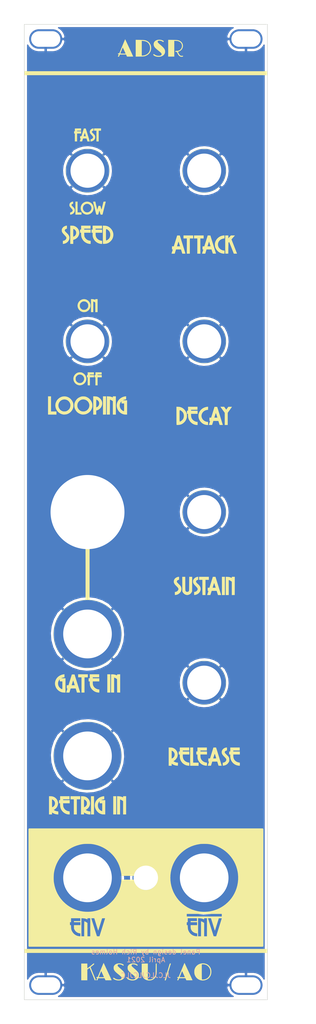
<source format=kicad_pcb>
(kicad_pcb (version 20221018) (generator pcbnew)

  (general
    (thickness 1.6)
  )

  (paper "A4")
  (layers
    (0 "F.Cu" signal)
    (31 "B.Cu" signal)
    (32 "B.Adhes" user "B.Adhesive")
    (33 "F.Adhes" user "F.Adhesive")
    (34 "B.Paste" user)
    (35 "F.Paste" user)
    (36 "B.SilkS" user "B.Silkscreen")
    (37 "F.SilkS" user "F.Silkscreen")
    (38 "B.Mask" user)
    (39 "F.Mask" user)
    (40 "Dwgs.User" user "User.Drawings")
    (41 "Cmts.User" user "User.Comments")
    (42 "Eco1.User" user "User.Eco1")
    (43 "Eco2.User" user "User.Eco2")
    (44 "Edge.Cuts" user)
    (45 "Margin" user)
    (46 "B.CrtYd" user "B.Courtyard")
    (47 "F.CrtYd" user "F.Courtyard")
    (48 "B.Fab" user)
    (49 "F.Fab" user)
  )

  (setup
    (pad_to_mask_clearance 0)
    (aux_axis_origin 0 200)
    (pcbplotparams
      (layerselection 0x00010fc_ffffffff)
      (plot_on_all_layers_selection 0x0000000_00000000)
      (disableapertmacros false)
      (usegerberextensions false)
      (usegerberattributes false)
      (usegerberadvancedattributes false)
      (creategerberjobfile false)
      (dashed_line_dash_ratio 12.000000)
      (dashed_line_gap_ratio 3.000000)
      (svgprecision 4)
      (plotframeref false)
      (viasonmask false)
      (mode 1)
      (useauxorigin false)
      (hpglpennumber 1)
      (hpglpenspeed 20)
      (hpglpendiameter 15.000000)
      (dxfpolygonmode true)
      (dxfimperialunits true)
      (dxfusepcbnewfont true)
      (psnegative false)
      (psa4output false)
      (plotreference true)
      (plotvalue true)
      (plotinvisibletext false)
      (sketchpadsonfab false)
      (subtractmaskfromsilk false)
      (outputformat 1)
      (mirror false)
      (drillshape 1)
      (scaleselection 1)
      (outputdirectory "")
    )
  )

  (net 0 "")
  (net 1 "GND")

  (footprint "Kosmo_panel:Kosmo_Panel_Dual_Slotted_Mounting_Hole" (layer "F.Cu") (at 3 197))

  (footprint "Kosmo_panel:Kosmo_Panel_Dual_Slotted_Mounting_Hole" (layer "F.Cu") (at 44.2 197))

  (footprint "precadsr-panel:precadsr-panel-art" (layer "F.Cu")
    (tstamp 00000000-0000-0000-0000-00006080e5ce)
    (at 25 100)
    (path "/00000000-0000-0000-0000-000060808a58")
    (attr through_hole)
    (fp_text reference "GRAF1" (at 0 0) (layer "F.SilkS") hide
        (effects (font (size 1.524 1.524) (thickness 0.3)))
      (tstamp a6d660cf-a39f-48af-a3bb-307e19cc7329)
    )
    (fp_text value "Panel art" (at 0.75 0) (layer "F.SilkS") hide
        (effects (font (size 1.524 1.524) (thickness 0.3)))
      (tstamp 6647f931-4ab7-4265-9b28-08fce51dd80a)
    )
    (fp_poly
      (pts
        (xy -10.668 62.0014)
        (xy -11.2776 62.0014)
        (xy -11.2776 58.2676)
        (xy -10.668 58.2676)
        (xy -10.668 62.0014)
      )

      (stroke (width 0.01) (type solid)) (fill solid) (layer "F.SilkS") (tstamp 2a6d7eac-5244-4567-92d9-cdc6756d7701))
    (fp_poly
      (pts
        (xy -7.3152 37.0078)
        (xy -7.9248 37.0078)
        (xy -7.9248 33.274)
        (xy -7.3152 33.274)
        (xy -7.3152 37.0078)
      )

      (stroke (width 0.01) (type solid)) (fill solid) (layer "F.SilkS") (tstamp 2aaa562c-e06b-4031-9205-59f9b15586d4))
    (fp_poly
      (pts
        (xy -6.096 62.0014)
        (xy -6.7056 62.0014)
        (xy -6.7056 58.2676)
        (xy -6.096 58.2676)
        (xy -6.096 62.0014)
      )

      (stroke (width 0.01) (type solid)) (fill solid) (layer "F.SilkS") (tstamp ecce7034-9ba5-442f-9364-9863e7283747))
    (fp_poly
      (pts
        (xy 16.256 17.018)
        (xy 15.6464 17.018)
        (xy 15.6464 13.2842)
        (xy 16.256 13.2842)
        (xy 16.256 17.018)
      )

      (stroke (width 0.01) (type solid)) (fill solid) (layer "F.SilkS") (tstamp a4e67142-314d-416d-bc6f-5d642349ea68))
    (fp_poly
      (pts
        (xy 25.019 -89.5858)
        (xy -24.9936 -89.5858)
        (xy -24.9936 -90.3986)
        (xy 25.019 -90.3986)
        (xy 25.019 -89.5858)
      )

      (stroke (width 0.01) (type solid)) (fill solid) (layer "F.SilkS") (tstamp 007d87bd-fa35-446b-95a6-9159bfb37274))
    (fp_poly
      (pts
        (xy 25.019 90.3986)
        (xy -24.9936 90.3986)
        (xy -24.9936 89.5858)
        (xy 25.019 89.5858)
        (xy 25.019 90.3986)
      )

      (stroke (width 0.01) (type solid)) (fill solid) (layer "F.SilkS") (tstamp eb9bfa44-5aaf-4715-be9b-086a7bdac55f))
    (fp_poly
      (pts
        (xy -19.5072 -20.6248)
        (xy -18.3896 -20.6248)
        (xy -18.3896 -19.9898)
        (xy -20.1168 -19.9898)
        (xy -20.1168 -23.7236)
        (xy -19.5072 -23.7236)
        (xy -19.5072 -20.6248)
      )

      (stroke (width 0.01) (type solid)) (fill solid) (layer "F.SilkS") (tstamp f5b97888-444b-4b67-9368-0b72418034d9))
    (fp_poly
      (pts
        (xy -8.184986 -21.86305)
        (xy -8.1915 -20.0025)
        (xy -8.50265 -19.995369)
        (xy -8.8138 -19.988237)
        (xy -8.8138 -23.7236)
        (xy -8.178471 -23.7236)
        (xy -8.184986 -21.86305)
      )

      (stroke (width 0.01) (type solid)) (fill solid) (layer "F.SilkS") (tstamp 21049dbf-2723-4c0a-bf12-85e2580d6c05))
    (fp_poly
      (pts
        (xy 9.7282 51.3842)
        (xy 10.8458 51.3842)
        (xy 10.8458 52.0192)
        (xy 9.1186 52.0192)
        (xy 9.1186 48.2854)
        (xy 9.7282 48.2854)
        (xy 9.7282 51.3842)
      )

      (stroke (width 0.01) (type solid)) (fill solid) (layer "F.SilkS") (tstamp 9d2c319a-2ea0-47a3-a675-5fb58955bec2))
    (fp_poly
      (pts
        (xy -14.0462 -61.4426)
        (xy -13.231423 -61.4426)
        (xy -13.238762 -61.22035)
        (xy -13.2461 -60.9981)
        (xy -13.86205 -60.991299)
        (xy -14.478 -60.984497)
        (xy -14.478 -63.6524)
        (xy -14.0462 -63.6524)
        (xy -14.0462 -61.4426)
      )

      (stroke (width 0.01) (type solid)) (fill solid) (layer "F.SilkS") (tstamp ecda9a78-bf84-4e79-b646-8cd9518d1f17))
    (fp_poly
      (pts
        (xy -13.5128 58.9026)
        (xy -14.1986 58.9026)
        (xy -14.1986 62.0014)
        (xy -14.8082 62.0014)
        (xy -14.8082 58.9026)
        (xy -15.494 58.9026)
        (xy -15.494 58.2676)
        (xy -13.5128 58.2676)
        (xy -13.5128 58.9026)
      )

      (stroke (width 0.01) (type solid)) (fill solid) (layer "F.SilkS") (tstamp 662fd715-eb9d-4284-872c-c344abc5d4e0))
    (fp_poly
      (pts
        (xy -9.2202 -78.2066)
        (xy -9.7028 -78.2066)
        (xy -9.7028 -75.9968)
        (xy -10.16 -75.9968)
        (xy -10.16 -78.2066)
        (xy -10.6426 -78.2066)
        (xy -10.6426 -78.6638)
        (xy -9.2202 -78.6638)
        (xy -9.2202 -78.2066)
      )

      (stroke (width 0.01) (type solid)) (fill solid) (layer "F.SilkS") (tstamp e3e2f0ff-03f7-44a5-ba84-dba470d51fb9))
    (fp_poly
      (pts
        (xy 9.7282 -56.1086)
        (xy 9.0424 -56.1086)
        (xy 9.0424 -52.9844)
        (xy 8.4328 -52.9844)
        (xy 8.4328 -56.1086)
        (xy 7.747 -56.1086)
        (xy 7.747 -56.7182)
        (xy 9.7282 -56.7182)
        (xy 9.7282 -56.1086)
      )

      (stroke (width 0.01) (type solid)) (fill solid) (layer "F.SilkS") (tstamp b1ccabd4-e0d6-408e-a161-222421d2b590))
    (fp_poly
      (pts
        (xy 11.8872 -56.1086)
        (xy 11.2014 -56.1086)
        (xy 11.2014 -52.9844)
        (xy 10.5918 -52.9844)
        (xy 10.5918 -56.1086)
        (xy 9.906 -56.1086)
        (xy 9.906 -56.7182)
        (xy 11.8872 -56.7182)
        (xy 11.8872 -56.1086)
      )

      (stroke (width 0.01) (type solid)) (fill solid) (layer "F.SilkS") (tstamp 0dd24c6b-9b36-4dcb-b60d-091f1dd9ec02))
    (fp_poly
      (pts
        (xy -11.938 33.882125)
        (xy -12.27455 33.889212)
        (xy -12.6111 33.8963)
        (xy -12.617646 35.45205)
        (xy -12.624191 37.0078)
        (xy -13.2334 37.0078)
        (xy -13.2334 33.8836)
        (xy -13.9192 33.8836)
        (xy -13.9192 33.274)
        (xy -11.938 33.274)
        (xy -11.938 33.882125)
      )

      (stroke (width 0.01) (type solid)) (fill solid) (layer "F.SilkS") (tstamp fb1abe15-dd1b-4022-8f23-2de3e13b05a6))
    (fp_poly
      (pts
        (xy -13.335 -78.2066)
        (xy -14.1478 -78.2066)
        (xy -14.1478 -78.0796)
        (xy -13.3096 -78.0796)
        (xy -13.3096 -77.6224)
        (xy -14.1478 -77.6224)
        (xy -14.1478 -75.9968)
        (xy -14.605 -75.9968)
        (xy -14.605 -77.6224)
        (xy -14.7574 -77.6224)
        (xy -14.7574 -78.0796)
        (xy -14.606664 -78.0796)
        (xy -14.5923 -78.6511)
        (xy -13.335 -78.664688)
        (xy -13.335 -78.2066)
      )

      (stroke (width 0.01) (type solid)) (fill solid) (layer "F.SilkS") (tstamp 0e3150b7-2945-4d1f-843b-eff7edd06440))
    (fp_poly
      (pts
        (xy -9.0932 -28.2194)
        (xy -9.9314 -28.2194)
        (xy -9.9314 -28.093629)
        (xy -9.50595 -28.086665)
        (xy -9.0805 -28.0797)
        (xy -9.073162 -27.85745)
        (xy -9.065823 -27.6352)
        (xy -9.9314 -27.6352)
        (xy -9.9314 -25.9842)
        (xy -10.3632 -25.9842)
        (xy -10.3632 -27.6352)
        (xy -10.541 -27.6352)
        (xy -10.541 -28.0924)
        (xy -10.3632 -28.0924)
        (xy -10.3632 -28.6512)
        (xy -9.0932 -28.6512)
        (xy -9.0932 -28.2194)
      )

      (stroke (width 0.01) (type solid)) (fill solid) (layer "F.SilkS") (tstamp 2ee67f1d-ddde-4103-a9a5-e04d1e8e9be8))
    (fp_poly
      (pts
        (xy -5.61975 58.274678)
        (xy -5.377797 58.298168)
        (xy -5.142895 58.342885)
        (xy -4.92983 58.405385)
        (xy -4.773363 58.471737)
        (xy -4.6736 58.522632)
        (xy -4.6736 58.2676)
        (xy -4.064 58.2676)
        (xy -4.064 62.0014)
        (xy -4.6736 62.0014)
        (xy -4.674386 60.63615)
        (xy -4.675171 59.2709)
        (xy -4.782336 59.191288)
        (xy -4.963625 59.076369)
        (xy -5.16432 58.982091)
        (xy -5.210881 58.964731)
        (xy -5.3086 58.930253)
        (xy -5.3086 62.0014)
        (xy -5.9182 62.0014)
        (xy -5.9182 58.260125)
        (xy -5.61975 58.274678)
      )

      (stroke (width 0.01) (type solid)) (fill solid) (layer "F.SilkS") (tstamp a77666f1-8463-43b7-9fc3-2b212b46a037))
    (fp_poly
      (pts
        (xy 12.954 13.8938)
        (xy 12.26859 13.8938)
        (xy 12.2555 17.0053)
        (xy 11.962046 17.012412)
        (xy 11.844625 17.013774)
        (xy 11.746348 17.012124)
        (xy 11.678028 17.00783)
        (xy 11.650896 17.001829)
        (xy 11.647743 16.973941)
        (xy 11.64477 16.899679)
        (xy 11.642026 16.783472)
        (xy 11.639563 16.629745)
        (xy 11.63743 16.442925)
        (xy 11.635677 16.227438)
        (xy 11.634354 15.987713)
        (xy 11.633512 15.728175)
        (xy 11.6332 15.453251)
        (xy 11.6332 13.8938)
        (xy 10.9474 13.8938)
        (xy 10.9474 13.2842)
        (xy 12.954 13.2842)
        (xy 12.954 13.8938)
      )

      (stroke (width 0.01) (type solid)) (fill solid) (layer "F.SilkS") (tstamp e0b591f9-7621-4bcf-b296-3ff1d4238962))
    (fp_poly
      (pts
        (xy -10.6934 -28.2194)
        (xy -11.5062 -28.2194)
        (xy -11.5062 -28.0924)
        (xy -10.668 -28.0924)
        (xy -10.668 -27.6352)
        (xy -11.5062 -27.6352)
        (xy -11.5062 -25.9842)
        (xy -11.717867 -25.9842)
        (xy -11.817068 -25.986108)
        (xy -11.895848 -25.991184)
        (xy -11.941142 -25.998461)
        (xy -11.946467 -26.001134)
        (xy -11.950599 -26.029773)
        (xy -11.954367 -26.103015)
        (xy -11.957642 -26.214663)
        (xy -11.960299 -26.358522)
        (xy -11.96221 -26.528394)
        (xy -11.963248 -26.718083)
        (xy -11.9634 -26.826634)
        (xy -11.9634 -27.6352)
        (xy -12.1158 -27.6352)
        (xy -12.1158 -28.0924)
        (xy -11.9634 -28.0924)
        (xy -11.9634 -28.6512)
        (xy -10.6934 -28.6512)
        (xy -10.6934 -28.2194)
      )

      (stroke (width 0.01) (type solid)) (fill solid) (layer "F.SilkS") (tstamp 011edbc4-4a75-487d-b054-e1651691c73c))
    (fp_poly
      (pts
        (xy 17.023136 13.305504)
        (xy 17.312309 13.369845)
        (xy 17.520441 13.449302)
        (xy 17.595464 13.482973)
        (xy 17.649584 13.505996)
        (xy 17.668769 13.5128)
        (xy 17.674515 13.490075)
        (xy 17.67796 13.432586)
        (xy 17.6784 13.3985)
        (xy 17.6784 13.2842)
        (xy 18.288329 13.2842)
        (xy 18.281814 15.14475)
        (xy 18.2753 17.0053)
        (xy 17.6784 17.019612)
        (xy 17.6784 14.277126)
        (xy 17.560848 14.18737)
        (xy 17.448033 14.111312)
        (xy 17.319259 14.039975)
        (xy 17.194231 13.983504)
        (xy 17.112429 13.956418)
        (xy 17.0434 13.939092)
        (xy 17.0434 17.018)
        (xy 16.4338 17.018)
        (xy 16.4338 13.2842)
        (xy 16.709136 13.2842)
        (xy 17.023136 13.305504)
      )

      (stroke (width 0.01) (type solid)) (fill solid) (layer "F.SilkS") (tstamp 09e98e6a-b2ab-478a-8b75-370025b73506))
    (fp_poly
      (pts
        (xy -7.70255 -23.716556)
        (xy -7.475368 -23.699861)
        (xy -7.280436 -23.668494)
        (xy -7.100394 -23.618723)
        (xy -6.922136 -23.548698)
        (xy -6.852071 -23.518439)
        (xy -6.803794 -23.498964)
        (xy -6.791272 -23.495)
        (xy -6.785621 -23.517725)
        (xy -6.782233 -23.575215)
        (xy -6.7818 -23.6093)
        (xy -6.7818 -23.7236)
        (xy -6.1722 -23.7236)
        (xy -6.1722 -19.9898)
        (xy -6.7818 -19.9898)
        (xy -6.7818 -22.732682)
        (xy -6.88975 -22.811402)
        (xy -6.99736 -22.882439)
        (xy -7.118488 -22.95093)
        (xy -7.234695 -23.007124)
        (xy -7.321119 -23.039498)
        (xy -7.391005 -23.059541)
        (xy -7.397553 -21.531021)
        (xy -7.4041 -20.0025)
        (xy -7.71525 -19.995369)
        (xy -8.0264 -19.988237)
        (xy -8.0264 -23.730343)
        (xy -7.70255 -23.716556)
      )

      (stroke (width 0.01) (type solid)) (fill solid) (layer "F.SilkS") (tstamp e213e6aa-2888-45ea-b157-b5a8f6a5826e))
    (fp_poly
      (pts
        (xy -10.916032 -43.650541)
        (xy -10.734183 -43.61769)
        (xy -10.554899 -43.569034)
        (xy -10.43305 -43.523885)
        (xy -10.402014 -43.518914)
        (xy -10.389947 -43.547995)
        (xy -10.3886 -43.583683)
        (xy -10.3886 -43.6626)
        (xy -9.9314 -43.6626)
        (xy -9.9314 -40.9956)
        (xy -10.3886 -40.9956)
        (xy -10.3886 -41.97705)
        (xy -10.388743 -42.227387)
        (xy -10.389313 -42.431776)
        (xy -10.390523 -42.595069)
        (xy -10.392584 -42.722118)
        (xy -10.395708 -42.817773)
        (xy -10.400108 -42.886887)
        (xy -10.405996 -42.934312)
        (xy -10.413584 -42.964898)
        (xy -10.423084 -42.983499)
        (xy -10.43305 -42.993692)
        (xy -10.481864 -43.026129)
        (xy -10.554774 -43.067895)
        (xy -10.637282 -43.111511)
        (xy -10.714889 -43.149499)
        (xy -10.773098 -43.174382)
        (xy -10.794276 -43.18)
        (xy -10.801601 -43.155243)
        (xy -10.807717 -43.080835)
        (xy -10.812627 -42.956574)
        (xy -10.816337 -42.782259)
        (xy -10.818851 -42.557687)
        (xy -10.820175 -42.282655)
        (xy -10.8204 -42.0878)
        (xy -10.8204 -40.9956)
        (xy -11.2776 -40.9956)
        (xy -11.2776 -43.6626)
        (xy -11.077278 -43.6626)
        (xy -10.916032 -43.650541)
      )

      (stroke (width 0.01) (type solid)) (fill solid) (layer "F.SilkS") (tstamp 11ace344-b00d-424d-a94c-4987f54a5087))
    (fp_poly
      (pts
        (xy -5.2832 37.009363)
        (xy -5.59435 37.002231)
        (xy -5.9055 36.9951)
        (xy -5.91864 34.267936)
        (xy -6.009258 34.19324)
        (xy -6.111377 34.121358)
        (xy -6.237781 34.049549)
        (xy -6.365489 33.990012)
        (xy -6.445873 33.961442)
        (xy -6.5278 33.937946)
        (xy -6.5278 37.0078)
        (xy -6.833398 37.0078)
        (xy -6.975945 37.006042)
        (xy -7.072988 37.000426)
        (xy -7.129712 36.990431)
        (xy -7.151119 36.97605)
        (xy -7.153021 36.946009)
        (xy -7.154652 36.869271)
        (xy -7.156001 36.749934)
        (xy -7.157054 36.592101)
        (xy -7.1578 36.399872)
        (xy -7.158226 36.177347)
        (xy -7.158321 35.928629)
        (xy -7.158071 35.657816)
        (xy -7.157465 35.369011)
        (xy -7.156672 35.1155)
        (xy -7.1501 33.2867)
        (xy -6.921812 33.279273)
        (xy -6.736608 33.280706)
        (xy -6.561022 33.299519)
        (xy -6.38236 33.338522)
        (xy -6.187929 33.400523)
        (xy -5.965034 33.488332)
        (xy -5.951514 33.494044)
        (xy -5.928888 33.480562)
        (xy -5.91522 33.417505)
        (xy -5.913414 33.396767)
        (xy -5.9055 33.2867)
        (xy -5.2832 33.272436)
        (xy -5.2832 37.009363)
      )

      (stroke (width 0.01) (type solid)) (fill solid) (layer "F.SilkS") (tstamp f12d1dae-066a-4579-a019-e0584de7f6e8))
    (fp_poly
      (pts
        (xy 16.311435 -21.298592)
        (xy 16.387943 -21.194239)
        (xy 16.453935 -21.106448)
        (xy 16.503754 -21.042579)
        (xy 16.53174 -21.009991)
        (xy 16.5354 -21.007334)
        (xy 16.554005 -21.026863)
        (xy 16.596287 -21.080343)
        (xy 16.656531 -21.160288)
        (xy 16.729024 -21.259215)
        (xy 16.752968 -21.292393)
        (xy 16.957836 -21.5773)
        (xy 17.330818 -21.58433)
        (xy 17.461813 -21.585535)
        (xy 17.572585 -21.584145)
        (xy 17.654289 -21.580461)
        (xy 17.69808 -21.574785)
        (xy 17.703059 -21.57163)
        (xy 17.688529 -21.546769)
        (xy 17.647821 -21.486182)
        (xy 17.584675 -21.395196)
        (xy 17.50283 -21.279142)
        (xy 17.406025 -21.143349)
        (xy 17.297999 -20.993147)
        (xy 17.271259 -20.956156)
        (xy 16.8402 -20.360412)
        (xy 16.8402 -17.8562)
        (xy 16.2306 -17.8562)
        (xy 16.22989 -19.10715)
        (xy 16.229181 -20.3581)
        (xy 15.859466 -20.8661)
        (xy 15.752513 -21.013239)
        (xy 15.651344 -21.152758)
        (xy 15.56116 -21.277459)
        (xy 15.487163 -21.380142)
        (xy 15.434555 -21.453608)
        (xy 15.414455 -21.48205)
        (xy 15.339159 -21.59)
        (xy 16.10017 -21.59)
        (xy 16.311435 -21.298592)
      )

      (stroke (width 0.01) (type solid)) (fill solid) (layer "F.SilkS") (tstamp f364e681-6e70-409a-b8aa-e85c6790115d))
    (fp_poly
      (pts
        (xy -9.017 -58.1152)
        (xy -10.3378 -58.1152)
        (xy -10.3378 -57.912)
        (xy -8.9916 -57.912)
        (xy -8.9916 -57.277)
        (xy -10.3378 -57.277)
        (xy -10.3378 -57.024251)
        (xy -10.330213 -56.810189)
        (xy -10.305775 -56.630568)
        (xy -10.261971 -56.471095)
        (xy -10.223641 -56.3753)
        (xy -10.110578 -56.182085)
        (xy -9.956799 -56.009391)
        (xy -9.770059 -55.862535)
        (xy -9.558111 -55.746835)
        (xy -9.328711 -55.667608)
        (xy -9.143486 -55.634639)
        (xy -8.9916 -55.618764)
        (xy -8.9916 -54.991)
        (xy -9.13765 -54.993387)
        (xy -9.246193 -55.000245)
        (xy -9.370677 -55.015365)
        (xy -9.448851 -55.028723)
        (xy -9.726203 -55.109265)
        (xy -9.988559 -55.234471)
        (xy -10.230389 -55.399096)
        (xy -10.44616 -55.597891)
        (xy -10.63034 -55.825611)
        (xy -10.777398 -56.07701)
        (xy -10.8818 -56.346839)
        (xy -10.896958 -56.402099)
        (xy -10.921826 -56.51828)
        (xy -10.937567 -56.642984)
        (xy -10.945591 -56.791177)
        (xy -10.9474 -56.938164)
        (xy -10.9474 -57.277)
        (xy -11.176 -57.277)
        (xy -11.176 -57.912)
        (xy -10.9474 -57.912)
        (xy -10.9474 -58.7248)
        (xy -9.017 -58.7248)
        (xy -9.017 -58.1152)
      )

      (stroke (width 0.01) (type solid)) (fill solid) (layer "F.SilkS") (tstamp a7a5450f-78ef-4c1f-b0a2-a06df0719574))
    (fp_poly
      (pts
        (xy -15.6972 58.9026)
        (xy -17.018 58.9026)
        (xy -17.018 59.0804)
        (xy -15.6718 59.0804)
        (xy -15.6718 59.7154)
        (xy -17.0253 59.7154)
        (xy -17.010939 60.03925)
        (xy -16.999131 60.223697)
        (xy -16.979476 60.371248)
        (xy -16.948026 60.495655)
        (xy -16.900833 60.610671)
        (xy -16.833948 60.730051)
        (xy -16.795261 60.790554)
        (xy -16.63677 60.98725)
        (xy -16.446323 61.14496)
        (xy -16.225849 61.262545)
        (xy -15.977279 61.338869)
        (xy -15.8242 61.363425)
        (xy -15.6845 61.3791)
        (xy -15.677369 61.69025)
        (xy -15.670237 62.0014)
        (xy -15.842469 61.99938)
        (xy -15.965435 61.992289)
        (xy -16.098842 61.976188)
        (xy -16.177971 61.961953)
        (xy -16.424284 61.884876)
        (xy -16.667677 61.76421)
        (xy -16.898436 61.60671)
        (xy -17.10685 61.41913)
        (xy -17.283203 61.208225)
        (xy -17.30331 61.179384)
        (xy -17.432178 60.965231)
        (xy -17.525819 60.748333)
        (xy -17.587404 60.517493)
        (xy -17.620104 60.261508)
        (xy -17.6276 60.034235)
        (xy -17.6276 59.7154)
        (xy -17.8562 59.7154)
        (xy -17.8562 59.0804)
        (xy -17.6276 59.0804)
        (xy -17.6276 58.2676)
        (xy -15.6972 58.2676)
        (xy -15.6972 58.9026)
      )

      (stroke (width 0.01) (type solid)) (fill solid) (layer "F.SilkS") (tstamp 7a3fd44f-c296-4ee6-846f-246dcaccac70))
    (fp_poly
      (pts
        (xy -9.6012 33.8836)
        (xy -10.922 33.8836)
        (xy -10.922 34.0868)
        (xy -9.5758 34.0868)
        (xy -9.5758 34.7218)
        (xy -10.922 34.7218)
        (xy -10.922 34.995863)
        (xy -10.910387 35.241605)
        (xy -10.873118 35.451221)
        (xy -10.806555 35.634368)
        (xy -10.707057 35.800702)
        (xy -10.570983 35.959879)
        (xy -10.551021 35.979952)
        (xy -10.394455 36.110054)
        (xy -10.212258 36.220421)
        (xy -10.018027 36.304977)
        (xy -9.825357 36.357644)
        (xy -9.672064 36.3728)
        (xy -9.5758 36.3728)
        (xy -9.5758 37.0078)
        (xy -9.72185 37.00483)
        (xy -9.833491 36.998836)
        (xy -9.950253 36.987017)
        (xy -9.998382 36.980052)
        (xy -10.266561 36.910327)
        (xy -10.525554 36.795018)
        (xy -10.768553 36.639283)
        (xy -10.98875 36.448283)
        (xy -11.179338 36.227176)
        (xy -11.333508 35.981122)
        (xy -11.3443 35.960047)
        (xy -11.42381 35.781493)
        (xy -11.479223 35.603943)
        (xy -11.513474 35.413312)
        (xy -11.529496 35.195511)
        (xy -11.5316 35.060636)
        (xy -11.5316 34.7218)
        (xy -11.7602 34.7218)
        (xy -11.7602 34.0868)
        (xy -11.5316 34.0868)
        (xy -11.5316 33.274)
        (xy -9.6012 33.274)
        (xy -9.6012 33.8836)
      )

      (stroke (width 0.01) (type solid)) (fill solid) (layer "F.SilkS") (tstamp b1580593-007b-4de0-a007-83cbca98bfb1))
    (fp_poly
      (pts
        (xy 10.6172 -20.981258)
        (xy 9.3091 -20.9677)
        (xy 9.301216 -20.87245)
        (xy 9.293333 -20.7772)
        (xy 10.6426 -20.7772)
        (xy 10.6426 -20.1422)
        (xy 9.2964 -20.1422)
        (xy 9.297184 -19.95805)
        (xy 9.309991 -19.690249)
        (xy 9.347737 -19.460675)
        (xy 9.413107 -19.261888)
        (xy 9.508785 -19.08645)
        (xy 9.637457 -18.926921)
        (xy 9.687464 -18.876646)
        (xy 9.854513 -18.741529)
        (xy 10.044996 -18.629939)
        (xy 10.245741 -18.547686)
        (xy 10.443578 -18.500583)
        (xy 10.56005 -18.491576)
        (xy 10.6426 -18.4912)
        (xy 10.6426 -17.8562)
        (xy 10.49655 -17.858587)
        (xy 10.388025 -17.865493)
        (xy 10.263572 -17.880739)
        (xy 10.1854 -17.894216)
        (xy 9.902291 -17.976673)
        (xy 9.636056 -18.104854)
        (xy 9.392214 -18.274966)
        (xy 9.176283 -18.48322)
        (xy 9.008855 -18.702439)
        (xy 8.887832 -18.905095)
        (xy 8.798855 -19.099497)
        (xy 8.73827 -19.29869)
        (xy 8.702425 -19.515717)
        (xy 8.687666 -19.763621)
        (xy 8.6868 -19.852335)
        (xy 8.6868 -20.1422)
        (xy 8.4582 -20.1422)
        (xy 8.4582 -20.7772)
        (xy 8.6868 -20.7772)
        (xy 8.6868 -21.59)
        (xy 10.6172 -21.59)
        (xy 10.6172 -20.981258)
      )

      (stroke (width 0.01) (type solid)) (fill solid) (layer "F.SilkS") (tstamp 485a0f28-17bc-4c9d-b4b5-e8487d95a8b9))
    (fp_poly
      (pts
        (xy 12.5476 48.895)
        (xy 11.2268 48.895)
        (xy 11.2268 49.0982)
        (xy 12.573 49.0982)
        (xy 12.573 49.7078)
        (xy 11.2268 49.7078)
        (xy 11.2268 49.981863)
        (xy 11.240105 50.237689)
        (xy 11.281977 50.458028)
        (xy 11.355348 50.651251)
        (xy 11.46315 50.825729)
        (xy 11.564153 50.944888)
        (xy 11.757019 51.112598)
        (xy 11.980326 51.242958)
        (xy 12.226373 51.332172)
        (xy 12.427716 51.370586)
        (xy 12.574532 51.388046)
        (xy 12.567416 51.697273)
        (xy 12.564757 51.831745)
        (xy 12.559279 51.922995)
        (xy 12.543778 51.97841)
        (xy 12.511054 52.00538)
        (xy 12.453906 52.011291)
        (xy 12.365131 52.003533)
        (xy 12.278459 51.993725)
        (xy 11.981195 51.936798)
        (xy 11.701232 51.833418)
        (xy 11.442198 51.686062)
        (xy 11.207719 51.497201)
        (xy 11.001424 51.269311)
        (xy 10.82694 51.004863)
        (xy 10.826012 51.0032)
        (xy 10.758043 50.872232)
        (xy 10.707403 50.749733)
        (xy 10.67134 50.623712)
        (xy 10.647104 50.482176)
        (xy 10.631945 50.313133)
        (xy 10.623577 50.12055)
        (xy 10.611235 49.7078)
        (xy 10.3886 49.7078)
        (xy 10.3886 49.0982)
        (xy 10.6172 49.0982)
        (xy 10.6172 48.2854)
        (xy 12.5476 48.2854)
        (xy 12.5476 48.895)
      )

      (stroke (width 0.01) (type solid)) (fill solid) (layer "F.SilkS") (tstamp 3618e3ca-df96-4e12-84f4-155e5a8fd7d8))
    (fp_poly
      (pts
        (xy 19.304 48.895)
        (xy 17.9832 48.895)
        (xy 17.9832 49.0982)
        (xy 19.3294 49.0982)
        (xy 19.3294 49.7078)
        (xy 17.9832 49.7078)
        (xy 17.983703 49.91735)
        (xy 17.995089 50.176346)
        (xy 18.029892 50.397385)
        (xy 18.091102 50.589023)
        (xy 18.181708 50.759813)
        (xy 18.3047 50.918312)
        (xy 18.350497 50.966928)
        (xy 18.543743 51.128444)
        (xy 18.769029 51.251209)
        (xy 19.027192 51.335647)
        (xy 19.112815 51.353879)
        (xy 19.3294 51.394767)
        (xy 19.3294 51.706983)
        (xy 19.33056 51.839974)
        (xy 19.328782 51.929784)
        (xy 19.316173 51.983792)
        (xy 19.284843 52.009376)
        (xy 19.226902 52.013914)
        (xy 19.134458 52.004785)
        (xy 19.0246 51.991976)
        (xy 18.736969 51.936079)
        (xy 18.463237 51.833625)
        (xy 18.208297 51.688052)
        (xy 17.97704 51.502798)
        (xy 17.774362 51.281303)
        (xy 17.605153 51.027003)
        (xy 17.576874 50.974653)
        (xy 17.485348 50.769367)
        (xy 17.422766 50.555511)
        (xy 17.386481 50.320794)
        (xy 17.373845 50.052926)
        (xy 17.373777 50.03165)
        (xy 17.3736 49.7078)
        (xy 17.145 49.7078)
        (xy 17.145 49.0982)
        (xy 17.3736 49.0982)
        (xy 17.3736 48.2854)
        (xy 19.304 48.2854)
        (xy 19.304 48.895)
      )

      (stroke (width 0.01) (type solid)) (fill solid) (layer "F.SilkS") (tstamp 606894e3-02f5-4637-9f7e-4425974c701c))
    (fp_poly
      (pts
        (xy 8.9154 48.895)
        (xy 7.5946 48.895)
        (xy 7.5946 49.0982)
        (xy 8.9408 49.0982)
        (xy 8.9408 49.7078)
        (xy 7.5946 49.7078)
        (xy 7.595103 49.91735)
        (xy 7.606445 50.176065)
        (xy 7.641132 50.396829)
        (xy 7.702173 50.588245)
        (xy 7.792578 50.758915)
        (xy 7.915358 50.91744)
        (xy 7.962653 50.967698)
        (xy 8.150657 51.124612)
        (xy 8.370661 51.247976)
        (xy 8.612616 51.332744)
        (xy 8.74395 51.359924)
        (xy 8.9408 51.391169)
        (xy 8.9408 51.705184)
        (xy 8.941956 51.838501)
        (xy 8.940268 51.928646)
        (xy 8.927999 51.983013)
        (xy 8.897413 52.008993)
        (xy 8.840772 52.01398)
        (xy 8.750342 52.005365)
        (xy 8.639871 51.992739)
        (xy 8.405285 51.951142)
        (xy 8.176367 51.87904)
        (xy 7.973255 51.782914)
        (xy 7.955619 51.772518)
        (xy 7.718539 51.613172)
        (xy 7.523084 51.442625)
        (xy 7.360096 51.251119)
        (xy 7.220421 51.028897)
        (xy 7.17418 50.9397)
        (xy 7.095103 50.760321)
        (xy 7.039681 50.584326)
        (xy 7.00495 50.397365)
        (xy 6.987948 50.18509)
        (xy 6.985 50.023639)
        (xy 6.985 49.7078)
        (xy 6.7564 49.7078)
        (xy 6.7564 49.0982)
        (xy 6.985 49.0982)
        (xy 6.985 48.2854)
        (xy 8.9154 48.2854)
        (xy 8.9154 48.895)
      )

      (stroke (width 0.01) (type solid)) (fill solid) (layer "F.SilkS") (tstamp 8b5443d7-b082-4278-94c3-c88702e5c94b))
    (fp_poly
      (pts
        (xy -11.3792 -58.1152)
        (xy -12.6746 -58.1152)
        (xy -12.6746 -57.912)
        (xy -11.3538 -57.912)
        (xy -11.3538 -57.277)
        (xy -12.679364 -57.277)
        (xy -12.67029 -56.91505)
        (xy -12.666196 -56.771031)
        (xy -12.660915 -56.665962)
        (xy -12.652354 -56.588003)
        (xy -12.63842 -56.525314)
        (xy -12.617022 -56.466053)
        (xy -12.586067 -56.39838)
        (xy -12.574911 -56.3753)
        (xy -12.474592 -56.210493)
        (xy -12.3403 -56.049784)
        (xy -12.185979 -55.907453)
        (xy -12.025574 -55.79778)
        (xy -11.995106 -55.781583)
        (xy -11.856389 -55.721707)
        (xy -11.704021 -55.672338)
        (xy -11.55712 -55.63879)
        (xy -11.43635 -55.626376)
        (xy -11.3538 -55.626)
        (xy -11.3538 -54.991)
        (xy -11.49985 -54.993071)
        (xy -11.604867 -54.999808)
        (xy -11.7289 -55.015184)
        (xy -11.8237 -55.031734)
        (xy -11.928918 -55.060463)
        (xy -12.056677 -55.105634)
        (xy -12.185007 -55.159206)
        (xy -12.2301 -55.180461)
        (xy -12.495886 -55.333557)
        (xy -12.721366 -55.514178)
        (xy -12.911988 -55.72777)
        (xy -13.073199 -55.979781)
        (xy -13.11999 -56.0705)
        (xy -13.205064 -56.269906)
        (xy -13.262966 -56.470893)
        (xy -13.296718 -56.687988)
        (xy -13.309339 -56.935721)
        (xy -13.3096 -56.982369)
        (xy -13.3096 -57.27408)
        (xy -13.5255 -57.2897)
        (xy -13.539764 -57.912)
        (xy -13.3096 -57.912)
        (xy -13.3096 -58.7248)
        (xy -11.3792 -58.7248)
        (xy -11.3792 -58.1152)
      )

      (stroke (width 0.01) (type solid)) (fill solid) (layer "F.SilkS") (tstamp ac13188e-975e-43b6-b89c-d47a97e8deb2))
    (fp_poly
      (pts
        (xy 12.796061 -21.282573)
        (xy 12.7889 -20.9677)
        (xy 12.6238 -20.951242)
        (xy 12.378623 -20.903266)
        (xy 12.150738 -20.812793)
        (xy 11.945386 -20.684613)
        (xy 11.767808 -20.523516)
        (xy 11.623246 -20.334295)
        (xy 11.51694 -20.12174)
        (xy 11.454132 -19.890641)
        (xy 11.452526 -19.880614)
        (xy 11.442116 -19.656412)
        (xy 11.478254 -19.438021)
        (xy 11.556693 -19.230414)
        (xy 11.673189 -19.038568)
        (xy 11.823495 -18.867457)
        (xy 12.003367 -18.722057)
        (xy 12.208559 -18.607341)
        (xy 12.434825 -18.528286)
        (xy 12.6365 -18.493229)
        (xy 12.7889 -18.4785)
        (xy 12.796031 -18.16735)
        (xy 12.803163 -17.8562)
        (xy 12.643631 -17.858587)
        (xy 12.52624 -17.865571)
        (xy 12.395564 -17.880955)
        (xy 12.318949 -17.893923)
        (xy 12.040469 -17.974742)
        (xy 11.777412 -18.100447)
        (xy 11.535267 -18.266104)
        (xy 11.319524 -18.46678)
        (xy 11.135672 -18.69754)
        (xy 10.989202 -18.953451)
        (xy 10.905425 -19.1643)
        (xy 10.853825 -19.378593)
        (xy 10.827076 -19.615889)
        (xy 10.826314 -19.854992)
        (xy 10.852678 -20.074705)
        (xy 10.855739 -20.089615)
        (xy 10.908825 -20.270453)
        (xy 10.991053 -20.465822)
        (xy 11.093326 -20.65681)
        (xy 11.206546 -20.824506)
        (xy 11.213662 -20.833635)
        (xy 11.411781 -21.045889)
        (xy 11.646267 -21.2293)
        (xy 11.909002 -21.379556)
        (xy 12.191868 -21.492345)
        (xy 12.486748 -21.563354)
        (xy 12.61936 -21.580358)
        (xy 12.803223 -21.597446)
        (xy 12.796061 -21.282573)
      )

      (stroke (width 0.01) (type solid)) (fill solid) (layer "F.SilkS") (tstamp d244dd55-d512-4cf8-be4f-2416e660bc56))
    (fp_poly
      (pts
        (xy -10.266284 -23.709837)
        (xy -10.033267 -23.666199)
        (xy -9.825492 -23.589168)
        (xy -9.633867 -23.475225)
        (xy -9.449298 -23.320852)
        (xy -9.420473 -23.292818)
        (xy -9.236701 -23.079461)
        (xy -9.100606 -22.851403)
        (xy -9.012812 -22.6106)
        (xy -8.973945 -22.359011)
        (xy -8.984631 -22.098594)
        (xy -9.003758 -21.98841)
        (xy -9.083336 -21.731306)
        (xy -9.205999 -21.496235)
        (xy -9.367081 -21.2879)
        (xy -9.561915 -21.111005)
        (xy -9.785834 -20.97025)
        (xy -10.034173 -20.870339)
        (xy -10.14095 -20.842498)
        (xy -10.2108 -20.827033)
        (xy -10.2108 -19.9898)
        (xy -10.8204 -19.9898)
        (xy -10.8204 -22.261389)
        (xy -10.2108 -22.261389)
        (xy -10.2108 -21.459577)
        (xy -10.15365 -21.476626)
        (xy -10.096679 -21.499671)
        (xy -10.021196 -21.537392)
        (xy -9.992034 -21.553567)
        (xy -9.843002 -21.666958)
        (xy -9.726461 -21.812975)
        (xy -9.64507 -21.983125)
        (xy -9.601488 -22.168917)
        (xy -9.598372 -22.361861)
        (xy -9.638382 -22.553464)
        (xy -9.660509 -22.612586)
        (xy -9.721838 -22.717517)
        (xy -9.814506 -22.827446)
        (xy -9.923413 -22.926775)
        (xy -10.03346 -22.999908)
        (xy -10.037486 -23.001974)
        (xy -10.110306 -23.036537)
        (xy -10.165939 -23.058738)
        (xy -10.184556 -23.0632)
        (xy -10.19306 -23.037885)
        (xy -10.199904 -22.96192)
        (xy -10.205087 -22.83528)
        (xy -10.208611 -22.657937)
        (xy -10.210476 -22.429865)
        (xy -10.2108 -22.261389)
        (xy -10.8204 -22.261389)
        (xy -10.8204 -23.7236)
        (xy -10.533637 -23.7236)
        (xy -10.266284 -23.709837)
      )

      (stroke (width 0.01) (type solid)) (fill solid) (layer "F.SilkS") (tstamp 1da058db-7c28-4681-948d-6c0d4f29d4e3))
    (fp_poly
      (pts
        (xy -15.091024 -58.720439)
        (xy -14.934641 -58.705169)
        (xy -14.796353 -58.67571)
        (xy -14.660096 -58.628784)
        (xy -14.531888 -58.571763)
        (xy -14.31194 -58.439932)
        (xy -14.116352 -58.269655)
        (xy -13.951357 -58.068772)
        (xy -13.823185 -57.845123)
        (xy -13.73807 -57.606548)
        (xy -13.727099 -57.559329)
        (xy -13.698371 -57.379956)
        (xy -13.695242 -57.216078)
        (xy -13.717761 -57.041545)
        (xy -13.728158 -56.98961)
        (xy -13.806866 -56.735754)
        (xy -13.928569 -56.501836)
        (xy -14.088188 -56.293306)
        (xy -14.280641 -56.115613)
        (xy -14.500848 -55.97421)
        (xy -14.743727 -55.874545)
        (xy -14.77654 -55.864983)
        (xy -14.9352 -55.820872)
        (xy -14.9352 -54.991)
        (xy -15.5448 -54.991)
        (xy -15.5448 -57.262589)
        (xy -14.9352 -57.262589)
        (xy -14.9352 -56.460777)
        (xy -14.87805 -56.477826)
        (xy -14.821304 -56.500803)
        (xy -14.745711 -56.538578)
        (xy -14.715083 -56.555559)
        (xy -14.569158 -56.667459)
        (xy -14.45253 -56.814765)
        (xy -14.370276 -56.988229)
        (xy -14.327472 -57.178603)
        (xy -14.322425 -57.270863)
        (xy -14.341494 -57.467017)
        (xy -14.400915 -57.637406)
        (xy -14.504008 -57.79104)
        (xy -14.521508 -57.81105)
        (xy -14.597394 -57.883938)
        (xy -14.688118 -57.954366)
        (xy -14.780369 -58.013629)
        (xy -14.860838 -58.053025)
        (xy -14.908956 -58.0644)
        (xy -14.91746 -58.039085)
        (xy -14.924304 -57.96312)
        (xy -14.929487 -57.83648)
        (xy -14.933011 -57.659137)
        (xy -14.934876 -57.431065)
        (xy -14.9352 -57.262589)
        (xy -15.5448 -57.262589)
        (xy -15.5448 -58.7248)
        (xy -15.281567 -58.7248)
        (xy -15.091024 -58.720439)
      )

      (stroke (width 0.01) (type solid)) (fill solid) (layer "F.SilkS") (tstamp 2b38d196-4960-4223-afd9-2979581e11a0))
    (fp_poly
      (pts
        (xy 5.080959 92.545204)
        (xy 5.120923 92.581732)
        (xy 5.127842 92.65272)
        (xy 5.101743 92.754069)
        (xy 5.079278 92.80839)
        (xy 5.062511 92.853763)
        (xy 5.033041 92.942903)
        (xy 4.992405 93.070812)
        (xy 4.942141 93.232492)
        (xy 4.883784 93.422947)
        (xy 4.818874 93.637179)
        (xy 4.748946 93.870192)
        (xy 4.675537 94.116987)
        (xy 4.645649 94.21809)
        (xy 4.546739 94.553103)
        (xy 4.461046 94.842784)
        (xy 4.38746 95.090534)
        (xy 4.324873 95.29976)
        (xy 4.272175 95.473865)
        (xy 4.228257 95.616255)
        (xy 4.19201 95.730332)
        (xy 4.162326 95.819503)
        (xy 4.138096 95.887171)
        (xy 4.118209 95.936741)
        (xy 4.101558 95.971617)
        (xy 4.087034 95.995203)
        (xy 4.073527 96.010905)
        (xy 4.059928 96.022127)
        (xy 4.057405 96.02392)
        (xy 4.006551 96.055556)
        (xy 3.971429 96.057305)
        (xy 3.927376 96.030088)
        (xy 3.925664 96.028838)
        (xy 3.897412 95.99351)
        (xy 3.891315 95.939539)
        (xy 3.908385 95.859417)
        (xy 3.949636 95.745634)
        (xy 3.970808 95.6945)
        (xy 3.990039 95.641573)
        (xy 4.021835 95.544901)
        (xy 4.064649 95.409541)
        (xy 4.116936 95.240548)
        (xy 4.177151 95.042979)
        (xy 4.243748 94.82189)
        (xy 4.315182 94.582338)
        (xy 4.389906 94.329378)
        (xy 4.432773 94.1832)
        (xy 4.508253 93.92614)
        (xy 4.580918 93.680601)
        (xy 4.649277 93.451497)
        (xy 4.711837 93.243741)
        (xy 4.767105 93.062248)
        (xy 4.813589 92.911932)
        (xy 4.849795 92.797708)
        (xy 4.874232 92.72449)
        (xy 4.882472 92.702636)
        (xy 4.939559 92.600428)
        (xy 5.002504 92.547595)
        (xy 5.072875 92.542893)
        (xy 5.080959 92.545204)
      )

      (stroke (width 0.01) (type solid)) (fill solid) (layer "F.SilkS") (tstamp a6db27dc-f98c-46a5-a1e6-2c459ef00a3d))
    (fp_poly
      (pts
        (xy 5.198055 48.289539)
        (xy 5.349915 48.304375)
        (xy 5.483469 48.33353)
        (xy 5.614716 48.380629)
        (xy 5.759657 48.449295)
        (xy 5.7785 48.459037)
        (xy 5.974857 48.586971)
        (xy 6.15389 48.753233)
        (xy 6.308051 48.947718)
        (xy 6.429794 49.16032)
        (xy 6.511569 49.380932)
        (xy 6.530914 49.4665)
        (xy 6.547748 49.639375)
        (xy 6.542746 49.83326)
        (xy 6.517672 50.02477)
        (xy 6.476815 50.183358)
        (xy 6.383197 50.390812)
        (xy 6.252676 50.590685)
        (xy 6.095055 50.77123)
        (xy 5.920138 50.9207)
        (xy 5.796613 50.998436)
        (xy 5.655237 51.074297)
        (xy 5.795949 51.16431)
        (xy 6.018582 51.277793)
        (xy 6.265411 51.351199)
        (xy 6.425118 51.374869)
        (xy 6.605503 51.391634)
        (xy 6.598401 51.699067)
        (xy 6.5913 52.0065)
        (xy 6.4008 51.998519)
        (xy 6.124547 51.963104)
        (xy 5.847317 51.882229)
        (xy 5.580299 51.759753)
        (xy 5.41655 51.659002)
        (xy 5.3086 51.584959)
        (xy 5.3086 52.0192)
        (xy 4.699 52.0192)
        (xy 4.699 50.546681)
        (xy 5.3086 50.546681)
        (xy 5.40385 50.507065)
        (xy 5.488978 50.465362)
        (xy 5.577494 50.413005)
        (xy 5.592984 50.402616)
        (xy 5.711688 50.293251)
        (xy 5.811067 50.149042)
        (xy 5.884795 49.984255)
        (xy 5.926544 49.813156)
        (xy 5.929989 49.65001)
        (xy 5.929297 49.6443)
        (xy 5.879368 49.442045)
        (xy 5.786103 49.263263)
        (xy 5.65352 49.113031)
        (xy 5.485637 48.996428)
        (xy 5.37845 48.947994)
        (xy 5.3086 48.921657)
        (xy 5.3086 50.546681)
        (xy 4.699 50.546681)
        (xy 4.699 48.2854)
        (xy 5.011889 48.2854)
        (xy 5.198055 48.289539)
      )

      (stroke (width 0.01) (type solid)) (fill solid) (layer "F.SilkS") (tstamp 518b75d6-7d27-4be7-94a6-c18c634e649b))
    (fp_poly
      (pts
        (xy 8.108129 14.68755)
        (xy 8.109737 14.990513)
        (xy 8.111324 15.246871)
        (xy 8.113051 15.460818)
        (xy 8.115082 15.636546)
        (xy 8.117581 15.77825)
        (xy 8.12071 15.890123)
        (xy 8.124633 15.976361)
        (xy 8.129513 16.041156)
        (xy 8.135513 16.088702)
        (xy 8.142797 16.123193)
        (xy 8.151527 16.148824)
        (xy 8.161866 16.169788)
        (xy 8.1661 16.177144)
        (xy 8.24495 16.281599)
        (xy 8.338566 16.343167)
        (xy 8.459014 16.368648)
        (xy 8.509 16.3703)
        (xy 8.635078 16.357639)
        (xy 8.733983 16.314199)
        (xy 8.821704 16.231786)
        (xy 8.85033 16.195436)
        (xy 8.861562 16.179171)
        (xy 8.871088 16.160137)
        (xy 8.879073 16.134215)
        (xy 8.885681 16.097286)
        (xy 8.891076 16.045232)
        (xy 8.895421 15.973932)
        (xy 8.898881 15.879267)
        (xy 8.901619 15.757119)
        (xy 8.9038 15.603368)
        (xy 8.905588 15.413895)
        (xy 8.907146 15.184581)
        (xy 8.908639 14.911306)
        (xy 8.909668 14.704756)
        (xy 8.916637 13.2842)
        (xy 9.526566 13.2842)
        (xy 9.5123 16.244446)
        (xy 9.428559 16.414508)
        (xy 9.305822 16.609308)
        (xy 9.148652 16.769778)
        (xy 8.96249 16.891845)
        (xy 8.752779 16.971435)
        (xy 8.657727 16.991422)
        (xy 8.572729 17.004518)
        (xy 8.509678 17.012931)
        (xy 8.4836 17.014838)
        (xy 8.453434 17.009457)
        (xy 8.38935 16.998571)
        (xy 8.334258 16.989365)
        (xy 8.153043 16.935734)
        (xy 7.975645 16.840038)
        (xy 7.812572 16.710569)
        (xy 7.674329 16.555621)
        (xy 7.574175 16.389417)
        (xy 7.5057 16.2433)
        (xy 7.498566 14.76375)
        (xy 7.491433 13.2842)
        (xy 8.100958 13.2842)
        (xy 8.108129 14.68755)
      )

      (stroke (width 0.01) (type solid)) (fill solid) (layer "F.SilkS") (tstamp ce19274e-69e2-4d75-a7d0-24ddbcafecc1))
    (fp_poly
      (pts
        (xy -10.7696 -78.213093)
        (xy -10.868883 -78.197217)
        (xy -10.946856 -78.168802)
        (xy -11.021153 -78.116306)
        (xy -11.07704 -78.052926)
        (xy -11.099784 -77.991857)
        (xy -11.0998 -77.990405)
        (xy -11.096979 -77.948374)
        (xy -11.085298 -77.908066)
        (xy -11.059934 -77.863295)
        (xy -11.016063 -77.807877)
        (xy -10.94886 -77.735626)
        (xy -10.853502 -77.640358)
        (xy -10.74343 -77.5335)
        (xy -10.616529 -77.399266)
        (xy -10.525901 -77.274276)
        (xy -10.483405 -77.195297)
        (xy -10.443982 -77.105953)
        (xy -10.422551 -77.034098)
        (xy -10.415205 -76.958087)
        (xy -10.418035 -76.856276)
        (xy -10.419021 -76.838724)
        (xy -10.431407 -76.712568)
        (xy -10.455304 -76.614293)
        (xy -10.496459 -76.521309)
        (xy -10.502758 -76.509566)
        (xy -10.61899 -76.343738)
        (xy -10.769287 -76.202673)
        (xy -10.943101 -76.093602)
        (xy -11.129881 -76.023752)
        (xy -11.240467 -76.004012)
        (xy -11.381285 -75.989478)
        (xy -11.373893 -76.214748)
        (xy -11.3665 -76.440018)
        (xy -11.254374 -76.459098)
        (xy -11.114686 -76.504008)
        (xy -10.995639 -76.583128)
        (xy -10.909777 -76.687487)
        (xy -10.895164 -76.71603)
        (xy -10.86551 -76.790718)
        (xy -10.848165 -76.852474)
        (xy -10.846358 -76.868012)
        (xy -10.856919 -76.926174)
        (xy -10.892278 -76.997295)
        (xy -10.955997 -77.086389)
        (xy -11.051639 -77.198474)
        (xy -11.174305 -77.32977)
        (xy -11.305117 -77.47111)
        (xy -11.401134 -77.588914)
        (xy -11.467058 -77.691588)
        (xy -11.507595 -77.787541)
        (xy -11.527448 -77.885179)
        (xy -11.5316 -77.968333)
        (xy -11.507503 -78.140061)
        (xy -11.439122 -78.297486)
        (xy -11.332325 -78.434396)
        (xy -11.192982 -78.544577)
        (xy -11.026961 -78.621818)
        (xy -10.882832 -78.655185)
        (xy -10.7696 -78.670705)
        (xy -10.7696 -78.213093)
      )

      (stroke (width 0.01) (type solid)) (fill solid) (layer "F.SilkS") (tstamp b562e0e3-4acb-44a4-9604-7bce7f5e5042))
    (fp_poly
      (pts
        (xy 16.1798 -56.4134)
        (xy 16.179441 -56.284958)
        (xy 16.177309 -56.198841)
        (xy 16.171815 -56.146574)
        (xy 16.161375 -56.119685)
        (xy 16.1444 -56.109697)
        (xy 16.12265 -56.108159)
        (xy 16.012801 -56.096589)
        (xy 15.875357 -56.066524)
        (xy 15.727825 -56.02285)
        (xy 15.587711 -55.970449)
        (xy 15.522076 -55.940627)
        (xy 15.310717 -55.811394)
        (xy 15.136172 -55.653311)
        (xy 14.999363 -55.47204)
        (xy 14.901215 -55.273241)
        (xy 14.842652 -55.062574)
        (xy 14.824597 -54.845701)
        (xy 14.847974 -54.628282)
        (xy 14.913706 -54.415978)
        (xy 15.022719 -54.214449)
        (xy 15.175934 -54.029357)
        (xy 15.205524 -54.000792)
        (xy 15.377788 -53.864841)
        (xy 15.572917 -53.753492)
        (xy 15.777861 -53.672357)
        (xy 15.979569 -53.627052)
        (xy 16.09215 -53.6194)
        (xy 16.1798 -53.6194)
        (xy 16.1798 -52.9844)
        (xy 16.05915 -52.987569)
        (xy 15.955655 -52.993684)
        (xy 15.843221 -53.005129)
        (xy 15.810904 -53.009494)
        (xy 15.516469 -53.077721)
        (xy 15.239984 -53.191086)
        (xy 14.985839 -53.345771)
        (xy 14.758425 -53.537958)
        (xy 14.56213 -53.763828)
        (xy 14.401345 -54.019562)
        (xy 14.280461 -54.301343)
        (xy 14.262828 -54.356)
        (xy 14.231251 -54.499501)
        (xy 14.211597 -54.674146)
        (xy 14.204489 -54.861553)
        (xy 14.210549 -55.043337)
        (xy 14.2304 -55.201117)
        (xy 14.233663 -55.217211)
        (xy 14.31751 -55.491712)
        (xy 14.446832 -55.751785)
        (xy 14.617122 -55.992072)
        (xy 14.82387 -56.207213)
        (xy 15.062568 -56.39185)
        (xy 15.328707 -56.540624)
        (xy 15.358319 -56.554061)
        (xy 15.501524 -56.608608)
        (xy 15.664649 -56.656448)
        (xy 15.829315 -56.693201)
        (xy 15.977142 -56.714488)
        (xy 16.04645 -56.718023)
        (xy 16.1798 -56.7182)
        (xy 16.1798 -56.4134)
      )

      (stroke (width 0.01) (type solid)) (fill solid) (layer "F.SilkS") (tstamp 7764f4ee-22b6-4d7e-9850-ce3f6bfc5931))
    (fp_poly
      (pts
        (xy -12.010749 -77.5208)
        (xy -11.936473 -77.283249)
        (xy -11.864839 -77.054042)
        (xy -11.797695 -76.839101)
        (xy -11.736889 -76.644346)
        (xy -11.684269 -76.4757)
        (xy -11.641683 -76.339082)
        (xy -11.610981 -76.240413)
        (xy -11.596485 -76.19365)
        (xy -11.535715 -75.9968)
        (xy -12.005883 -75.9968)
        (xy -12.101018 -76.3016)
        (xy -12.196152 -76.6064)
        (xy -12.924449 -76.6064)
        (xy -13.019583 -76.3016)
        (xy -13.114718 -75.9968)
        (xy -13.351859 -75.9968)
        (xy -13.454573 -75.997549)
        (xy -13.534869 -75.999559)
        (xy -13.581619 -76.002476)
        (xy -13.589 -76.00434)
        (xy -13.581388 -76.029879)
        (xy -13.560621 -76.094066)
        (xy -13.529805 -76.187424)
        (xy -13.492045 -76.300472)
        (xy -13.489134 -76.30914)
        (xy -13.389268 -76.6064)
        (xy -13.451034 -76.6064)
        (xy -13.480344 -76.608436)
        (xy -13.498512 -76.621075)
        (xy -13.508201 -76.65412)
        (xy -13.512076 -76.717371)
        (xy -13.512799 -76.820631)
        (xy -13.5128 -76.833673)
        (xy -13.5128 -77.060946)
        (xy -13.248162 -77.0763)
        (xy -13.246179 -77.08265)
        (xy -12.775693 -77.08265)
        (xy -12.752467 -77.074097)
        (xy -12.689997 -77.067532)
        (xy -12.599827 -77.063963)
        (xy -12.557338 -77.0636)
        (xy -12.451703 -77.064595)
        (xy -12.387751 -77.068883)
        (xy -12.356384 -77.078424)
        (xy -12.348504 -77.095177)
        (xy -12.350849 -77.10805)
        (xy -12.36283 -77.148305)
        (xy -12.386645 -77.226256)
        (xy -12.418981 -77.331114)
        (xy -12.456519 -77.452089)
        (xy -12.461151 -77.466969)
        (xy -12.55908 -77.781437)
        (xy -12.667133 -77.441569)
        (xy -12.706157 -77.31764)
        (xy -12.738984 -77.21114)
        (xy -12.762804 -77.131362)
        (xy -12.774805 -77.087597)
        (xy -12.775693 -77.08265)
        (xy -13.246179 -77.08265)
        (xy -12.756326 -78.6511)
        (xy -12.364245 -78.6511)
        (xy -12.010749 -77.5208)
      )

      (stroke (width 0.01) (type solid)) (fill solid) (layer "F.SilkS") (tstamp 04be7aee-5670-40b6-8adb-c458255fa465))
    (fp_poly
      (pts
        (xy -4.064 -23.121939)
        (xy -4.277526 -23.079985)
        (xy -4.395314 -23.052747)
        (xy -4.51118 -23.019159)
        (xy -4.60283 -22.985793)
        (xy -4.614076 -22.980766)
        (xy -4.7371 -22.9235)
        (xy -4.29895 -22.916551)
        (xy -3.8608 -22.909601)
        (xy -3.8608 -19.9898)
        (xy -4.09575 -19.992788)
        (xy -4.217213 -19.996439)
        (xy -4.335026 -20.003545)
        (xy -4.428924 -20.012779)
        (xy -4.45101 -20.016034)
        (xy -4.726106 -20.087152)
        (xy -4.991805 -20.203729)
        (xy -5.239119 -20.360429)
        (xy -5.459062 -20.551911)
        (xy -5.577069 -20.684919)
        (xy -5.749969 -20.939148)
        (xy -5.877248 -21.208837)
        (xy -5.95867 -21.489067)
        (xy -5.994002 -21.774919)
        (xy -5.9934 -21.790629)
        (xy -5.37813 -21.790629)
        (xy -5.347507 -21.571308)
        (xy -5.279237 -21.359938)
        (xy -5.174722 -21.162955)
        (xy -5.035361 -20.986794)
        (xy -4.862557 -20.837892)
        (xy -4.6863 -20.735621)
        (xy -4.627235 -20.707037)
        (xy -4.579998 -20.68561)
        (xy -4.543276 -20.675845)
        (xy -4.515755 -20.682248)
        (xy -4.496121 -20.709321)
        (xy -4.48306 -20.761571)
        (xy -4.475257 -20.843501)
        (xy -4.471399 -20.959617)
        (xy -4.470171 -21.114422)
        (xy -4.470259 -21.312423)
        (xy -4.4704 -21.4757)
        (xy -4.4704 -22.2758)
        (xy -5.0038 -22.2758)
        (xy -5.004858 -22.49805)
        (xy -5.005915 -22.7203)
        (xy -5.096147 -22.6187)
        (xy -5.230116 -22.431936)
        (xy -5.320835 -22.227378)
        (xy -5.369707 -22.011464)
        (xy -5.37813 -21.790629)
        (xy -5.9934 -21.790629)
        (xy -5.983008 -22.061474)
        (xy -5.925453 -22.343812)
        (xy -5.821103 -22.617015)
        (xy -5.680888 -22.86)
        (xy -5.498723 -23.084235)
        (xy -5.279572 -23.282721)
        (xy -5.032019 -23.450371)
        (xy -4.764647 -23.582099)
        (xy -4.486038 -23.672818)
        (xy -4.238795 -23.71465)
        (xy -4.064 -23.730895)
        (xy -4.064 -23.121939)
      )

      (stroke (width 0.01) (type solid)) (fill solid) (layer "F.SilkS") (tstamp 61b7f84d-1e8f-4073-aee6-101e2c4687a8))
    (fp_poly
      (pts
        (xy -14.9606 -63.224637)
        (xy -15.04315 -63.20676)
        (xy -15.153249 -63.165128)
        (xy -15.233408 -63.099244)
        (xy -15.277736 -63.017654)
        (xy -15.28034 -62.928902)
        (xy -15.264674 -62.88554)
        (xy -15.235657 -62.846064)
        (xy -15.177708 -62.780568)
        (xy -15.098931 -62.697805)
        (xy -15.007427 -62.606528)
        (xy -14.997064 -62.596471)
        (xy -14.883277 -62.482605)
        (xy -14.80018 -62.389191)
        (xy -14.738815 -62.304921)
        (xy -14.690224 -62.218487)
        (xy -14.678755 -62.194643)
        (xy -14.636267 -62.097948)
        (xy -14.613631 -62.02287)
        (xy -14.606406 -61.94641)
        (xy -14.610155 -61.84557)
        (xy -14.610459 -61.840872)
        (xy -14.647719 -61.637116)
        (xy -14.729004 -61.453755)
        (xy -14.850227 -61.294885)
        (xy -15.007296 -61.164605)
        (xy -15.196125 -61.067011)
        (xy -15.412624 -61.006199)
        (xy -15.44955 -61.000157)
        (xy -15.5702 -60.982288)
        (xy -15.5702 -61.212444)
        (xy -15.569112 -61.322312)
        (xy -15.564635 -61.390806)
        (xy -15.554957 -61.427329)
        (xy -15.538261 -61.441282)
        (xy -15.52575 -61.442742)
        (xy -15.405966 -61.463212)
        (xy -15.285805 -61.517556)
        (xy -15.178853 -61.596279)
        (xy -15.098694 -61.689882)
        (xy -15.063932 -61.765568)
        (xy -15.049398 -61.835809)
        (xy -15.050489 -61.899454)
        (xy -15.071215 -61.964167)
        (xy -15.115586 -62.037616)
        (xy -15.187612 -62.127466)
        (xy -15.291302 -62.241381)
        (xy -15.339303 -62.29201)
        (xy -15.473196 -62.436506)
        (xy -15.573036 -62.555877)
        (xy -15.643347 -62.658053)
        (xy -15.688652 -62.750962)
        (xy -15.713476 -62.842534)
        (xy -15.722342 -62.940697)
        (xy -15.7226 -62.963848)
        (xy -15.706773 -63.128867)
        (xy -15.655519 -63.26727)
        (xy -15.563178 -63.393604)
        (xy -15.54991 -63.407764)
        (xy -15.456502 -63.486794)
        (xy -15.34026 -63.558557)
        (xy -15.217745 -63.614854)
        (xy -15.105516 -63.647485)
        (xy -15.05585 -63.65238)
        (xy -14.9606 -63.6524)
        (xy -14.9606 -63.224637)
      )

      (stroke (width 0.01) (type solid)) (fill solid) (layer "F.SilkS") (tstamp e2236313-65d6-4fe6-af22-21c6ed9431f2))
    (fp_poly
      (pts
        (xy 10.7696 13.585472)
        (xy 10.768139 13.724121)
        (xy 10.763365 13.817797)
        (xy 10.754683 13.872253)
        (xy 10.741502 13.893243)
        (xy 10.73785 13.893941)
        (xy 10.627775 13.912782)
        (xy 10.517845 13.962168)
        (xy 10.421334 14.032804)
        (xy 10.351519 14.115399)
        (xy 10.32383 14.183734)
        (xy 10.320151 14.262004)
        (xy 10.341024 14.342538)
        (xy 10.389959 14.430333)
        (xy 10.47047 14.530383)
        (xy 10.586068 14.647684)
        (xy 10.740266 14.787232)
        (xy 10.760414 14.804743)
        (xy 10.961937 15.004522)
        (xy 11.113782 15.211489)
        (xy 11.215761 15.425164)
        (xy 11.267687 15.645065)
        (xy 11.269375 15.87071)
        (xy 11.238664 16.039211)
        (xy 11.165318 16.244847)
        (xy 11.055086 16.430082)
        (xy 10.909296 16.598564)
        (xy 10.70802 16.764952)
        (xy 10.479469 16.890247)
        (xy 10.229899 16.97152)
        (xy 10.05205 17.00008)
        (xy 9.9314 17.011759)
        (xy 9.9314 16.389904)
        (xy 10.048001 16.373922)
        (xy 10.233733 16.326858)
        (xy 10.393306 16.242859)
        (xy 10.521218 16.126719)
        (xy 10.611963 15.983236)
        (xy 10.655518 15.844669)
        (xy 10.660789 15.77345)
        (xy 10.647255 15.7003)
        (xy 10.611461 15.619726)
        (xy 10.549956 15.526239)
        (xy 10.459285 15.414347)
        (xy 10.335996 15.278559)
        (xy 10.22976 15.16771)
        (xy 10.073439 15.003238)
        (xy 9.951479 14.864713)
        (xy 9.859664 14.745026)
        (xy 9.793784 14.637066)
        (xy 9.749623 14.533724)
        (xy 9.722969 14.427889)
        (xy 9.709608 14.312453)
        (xy 9.708156 14.2875)
        (xy 9.705682 14.164599)
        (xy 9.714777 14.069316)
        (xy 9.738334 13.979211)
        (xy 9.753291 13.937371)
        (xy 9.840936 13.771254)
        (xy 9.968784 13.617966)
        (xy 10.126489 13.485277)
        (xy 10.303706 13.380955)
        (xy 10.49009 13.312769)
        (xy 10.613596 13.29129)
        (xy 10.7696 13.277144)
        (xy 10.7696 13.585472)
      )

      (stroke (width 0.01) (type solid)) (fill solid) (layer "F.SilkS") (tstamp 01b6606b-2aaa-4258-b794-cc415e67b7cc))
    (fp_poly
      (pts
        (xy -19.66595 58.268041)
        (xy -19.375989 58.285523)
        (xy -19.118437 58.338427)
        (xy -18.887161 58.429085)
        (xy -18.676025 58.559827)
        (xy -18.50107 58.710821)
        (xy -18.392842 58.824536)
        (xy -18.311759 58.929877)
        (xy -18.243058 59.047181)
        (xy -18.213065 59.107579)
        (xy -18.11429 59.358548)
        (xy -18.064096 59.60059)
        (xy -18.062484 59.839545)
        (xy -18.109455 60.081258)
        (xy -18.205009 60.331568)
        (xy -18.213265 60.349037)
        (xy -18.276198 60.469741)
        (xy -18.343189 60.570641)
        (xy -18.42755 60.669868)
        (xy -18.511591 60.755437)
        (xy -18.607038 60.843132)
        (xy -18.704904 60.923294)
        (xy -18.790908 60.984647)
        (xy -18.831425 61.008008)
        (xy -18.955513 61.068716)
        (xy -18.894807 61.116173)
        (xy -18.735426 61.215405)
        (xy -18.539329 61.295769)
        (xy -18.318583 61.352566)
        (xy -18.263057 61.362203)
        (xy -18.0086 61.402282)
        (xy -18.0086 62.008863)
        (xy -18.24355 61.994835)
        (xy -18.537203 61.952085)
        (xy -18.825534 61.860025)
        (xy -19.103894 61.72014)
        (xy -19.104233 61.719936)
        (xy -19.304 61.599873)
        (xy -19.304 62.0014)
        (xy -19.9136 62.0014)
        (xy -19.9136 59.726388)
        (xy -19.304 59.726388)
        (xy -19.303172 59.986208)
        (xy -19.300685 60.195282)
        (xy -19.29654 60.353636)
        (xy -19.290736 60.461298)
        (xy -19.283271 60.518294)
        (xy -19.277756 60.5282)
        (xy -19.241709 60.517357)
        (xy -19.177926 60.489586)
        (xy -19.131706 60.466894)
        (xy -18.973381 60.359419)
        (xy -18.846344 60.219678)
        (xy -18.753675 60.056209)
        (xy -18.698452 59.87755)
        (xy -18.683756 59.69224)
        (xy -18.712665 59.508815)
        (xy -18.749885 59.40827)
        (xy -18.850106 59.23817)
        (xy -18.978703 59.096642)
        (xy -19.127172 58.991675)
        (xy -19.24685 58.941625)
        (xy -19.304 58.924576)
        (xy -19.304 59.726388)
        (xy -19.9136 59.726388)
        (xy -19.9136 58.2676)
        (xy -19.66595 58.268041)
      )

      (stroke (width 0.01) (type solid)) (fill solid) (layer "F.SilkS") (tstamp 30ce99da-f8f5-42cf-ab0d-cbb62466e075))
    (fp_poly
      (pts
        (xy -1.25095 -96.816858)
        (xy -0.98929 -96.81155)
        (xy -0.771727 -96.805365)
        (xy -0.591558 -96.797545)
        (xy -0.442082 -96.787331)
        (xy -0.316595 -96.773963)
        (xy -0.208395 -96.756683)
        (xy -0.11078 -96.734733)
        (xy -0.017046 -96.707351)
        (xy 0.079508 -96.673781)
        (xy 0.108713 -96.662885)
        (xy 0.355917 -96.543825)
        (xy 0.571197 -96.386946)
        (xy 0.752366 -96.195616)
        (xy 0.897236 -95.973202)
        (xy 1.003623 -95.723071)
        (xy 1.069337 -95.448591)
        (xy 1.092194 -95.153129)
        (xy 1.0922 -95.148401)
        (xy 1.068673 -94.848672)
        (xy 0.999191 -94.569113)
        (xy 0.885394 -94.312148)
        (xy 0.728928 -94.080202)
        (xy 0.531436 -93.8757)
        (xy 0.29456 -93.701066)
        (xy 0.019945 -93.558725)
        (xy 0.0127 -93.555639)
        (xy -0.079638 -93.519028)
        (xy -0.171267 -93.48911)
        (xy -0.268792 -93.465112)
        (xy -0.378816 -93.446258)
        (xy -0.507942 -93.431774)
        (xy -0.662776 -93.420886)
        (xy -0.84992 -93.412818)
        (xy -1.075978 -93.406796)
        (xy -1.28905 -93.402934)
        (xy -2.0828 -93.390485)
        (xy -2.0828 -93.599)
        (xy -0.8382 -93.599)
        (xy -0.71755 -93.599887)
        (xy -0.63001 -93.605079)
        (xy -0.5174 -93.617822)
        (xy -0.4064 -93.634971)
        (xy -0.124128 -93.710213)
        (xy 0.134392 -93.83022)
        (xy 0.264136 -93.913725)
        (xy 0.472778 -94.090143)
        (xy 0.636987 -94.290374)
        (xy 0.757293 -94.515475)
        (xy 0.834224 -94.766501)
        (xy 0.868309 -95.044507)
        (xy 0.870228 -95.123)
        (xy 0.860734 -95.35163)
        (xy 0.826834 -95.551427)
        (xy 0.764446 -95.740116)
        (xy 0.69338 -95.890987)
        (xy 0.558664 -96.098296)
        (xy 0.390001 -96.270125)
        (xy 0.186382 -96.407038)
        (xy -0.0532 -96.509598)
        (xy -0.329756 -96.578371)
        (xy -0.594195 -96.610649)
        (xy -0.8382 -96.628561)
        (xy -0.8382 -93.599)
        (xy -2.0828 -93.599)
        (xy -2.0828 -96.831764)
        (xy -1.25095 -96.816858)
      )

      (stroke (width 0.01) (type solid)) (fill solid) (layer "F.SilkS") (tstamp e0182b82-4fb8-4c13-a07b-b87c4b982d5b))
    (fp_poly
      (pts
        (xy -16.236169 -58.414043)
        (xy -16.2433 -58.103286)
        (xy -16.334611 -58.088482)
        (xy -16.466714 -58.046952)
        (xy -16.5751 -57.973301)
        (xy -16.644731 -57.881033)
        (xy -16.673086 -57.809296)
        (xy -16.675672 -57.74486)
        (xy -16.662079 -57.682206)
        (xy -16.64231 -57.629713)
        (xy -16.60773 -57.571908)
        (xy -16.553792 -57.50367)
        (xy -16.475947 -57.419878)
        (xy -16.369649 -57.315411)
        (xy -16.23035 -57.185147)
        (xy -16.178195 -57.1373)
        (xy -15.994356 -56.942783)
        (xy -15.856763 -56.738631)
        (xy -15.76678 -56.527536)
        (xy -15.72577 -56.31219)
        (xy -15.723221 -56.239275)
        (xy -15.748596 -56.008109)
        (xy -15.819648 -55.789271)
        (xy -15.931831 -55.58745)
        (xy -16.080598 -55.407337)
        (xy -16.261405 -55.253625)
        (xy -16.469705 -55.131003)
        (xy -16.700952 -55.044163)
        (xy -16.923561 -55.000634)
        (xy -17.070422 -54.983816)
        (xy -17.063261 -55.298282)
        (xy -17.0561 -55.612749)
        (xy -16.934981 -55.630036)
        (xy -16.77215 -55.673445)
        (xy -16.624474 -55.750842)
        (xy -16.499407 -55.85489)
        (xy -16.4044 -55.97825)
        (xy -16.346907 -56.113583)
        (xy -16.3329 -56.2229)
        (xy -16.344407 -56.292175)
        (xy -16.380002 -56.372735)
        (xy -16.442896 -56.469112)
        (xy -16.536298 -56.585837)
        (xy -16.663421 -56.727442)
        (xy -16.769182 -56.838622)
        (xy -16.92826 -57.007565)
        (xy -17.050923 -57.148207)
        (xy -17.140224 -57.264231)
        (xy -17.195976 -57.3532)
        (xy -17.237922 -57.434682)
        (xy -17.264037 -57.500317)
        (xy -17.278037 -57.567157)
        (xy -17.283642 -57.652252)
        (xy -17.284578 -57.7596)
        (xy -17.282881 -57.879125)
        (xy -17.275871 -57.964214)
        (xy -17.260456 -58.031185)
        (xy -17.233543 -58.096353)
        (xy -17.213139 -58.136542)
        (xy -17.088418 -58.324711)
        (xy -16.932666 -58.477293)
        (xy -16.795804 -58.566411)
        (xy -16.663312 -58.628342)
        (xy -16.525671 -58.678843)
        (xy -16.399076 -58.712723)
        (xy -16.301409 -58.7248)
        (xy -16.229037 -58.7248)
        (xy -16.236169 -58.414043)
      )

      (stroke (width 0.01) (type solid)) (fill solid) (layer "F.SilkS") (tstamp 977eadef-b721-4e14-9fb8-6b3069e29924))
    (fp_poly
      (pts
        (xy 16.9672 -56.134268)
        (xy 17.22755 -56.424209)
        (xy 17.4879 -56.714151)
        (xy 17.905077 -56.716176)
        (xy 18.322255 -56.7182)
        (xy 18.271647 -56.66105)
        (xy 18.238633 -56.623888)
        (xy 18.17837 -56.556164)
        (xy 18.09741 -56.465238)
        (xy 18.002306 -56.358469)
        (xy 17.914862 -56.260331)
        (xy 17.608685 -55.916761)
        (xy 17.710595 -55.650731)
        (xy 17.740462 -55.573385)
        (xy 17.786619 -55.454668)
        (xy 17.846758 -55.300483)
        (xy 17.918571 -55.116732)
        (xy 17.99975 -54.909316)
        (xy 18.087985 -54.684138)
        (xy 18.180968 -54.4471)
        (xy 18.276391 -54.204104)
        (xy 18.278853 -54.19784)
        (xy 18.370058 -53.965464)
        (xy 18.455364 -53.74762)
        (xy 18.533012 -53.548837)
        (xy 18.60124 -53.373648)
        (xy 18.658288 -53.226585)
        (xy 18.702393 -53.112178)
        (xy 18.731797 -53.034959)
        (xy 18.744737 -52.999461)
        (xy 18.7452 -52.99769)
        (xy 18.721382 -52.992718)
        (xy 18.656254 -52.988593)
        (xy 18.559305 -52.985701)
        (xy 18.440022 -52.984428)
        (xy 18.418963 -52.9844)
        (xy 18.092726 -52.9844)
        (xy 17.640411 -54.13375)
        (xy 17.549545 -54.364318)
        (xy 17.463565 -54.58186)
        (xy 17.384407 -54.78152)
        (xy 17.314011 -54.95844)
        (xy 17.254312 -55.107762)
        (xy 17.207248 -55.224629)
        (xy 17.174757 -55.304183)
        (xy 17.158775 -55.341566)
        (xy 17.158419 -55.342291)
        (xy 17.128742 -55.401482)
        (xy 16.9799 -55.2069)
        (xy 16.9545 -52.9971)
        (xy 16.661046 -52.989988)
        (xy 16.543625 -52.988626)
        (xy 16.445348 -52.990276)
        (xy 16.377028 -52.99457)
        (xy 16.349896 -53.000571)
        (xy 16.347008 -53.028246)
        (xy 16.344268 -53.102686)
        (xy 16.341711 -53.219854)
        (xy 16.339378 -53.375715)
        (xy 16.337306 -53.566234)
        (xy 16.335534 -53.787374)
        (xy 16.334098 -54.035102)
        (xy 16.333039 -54.305379)
        (xy 16.332394 -54.594173)
        (xy 16.3322 -54.868234)
        (xy 16.3322 -56.7182)
        (xy 16.9672 -56.7182)
        (xy 16.9672 -56.134268)
      )

      (stroke (width 0.01) (type solid)) (fill solid) (layer "F.SilkS") (tstamp 5468f9dc-3309-4ac0-8cb7-bfb120e97e09))
    (fp_poly
      (pts
        (xy -16.7386 33.880487)
        (xy -16.85925 33.896461)
        (xy -16.965956 33.915958)
        (xy -17.088831 33.946461)
        (xy -17.210594 33.982878)
        (xy -17.313964 34.020112)
        (xy -17.3736 34.048097)
        (xy -17.39213 34.061284)
        (xy -17.391836 34.070952)
        (xy -17.36701 34.077659)
        (xy -17.311939 34.081963)
        (xy -17.220916 34.084419)
        (xy -17.088231 34.085586)
        (xy -16.98625 34.085899)
        (xy -16.5354 34.0868)
        (xy -16.5354 37.0078)
        (xy -16.79575 37.00578)
        (xy -16.926691 37.001439)
        (xy -17.058086 36.991517)
        (xy -17.169191 36.977786)
        (xy -17.2085 36.970521)
        (xy -17.494775 36.882629)
        (xy -17.76287 36.749922)
        (xy -18.006994 36.57685)
        (xy -18.221352 36.367865)
        (xy -18.400151 36.12742)
        (xy -18.473497 35.998553)
        (xy -18.595285 35.710859)
        (xy -18.667067 35.419438)
        (xy -18.689123 35.127567)
        (xy -18.687052 35.105708)
        (xy -18.068495 35.105708)
        (xy -18.055398 35.35063)
        (xy -17.996009 35.585093)
        (xy -17.90061 35.784315)
        (xy -17.76428 35.968221)
        (xy -17.596697 36.125892)
        (xy -17.4117 36.244317)
        (xy -17.345675 36.278696)
        (xy -17.292865 36.304983)
        (xy -17.251806 36.318792)
        (xy -17.221029 36.315739)
        (xy -17.199071 36.291439)
        (xy -17.184462 36.241507)
        (xy -17.175739 36.161559)
        (xy -17.171433 36.047209)
        (xy -17.170079 35.894074)
        (xy -17.17021 35.697768)
        (xy -17.1704 35.522788)
        (xy -17.1704 34.723577)
        (xy -17.43075 34.716338)
        (xy -17.6911 34.7091)
        (xy -17.7165 34.278058)
        (xy -17.811899 34.408285)
        (xy -17.946208 34.631099)
        (xy -18.031919 34.864718)
        (xy -18.068495 35.105708)
        (xy -18.687052 35.105708)
        (xy -18.661734 34.838518)
        (xy -18.585179 34.555568)
        (xy -18.459739 34.281989)
        (xy -18.306613 34.04825)
        (xy -18.127068 33.84922)
        (xy -17.90934 33.670957)
        (xy -17.663756 33.519146)
        (xy -17.400641 33.39947)
        (xy -17.130321 33.317613)
        (xy -16.916753 33.283262)
        (xy -16.7386 33.266705)
        (xy -16.7386 33.880487)
      )

      (stroke (width 0.01) (type solid)) (fill solid) (layer "F.SilkS") (tstamp 176a74ee-33dc-451b-aaaf-d9eaf0fe408a))
    (fp_poly
      (pts
        (xy -8.59491 58.278929)
        (xy -8.570438 58.310996)
        (xy -8.560731 58.373835)
        (xy -8.559314 58.474597)
        (xy -8.5598 58.5851)
        (xy -8.5598 58.9026)
        (xy -8.65505 58.902901)
        (xy -8.77981 58.916243)
        (xy -8.927046 58.952106)
        (xy -9.076683 59.005264)
        (xy -9.1186 59.023601)
        (xy -9.2329 59.076119)
        (xy -8.79475 59.078259)
        (xy -8.3566 59.0804)
        (xy -8.3566 62.0014)
        (xy -8.62965 61.998617)
        (xy -8.754617 61.995532)
        (xy -8.871724 61.989462)
        (xy -8.964756 61.981401)
        (xy -9.004557 61.975581)
        (xy -9.283524 61.895431)
        (xy -9.541373 61.772963)
        (xy -9.775006 61.613068)
        (xy -9.981322 61.420636)
        (xy -10.15722 61.200558)
        (xy -10.299601 60.957724)
        (xy -10.405363 60.697024)
        (xy -10.471408 60.42335)
        (xy -10.494634 60.14159)
        (xy -10.489013 60.071)
        (xy -9.872979 60.071)
        (xy -9.865925 60.317997)
        (xy -9.813053 60.552251)
        (xy -9.717781 60.768182)
        (xy -9.583524 60.960211)
        (xy -9.413698 61.12276)
        (xy -9.211721 61.250248)
        (xy -9.127647 61.28818)
        (xy -9.054364 61.31679)
        (xy -9.001012 61.335558)
        (xy -8.98525 61.339614)
        (xy -8.980625 61.315562)
        (xy -8.976404 61.246708)
        (xy -8.97273 61.13905)
        (xy -8.969743 60.998585)
        (xy -8.967583 60.831312)
        (xy -8.966392 60.643228)
        (xy -8.9662 60.5282)
        (xy -8.9662 59.7154)
        (xy -9.497623 59.7154)
        (xy -9.504962 59.49315)
        (xy -9.5123 59.2709)
        (xy -9.631365 59.43029)
        (xy -9.757021 59.631614)
        (xy -9.83611 59.840419)
        (xy -9.872747 60.067623)
        (xy -9.872979 60.071)
        (xy -10.489013 60.071)
        (xy -10.471942 59.856636)
        (xy -10.441131 59.709467)
        (xy -10.345705 59.436355)
        (xy -10.206393 59.181937)
        (xy -10.027995 58.950401)
        (xy -9.81531 58.745938)
        (xy -9.573138 58.572737)
        (xy -9.30628 58.434987)
        (xy -9.019534 58.336878)
        (xy -8.821635 58.295863)
        (xy -8.714035 58.278513)
        (xy -8.640617 58.270485)
        (xy -8.59491 58.278929)
      )

      (stroke (width 0.01) (type solid)) (fill solid) (layer "F.SilkS") (tstamp a1a25df3-0c28-47be-bed0-bb2e11313716))
    (fp_poly
      (pts
        (xy -13.08735 58.268041)
        (xy -12.79634 58.285862)
        (xy -12.537537 58.339677)
        (xy -12.30524 58.431668)
        (xy -12.093748 58.564013)
        (xy -11.922596 58.713317)
        (xy -11.744765 58.922998)
        (xy -11.612157 59.151621)
        (xy -11.526125 59.395298)
        (xy -11.488022 59.650144)
        (xy -11.499203 59.912272)
        (xy -11.500899 59.924259)
        (xy -11.560836 60.168081)
        (xy -11.664981 60.402505)
        (xy -11.807158 60.61834)
        (xy -11.981196 60.806394)
        (xy -12.180919 60.957476)
        (xy -12.204397 60.971563)
        (xy -12.374121 61.070822)
        (xy -12.314811 61.1188)
        (xy -12.185087 61.201914)
        (xy -12.018627 61.275014)
        (xy -11.829278 61.332771)
        (xy -11.680973 61.362752)
        (xy -11.43 61.402282)
        (xy -11.43 62.0014)
        (xy -11.603737 62.0014)
        (xy -11.809924 61.983425)
        (xy -12.034164 61.932994)
        (xy -12.260456 61.855341)
        (xy -12.472797 61.755703)
        (xy -12.609512 61.672293)
        (xy -12.7254 61.592559)
        (xy -12.7254 62.0014)
        (xy -13.335 62.0014)
        (xy -13.335 59.7281)
        (xy -12.7254 59.7281)
        (xy -12.72457 59.987633)
        (xy -12.722077 60.196417)
        (xy -12.717922 60.354475)
        (xy -12.712103 60.461829)
        (xy -12.70462 60.518503)
        (xy -12.699156 60.5282)
        (xy -12.663135 60.517437)
        (xy -12.599161 60.489843)
        (xy -12.551494 60.466673)
        (xy -12.414173 60.373453)
        (xy -12.287867 60.243184)
        (xy -12.186751 60.091194)
        (xy -12.158801 60.031258)
        (xy -12.141348 59.969104)
        (xy -12.132087 59.890375)
        (xy -12.128716 59.780715)
        (xy -12.1285 59.7281)
        (xy -12.129726 59.607754)
        (xy -12.135357 59.523006)
        (xy -12.148329 59.458675)
        (xy -12.171575 59.399579)
        (xy -12.203891 59.337986)
        (xy -12.323097 59.173988)
        (xy -12.478666 59.041978)
        (xy -12.588316 58.980237)
        (xy -12.655698 58.949721)
        (xy -12.701985 58.930905)
        (xy -12.712424 58.928)
        (xy -12.715599 58.95239)
        (xy -12.718493 59.02152)
        (xy -12.721008 59.129333)
        (xy -12.723044 59.269769)
        (xy -12.724505 59.436769)
        (xy -12.725291 59.624274)
        (xy -12.7254 59.7281)
        (xy -13.335 59.7281)
        (xy -13.335 58.2676)
        (xy -13.08735 58.268041)
      )

      (stroke (width 0.01) (type solid)) (fill solid) (layer "F.SilkS") (tstamp 9b992c9e-b9ca-4c4d-aef0-cd11ab617052))
    (fp_poly
      (pts
        (xy -11.819511 -63.628297)
        (xy -11.578265 -63.556443)
        (xy -11.355586 -63.43752)
        (xy -11.153092 -63.27221)
        (xy -11.137283 -63.256466)
        (xy -10.972169 -63.055966)
        (xy -10.851822 -62.837125)
        (xy -10.776389 -62.605646)
        (xy -10.746015 -62.367227)
        (xy -10.760844 -62.12757)
        (xy -10.821021 -61.892375)
        (xy -10.926692 -61.667341)
        (xy -11.078003 -61.45817)
        (xy -11.091122 -61.443362)
        (xy -11.266766 -61.281801)
        (xy -11.470125 -61.152612)
        (xy -11.691745 -61.059204)
        (xy -11.922174 -61.004984)
        (xy -12.151961 -60.993363)
        (xy -12.2936 -61.009719)
        (xy -12.543 -61.081514)
        (xy -12.771336 -61.197638)
        (xy -12.973534 -61.354205)
        (xy -13.14452 -61.547327)
        (xy -13.272932 -61.7601)
        (xy -13.361003 -61.993194)
        (xy -13.401896 -62.228717)
        (xy -13.399966 -62.3697)
        (xy -12.949585 -62.3697)
        (xy -12.937914 -62.153237)
        (xy -12.882339 -61.961982)
        (xy -12.781862 -61.793955)
        (xy -12.635491 -61.647174)
        (xy -12.558124 -61.59005)
        (xy -12.428411 -61.514975)
        (xy -12.298747 -61.470456)
        (xy -12.151808 -61.45205)
        (xy -12.022513 -61.452594)
        (xy -11.879378 -61.467359)
        (xy -11.759188 -61.502177)
        (xy -11.704842 -61.526405)
        (xy -11.528444 -61.637645)
        (xy -11.389431 -61.77611)
        (xy -11.287758 -61.935282)
        (xy -11.223378 -62.108645)
        (xy -11.196246 -62.289682)
        (xy -11.206315 -62.471877)
        (xy -11.25354 -62.648712)
        (xy -11.337876 -62.813671)
        (xy -11.459275 -62.960238)
        (xy -11.617693 -63.081894)
        (xy -11.716149 -63.133818)
        (xy -11.814497 -63.173879)
        (xy -11.903664 -63.196236)
        (xy -12.007065 -63.205616)
        (xy -12.078235 -63.206957)
        (xy -12.190901 -63.20482)
        (xy -12.275314 -63.193863)
        (xy -12.353875 -63.169133)
        (xy -12.448982 -63.125679)
        (xy -12.451548 -63.124417)
        (xy -12.635721 -63.008555)
        (xy -12.778817 -62.863355)
        (xy -12.87962 -62.690661)
        (xy -12.936913 -62.492315)
        (xy -12.949585 -62.3697)
        (xy -13.399966 -62.3697)
        (xy -13.398704 -62.461774)
        (xy -13.354518 -62.687472)
        (xy -13.272429 -62.900915)
        (xy -13.15553 -63.097208)
        (xy -13.006912 -63.271457)
        (xy -12.829667 -63.418766)
        (xy -12.626887 -63.534241)
        (xy -12.401663 -63.612987)
        (xy -12.157087 -63.65011)
        (xy -12.0777 -63.6524)
        (xy -11.819511 -63.628297)
      )

      (stroke (width 0.01) (type solid)) (fill solid) (layer "F.SilkS") (tstamp 79230877-769b-42f6-bc3c-f821616eb278))
    (fp_poly
      (pts
        (xy -14.100102 35.121205)
        (xy -14.00855 35.414756)
        (xy -13.921246 35.694502)
        (xy -13.83939 35.956613)
        (xy -13.76418 36.197256)
        (xy -13.696816 36.412598)
        (xy -13.638497 36.598809)
        (xy -13.590424 36.752056)
        (xy -13.553794 36.868507)
        (xy -13.529809 36.944329)
        (xy -13.519666 36.975692)
        (xy -13.519535 36.97605)
        (xy -13.526147 36.989645)
        (xy -13.562143 36.999004)
        (xy -13.633461 37.004725)
        (xy -13.746041 37.007404)
        (xy -13.835616 37.0078)
        (xy -14.163866 37.0078)
        (xy -14.428936 36.1696)
        (xy -14.947057 36.1696)
        (xy -15.122688 36.16993)
        (xy -15.254091 36.171288)
        (xy -15.347834 36.174224)
        (xy -15.410485 36.179288)
        (xy -15.448615 36.187029)
        (xy -15.468792 36.197998)
        (xy -15.477584 36.212744)
        (xy -15.477977 36.21405)
        (xy -15.489767 36.252955)
        (xy -15.513777 36.330722)
        (xy -15.547026 36.437743)
        (xy -15.586532 36.564408)
        (xy -15.608027 36.63315)
        (xy -15.725277 37.0078)
        (xy -16.053341 37.0078)
        (xy -16.193815 37.006631)
        (xy -16.289452 37.002731)
        (xy -16.346169 36.995507)
        (xy -16.369886 36.984369)
        (xy -16.37091 36.97605)
        (xy -16.337872 36.874617)
        (xy -16.299739 36.755185)
        (xy -16.259458 36.627281)
        (xy -16.219977 36.500431)
        (xy -16.184244 36.38416)
        (xy -16.155206 36.287996)
        (xy -16.135811 36.221466)
        (xy -16.129 36.194258)
        (xy -16.15096 36.176273)
        (xy -16.19885 36.164937)
        (xy -16.2687 36.1569)
        (xy -16.2687 35.5219)
        (xy -16.088803 35.514523)
        (xy -15.958995 35.5092)
        (xy -15.260802 35.5092)
        (xy -14.626977 35.5092)
        (xy -14.645405 35.45205)
        (xy -14.658865 35.409774)
        (xy -14.684701 35.328178)
        (xy -14.720025 35.216395)
        (xy -14.761951 35.083556)
        (xy -14.799152 34.965581)
        (xy -14.8433 34.826571)
        (xy -14.882452 34.705293)
        (xy -14.913995 34.609681)
        (xy -14.935314 34.547668)
        (xy -14.943536 34.527197)
        (xy -14.954287 34.545631)
        (xy -14.975605 34.602603)
        (xy -15.003818 34.687885)
        (xy -15.020174 34.740615)
        (xy -15.058251 34.864797)
        (xy -15.10446 35.013755)
        (xy -15.151459 35.16388)
        (xy -15.174274 35.23615)
        (xy -15.260802 35.5092)
        (xy -15.958995 35.5092)
        (xy -15.908905 35.507146)
        (xy -15.223803 33.3121)
        (xy -14.946152 33.305105)
        (xy -14.6685 33.29811)
        (xy -14.100102 35.121205)
      )

      (stroke (width 0.01) (type solid)) (fill solid) (layer "F.SilkS") (tstamp 7524a1b3-6b1d-437c-885c-b03e84131937))
    (fp_poly
      (pts
        (xy -13.50255 -28.64718)
        (xy -13.379781 -28.641239)
        (xy -13.288948 -28.63109)
        (xy -13.211185 -28.612139)
        (xy -13.127629 -28.579792)
        (xy -13.01973 -28.529607)
        (xy -12.79659 -28.396934)
        (xy -12.609582 -28.233697)
        (xy -12.459839 -28.045401)
        (xy -12.348496 -27.837548)
        (xy -12.276686 -27.615643)
        (xy -12.245542 -27.385188)
        (xy -12.256199 -27.151687)
        (xy -12.309789 -26.920643)
        (xy -12.407447 -26.69756)
        (xy -12.550307 -26.487941)
        (xy -12.589722 -26.442162)
        (xy -12.770391 -26.27606)
        (xy -12.97823 -26.14542)
        (xy -13.204541 -26.053381)
        (xy -13.440627 -26.003082)
        (xy -13.677789 -25.99766)
        (xy -13.784527 -26.011043)
        (xy -14.027921 -26.077515)
        (xy -14.247868 -26.184256)
        (xy -14.441261 -26.325961)
        (xy -14.604995 -26.497325)
        (xy -14.735966 -26.693042)
        (xy -14.831066 -26.907806)
        (xy -14.887191 -27.136314)
        (xy -14.898695 -27.3304)
        (xy -14.439881 -27.3304)
        (xy -14.431873 -27.159285)
        (xy -14.404123 -27.021608)
        (xy -14.351005 -26.902007)
        (xy -14.266886 -26.785121)
        (xy -14.221056 -26.733248)
        (xy -14.06722 -26.601296)
        (xy -13.890074 -26.508649)
        (xy -13.698565 -26.457086)
        (xy -13.501642 -26.448384)
        (xy -13.308251 -26.484322)
        (xy -13.195023 -26.529324)
        (xy -13.022021 -26.641683)
        (xy -12.876436 -26.793847)
        (xy -12.766529 -26.9748)
        (xy -12.702481 -27.166971)
        (xy -12.686392 -27.363836)
        (xy -12.716878 -27.558021)
        (xy -12.79255 -27.742156)
        (xy -12.912024 -27.908868)
        (xy -12.949528 -27.947897)
        (xy -13.114266 -28.079638)
        (xy -13.293765 -28.16375)
        (xy -13.493775 -28.202598)
        (xy -13.576835 -28.205985)
        (xy -13.689673 -28.203698)
        (xy -13.774307 -28.192573)
        (xy -13.853183 -28.167634)
        (xy -13.948752 -28.123904)
        (xy -13.950148 -28.123217)
        (xy -14.132253 -28.005852)
        (xy -14.282057 -27.850646)
        (xy -14.381562 -27.690124)
        (xy -14.410753 -27.62167)
        (xy -14.428493 -27.550991)
        (xy -14.437346 -27.462272)
        (xy -14.439875 -27.339701)
        (xy -14.439881 -27.3304)
        (xy -14.898695 -27.3304)
        (xy -14.901236 -27.373258)
        (xy -14.870094 -27.613334)
        (xy -14.81993 -27.779922)
        (xy -14.710713 -28.002438)
        (xy -14.561403 -28.204575)
        (xy -14.380194 -28.377161)
        (xy -14.175279 -28.511024)
        (xy -14.159736 -28.51897)
        (xy -13.988488 -28.590968)
        (xy -13.814347 -28.633077)
        (xy -13.62029 -28.648617)
        (xy -13.50255 -28.64718)
      )

      (stroke (width 0.01) (type solid)) (fill solid) (layer "F.SilkS") (tstamp 21185204-aa9b-4e8b-8bd7-89b21bb6caab))
    (fp_poly
      (pts
        (xy 2.189252 92.576106)
        (xy 2.20472 92.58808)
        (xy 2.212157 92.620319)
        (xy 2.218593 92.696814)
        (xy 2.224017 92.811032)
        (xy 2.228415 92.956437)
        (xy 2.231774 93.126495)
        (xy 2.234082 93.314673)
        (xy 2.235327 93.514436)
        (xy 2.235494 93.71925)
        (xy 2.234573 93.92258)
        (xy 2.23255 94.117892)
        (xy 2.229412 94.298652)
        (xy 2.225147 94.458327)
        (xy 2.219742 94.59038)
        (xy 2.213185 94.68828)
        (xy 2.208867 94.726708)
        (xy 2.146004 95.004579)
        (xy 2.043053 95.257419)
        (xy 1.903073 95.481616)
        (xy 1.729124 95.673557)
        (xy 1.524265 95.829631)
        (xy 1.291555 95.946225)
        (xy 1.132528 95.997652)
        (xy 0.966218 96.028988)
        (xy 0.774526 96.046242)
        (xy 0.581229 96.048124)
        (xy 0.427559 96.035887)
        (xy 0.156604 95.974968)
        (xy -0.088282 95.871472)
        (xy -0.3043 95.727977)
        (xy -0.488651 95.547061)
        (xy -0.638538 95.331302)
        (xy -0.751162 95.083281)
        (xy -0.804263 94.90084)
        (xy -0.815782 94.846252)
        (xy -0.825231 94.787469)
        (xy -0.832812 94.719036)
        (xy -0.838726 94.635498)
        (xy -0.843175 94.531399)
        (xy -0.846359 94.401284)
        (xy -0.848481 94.239698)
        (xy -0.849742 94.041186)
        (xy -0.850344 93.800293)
        (xy -0.850466 93.6498)
        (xy -0.8509 92.5957)
        (xy 0.4064 92.582112)
        (xy 0.4064 95.831087)
        (xy 0.524729 95.848831)
        (xy 0.668021 95.858605)
        (xy 0.835029 95.85207)
        (xy 1.004269 95.831352)
        (xy 1.154259 95.798578)
        (xy 1.207602 95.781264)
        (xy 1.415088 95.681964)
        (xy 1.590794 95.548565)
        (xy 1.737051 95.378266)
        (xy 1.85619 95.168264)
        (xy 1.950539 94.915757)
        (xy 1.963091 94.872645)
        (xy 1.976806 94.821411)
        (xy 1.988062 94.770862)
        (xy 1.997131 94.715428)
        (xy 2.004285 94.649541)
        (xy 2.009796 94.567635)
        (xy 2.013936 94.464139)
        (xy 2.016976 94.333487)
        (xy 2.019189 94.17011)
        (xy 2.020847 93.96844)
        (xy 2.022221 93.722909)
        (xy 2.022547 93.655094)
        (xy 2.023944 93.430909)
        (xy 2.025897 93.221869)
        (xy 2.028306 93.033593)
        (xy 2.03107 92.871701)
        (xy 2.034088 92.741811)
        (xy 2.037259 92.649542)
        (xy 2.040482 92.600512)
        (xy 2.04159 92.594644)
        (xy 2.076021 92.565623)
        (xy 2.133041 92.55913)
        (xy 2.189252 92.576106)
      )

      (stroke (width 0.01) (type solid)) (fill solid) (layer "F.SilkS") (tstamp 5df7485d-d7fa-491e-b79e-c8ab8759732b))
    (fp_poly
      (pts
        (xy 16.6878 48.5902)
        (xy 16.687116 48.719596)
        (xy 16.684262 48.806471)
        (xy 16.678032 48.859095)
        (xy 16.667221 48.885738)
        (xy 16.650623 48.894669)
        (xy 16.64335 48.895141)
        (xy 16.525625 48.91504)
        (xy 16.40585 48.966846)
        (xy 16.314341 49.034778)
        (xy 16.258926 49.100214)
        (xy 16.234922 49.16421)
        (xy 16.230767 49.22901)
        (xy 16.23361 49.284127)
        (xy 16.244907 49.334905)
        (xy 16.269081 49.387307)
        (xy 16.310551 49.447293)
        (xy 16.37374 49.520822)
        (xy 16.463069 49.613857)
        (xy 16.58296 49.732359)
        (xy 16.658556 49.805739)
        (xy 16.783781 49.928364)
        (xy 16.87793 50.024914)
        (xy 16.947637 50.103354)
        (xy 16.999534 50.171648)
        (xy 17.040257 50.237762)
        (xy 17.074114 50.3047)
        (xy 17.110522 50.385135)
        (xy 17.134475 50.451103)
        (xy 17.148569 50.517193)
        (xy 17.155399 50.597995)
        (xy 17.157559 50.708097)
        (xy 17.1577 50.7746)
        (xy 17.156932 50.902848)
        (xy 17.152856 50.994709)
        (xy 17.142813 51.06459)
        (xy 17.124143 51.126898)
        (xy 17.094187 51.196041)
        (xy 17.071065 51.243988)
        (xy 16.956388 51.431837)
        (xy 16.806683 51.606927)
        (xy 16.636993 51.752303)
        (xy 16.594526 51.78117)
        (xy 16.465583 51.85142)
        (xy 16.315343 51.913367)
        (xy 16.161371 51.96119)
        (xy 16.021229 51.989065)
        (xy 15.953071 51.9938)
        (xy 15.8242 51.9938)
        (xy 15.8242 51.3842)
        (xy 15.899447 51.3842)
        (xy 16.001505 51.36863)
        (xy 16.122622 51.327315)
        (xy 16.243964 51.268343)
        (xy 16.346699 51.199804)
        (xy 16.364893 51.184281)
        (xy 16.473208 51.058867)
        (xy 16.538442 50.920599)
        (xy 16.558636 50.776985)
        (xy 16.531829 50.635533)
        (xy 16.517203 50.600638)
        (xy 16.485042 50.552273)
        (xy 16.42333 50.476535)
        (xy 16.339039 50.381357)
        (xy 16.239146 50.274673)
        (xy 16.155253 50.188944)
        (xy 15.98408 50.010662)
        (xy 15.850483 49.855182)
        (xy 15.750267 49.71639)
        (xy 15.679237 49.588176)
        (xy 15.6332 49.464428)
        (xy 15.619424 49.408111)
        (xy 15.602946 49.208579)
        (xy 15.634108 49.012487)
        (xy 15.709853 48.826529)
        (xy 15.827125 48.657402)
        (xy 15.982868 48.511801)
        (xy 16.049841 48.465098)
        (xy 16.187162 48.390664)
        (xy 16.337023 48.331863)
        (xy 16.481033 48.294957)
        (xy 16.577476 48.2854)
        (xy 16.6878 48.2854)
        (xy 16.6878 48.5902)
      )

      (stroke (width 0.01) (type solid)) (fill solid) (layer "F.SilkS") (tstamp 8fa3a137-30cc-424a-9b8b-4051668db5ac))
    (fp_poly
      (pts
        (xy 7.56819 -54.857867)
        (xy 7.660083 -54.563009)
        (xy 7.74713 -54.282346)
        (xy 7.828194 -54.01963)
        (xy 7.902138 -53.778609)
        (xy 7.967825 -53.563033)
        (xy 8.024117 -53.376651)
        (xy 8.069877 -53.223215)
        (xy 8.103968 -53.106472)
        (xy 8.125253 -53.030173)
        (xy 8.132595 -52.998068)
        (xy 8.13245 -52.997317)
        (xy 8.103484 -52.992341)
        (xy 8.034019 -52.988255)
        (xy 7.934353 -52.985471)
        (xy 7.814783 -52.984402)
        (xy 7.810448 -52.9844)
        (xy 7.501364 -52.9844)
        (xy 7.22915 -53.848)
        (xy 6.206511 -53.848)
        (xy 6.0706 -53.4162)
        (xy 5.934688 -52.9844)
        (xy 5.608944 -52.9844)
        (xy 5.486999 -52.985202)
        (xy 5.385839 -52.987392)
        (xy 5.314958 -52.990653)
        (xy 5.283851 -52.994664)
        (xy 5.2832 -52.995359)
        (xy 5.290631 -53.021995)
        (xy 5.311177 -53.088609)
        (xy 5.342216 -53.186874)
        (xy 5.381125 -53.308467)
        (xy 5.4102 -53.398555)
        (xy 5.453089 -53.532706)
        (xy 5.48979 -53.650726)
        (xy 5.517646 -53.743805)
        (xy 5.533999 -53.803136)
        (xy 5.5372 -53.819397)
        (xy 5.515143 -53.839475)
        (xy 5.461993 -53.847998)
        (xy 5.461 -53.848)
        (xy 5.3848 -53.848)
        (xy 5.3848 -54.483)
        (xy 5.7531 -54.483728)
        (xy 5.762748 -54.51475)
        (xy 6.407135 -54.51475)
        (xy 6.413987 -54.501052)
        (xy 6.450421 -54.491656)
        (xy 6.522401 -54.485956)
        (xy 6.635887 -54.483343)
        (xy 6.7183 -54.483)
        (xy 6.8571 -54.484167)
        (xy 6.951114 -54.488075)
        (xy 7.006309 -54.495332)
        (xy 7.028653 -54.50655)
        (xy 7.029056 -54.51475)
        (xy 7.01785 -54.548086)
        (xy 6.994012 -54.621693)
        (xy 6.960162 -54.727389)
        (xy 6.918922 -54.856988)
        (xy 6.872912 -55.002308)
        (xy 6.872772 -55.00275)
        (xy 6.827147 -55.146216)
        (xy 6.786506 -55.272142)
        (xy 6.753376 -55.37285)
        (xy 6.730285 -55.44066)
        (xy 6.719759 -55.467894)
        (xy 6.719664 -55.468002)
        (xy 6.707118 -55.452904)
        (xy 6.687862 -55.404126)
        (xy 6.684177 -55.392752)
        (xy 6.667417 -55.339363)
        (xy 6.638849 -55.248277)
        (xy 6.601852 -55.130274)
        (xy 6.559806 -54.996132)
        (xy 6.538298 -54.9275)
        (xy 6.496566 -54.794683)
        (xy 6.459647 -54.67785)
        (xy 6.430441 -54.586125)
        (xy 6.411845 -54.52863)
        (xy 6.407135 -54.51475)
        (xy 5.762748 -54.51475)
        (xy 6.444096 -56.7055)
        (xy 6.991013 -56.7055)
        (xy 7.56819 -54.857867)
      )

      (stroke (width 0.01) (type solid)) (fill solid) (layer "F.SilkS") (tstamp b13df327-6064-4a37-97d6-b20c580409fb))
    (fp_poly
      (pts
        (xy 6.8326 13.589)
        (xy 6.831916 13.718396)
        (xy 6.829062 13.805271)
        (xy 6.822832 13.857895)
        (xy 6.812021 13.884538)
        (xy 6.795423 13.893469)
        (xy 6.78815 13.893941)
        (xy 6.670425 13.91384)
        (xy 6.55065 13.965646)
        (xy 6.459141 14.033578)
        (xy 6.403108 14.100268)
        (xy 6.379121 14.165661)
        (xy 6.3754 14.223129)
        (xy 6.382067 14.304955)
        (xy 6.398563 14.37363)
        (xy 6.403224 14.384419)
        (xy 6.429623 14.4191)
        (xy 6.48644 14.482422)
        (xy 6.567461 14.567835)
        (xy 6.666466 14.668791)
        (xy 6.777239 14.778738)
        (xy 6.781386 14.7828)
        (xy 6.909903 14.90996)
        (xy 7.007287 15.010316)
        (xy 7.079831 15.091416)
        (xy 7.133827 15.160805)
        (xy 7.175569 15.226031)
        (xy 7.211348 15.294639)
        (xy 7.215559 15.3035)
        (xy 7.287492 15.51353)
        (xy 7.315317 15.737041)
        (xy 7.299524 15.963194)
        (xy 7.240606 16.181149)
        (xy 7.168927 16.331828)
        (xy 7.02828 16.525937)
        (xy 6.847274 16.697447)
        (xy 6.633796 16.83966)
        (xy 6.486994 16.910856)
        (xy 6.413672 16.935608)
        (xy 6.318827 16.959393)
        (xy 6.215674 16.979972)
        (xy 6.117431 16.995105)
        (xy 6.037315 17.002554)
        (xy 5.988542 17.00008)
        (xy 5.98138 16.996513)
        (xy 5.976522 16.9677)
        (xy 5.97256 16.898592)
        (xy 5.969913 16.799694)
        (xy 5.969 16.687104)
        (xy 5.969 16.390075)
        (xy 6.09402 16.375269)
        (xy 6.257886 16.335446)
        (xy 6.406887 16.260771)
        (xy 6.533542 16.158453)
        (xy 6.630367 16.035703)
        (xy 6.689881 15.899732)
        (xy 6.7056 15.785903)
        (xy 6.698442 15.715458)
        (xy 6.674262 15.643099)
        (xy 6.629 15.562976)
        (xy 6.558596 15.469239)
        (xy 6.458992 15.356035)
        (xy 6.326126 15.217516)
        (xy 6.276492 15.167459)
        (xy 6.151171 15.040118)
        (xy 6.056213 14.938745)
        (xy 5.98471 14.854787)
        (xy 5.929753 14.779694)
        (xy 5.884436 14.704915)
        (xy 5.851151 14.640928)
        (xy 5.802222 14.537504)
        (xy 5.772993 14.45816)
        (xy 5.758547 14.382541)
        (xy 5.753968 14.290291)
        (xy 5.753815 14.238017)
        (xy 5.774809 14.031757)
        (xy 5.838328 13.849374)
        (xy 5.947496 13.682682)
        (xy 5.980123 13.644889)
        (xy 6.107355 13.529718)
        (xy 6.262322 13.429068)
        (xy 6.430407 13.349966)
        (xy 6.596994 13.299441)
        (xy 6.730198 13.2842)
        (xy 6.8326 13.2842)
        (xy 6.8326 13.589)
      )

      (stroke (width 0.01) (type solid)) (fill solid) (layer "F.SilkS") (tstamp b9e1fc50-0a22-495d-91ee-409270b4ca82))
    (fp_poly
      (pts
        (xy 13.270422 -56.7055)
        (xy 13.846979 -54.864)
        (xy 13.939159 -54.569399)
        (xy 14.026835 -54.288849)
        (xy 14.108831 -54.026125)
        (xy 14.183975 -53.785004)
        (xy 14.251093 -53.569261)
        (xy 14.309012 -53.382674)
        (xy 14.356559 -53.229017)
        (xy 14.39256 -53.112067)
        (xy 14.415842 -53.035599)
        (xy 14.425231 -53.00339)
        (xy 14.425367 -53.002692)
        (xy 14.402289 -52.995775)
        (xy 14.3379 -52.99104)
        (xy 14.241658 -52.988862)
        (xy 14.123021 -52.989614)
        (xy 14.104365 -52.989992)
        (xy 13.781531 -52.9971)
        (xy 13.749685 -53.086)
        (xy 13.730302 -53.143189)
        (xy 13.699777 -53.23683)
        (xy 13.661999 -53.354851)
        (xy 13.620856 -53.485178)
        (xy 13.612631 -53.51145)
        (xy 13.507422 -53.848)
        (xy 12.479441 -53.848)
        (xy 12.447941 -53.74005)
        (xy 12.42829 -53.674454)
        (xy 12.397488 -53.573676)
        (xy 12.35962 -53.450993)
        (xy 12.318766 -53.319687)
        (xy 12.315192 -53.30825)
        (xy 12.213942 -52.9844)
        (xy 11.902404 -52.9844)
        (xy 11.781777 -52.985436)
        (xy 11.68061 -52.98826)
        (xy 11.609179 -52.992446)
        (xy 11.577759 -52.997571)
        (xy 11.577424 -52.997843)
        (xy 11.580376 -53.025237)
        (xy 11.596988 -53.092712)
        (xy 11.624983 -53.192111)
        (xy 11.662086 -53.31528)
        (xy 11.696107 -53.423293)
        (xy 11.828233 -53.8353)
        (xy 11.742647 -53.84323)
        (xy 11.657061 -53.851159)
        (xy 11.66418 -54.16073)
        (xy 11.6713 -54.4703)
        (xy 11.850682 -54.477667)
        (xy 11.980538 -54.483)
        (xy 12.677338 -54.483)
        (xy 12.99518 -54.483)
        (xy 13.126713 -54.483251)
        (xy 13.215298 -54.484998)
        (xy 13.268787 -54.489732)
        (xy 13.295031 -54.498942)
        (xy 13.301884 -54.514121)
        (xy 13.297196 -54.536758)
        (xy 13.2962 -54.54015)
        (xy 13.283293 -54.582076)
        (xy 13.257759 -54.663489)
        (xy 13.222408 -54.775479)
        (xy 13.180054 -54.909136)
        (xy 13.137884 -55.0418)
        (xy 12.996391 -55.4863)
        (xy 12.873593 -55.1053)
        (xy 12.828032 -54.963513)
        (xy 12.78499 -54.828785)
        (xy 12.748273 -54.713086)
        (xy 12.721686 -54.628384)
        (xy 12.714066 -54.60365)
        (xy 12.677338 -54.483)
        (xy 11.980538 -54.483)
        (xy 12.030065 -54.485034)
        (xy 12.289042 -55.315867)
        (xy 12.355016 -55.527463)
        (xy 12.420411 -55.737098)
        (xy 12.482603 -55.936363)
        (xy 12.538966 -56.116849)
        (xy 12.586874 -56.27015)
        (xy 12.623702 -56.387857)
        (xy 12.637944 -56.433297)
        (xy 12.72787 -56.719894)
        (xy 13.270422 -56.7055)
      )

      (stroke (width 0.01) (type solid)) (fill solid) (layer "F.SilkS") (tstamp d09db808-449e-477a-a58c-75e6845cd070))
    (fp_poly
      (pts
        (xy -8.51535 -58.718522)
        (xy -8.225923 -58.691977)
        (xy -7.97012 -58.634524)
        (xy -7.738448 -58.542116)
        (xy -7.521413 -58.410704)
        (xy -7.309521 -58.236239)
        (xy -7.249391 -58.1787)
        (xy -7.048284 -57.947348)
        (xy -6.890119 -57.694197)
        (xy -6.775986 -57.424254)
        (xy -6.706974 -57.142527)
        (xy -6.684176 -56.854024)
        (xy -6.70868 -56.563752)
        (xy -6.781578 -56.27672)
        (xy -6.815496 -56.185895)
        (xy -6.912021 -55.978348)
        (xy -7.027115 -55.79542)
        (xy -7.172523 -55.619663)
        (xy -7.252139 -55.5371)
        (xy -7.466515 -55.346885)
        (xy -7.686425 -55.201825)
        (xy -7.920577 -55.098148)
        (xy -8.177679 -55.032085)
        (xy -8.46644 -54.999866)
        (xy -8.4963 -54.998408)
        (xy -8.616141 -54.994785)
        (xy -8.717145 -54.99481)
        (xy -8.788688 -54.998268)
        (xy -8.820148 -55.004945)
        (xy -8.82015 -55.004948)
        (xy -8.823256 -55.03299)
        (xy -8.826205 -55.107794)
        (xy -8.828955 -55.225322)
        (xy -8.831465 -55.381534)
        (xy -8.833695 -55.572394)
        (xy -8.835603 -55.793862)
        (xy -8.837149 -56.041901)
        (xy -8.838291 -56.312472)
        (xy -8.838988 -56.601537)
        (xy -8.8392 -56.878205)
        (xy -8.8392 -57.386757)
        (xy -8.204659 -57.386757)
        (xy -8.204461 -57.153912)
        (xy -8.204202 -56.874356)
        (xy -8.2042 -56.8579)
        (xy -8.204071 -56.580866)
        (xy -8.203587 -56.350416)
        (xy -8.202601 -56.162336)
        (xy -8.20097 -56.012411)
        (xy -8.198547 -55.896426)
        (xy -8.195187 -55.810166)
        (xy -8.190745 -55.749417)
        (xy -8.185075 -55.709963)
        (xy -8.178032 -55.68759)
        (xy -8.169471 -55.678083)
        (xy -8.163465 -55.6768)
        (xy -8.122466 -55.688107)
        (xy -8.051149 -55.718012)
        (xy -7.963632 -55.760495)
        (xy -7.94722 -55.769028)
        (xy -7.790232 -55.870905)
        (xy -7.643251 -56.001857)
        (xy -7.520077 -56.147989)
        (xy -7.442927 -56.276854)
        (xy -7.358544 -56.508585)
        (xy -7.317061 -56.750463)
        (xy -7.31809 -56.993515)
        (xy -7.361243 -57.228767)
        (xy -7.446132 -57.447247)
        (xy -7.497425 -57.537039)
        (xy -7.598486 -57.667754)
        (xy -7.728447 -57.795815)
        (xy -7.870048 -57.905822)
        (xy -7.986787 -57.973684)
        (xy -8.03711 -57.998843)
        (xy -8.079064 -58.019927)
        (xy -8.113404 -58.033059)
        (xy -8.140885 -58.034363)
        (xy -8.162264 -58.019965)
        (xy -8.178294 -57.985987)
        (xy -8.189732 -57.928554)
        (xy -8.197332 -57.843791)
        (xy -8.20185 -57.727821)
        (xy -8.20404 -57.576768)
        (xy -8.204659 -57.386757)
        (xy -8.8392 -57.386757)
        (xy -8.8392 -58.731543)
        (xy -8.51535 -58.718522)
      )

      (stroke (width 0.01) (type solid)) (fill solid) (layer "F.SilkS") (tstamp 18a32add-334e-4dd9-b18f-25e68166490b))
    (fp_poly
      (pts
        (xy -12.546569 -43.649576)
        (xy -12.3196 -43.59566)
        (xy -12.105058 -43.502094)
        (xy -11.908346 -43.372547)
        (xy -11.734867 -43.21069)
        (xy -11.590026 -43.020192)
        (xy -11.479226 -42.804722)
        (xy -11.407869 -42.56795)
        (xy -11.400128 -42.526305)
        (xy -11.384557 -42.287839)
        (xy -11.415802 -42.051764)
        (xy -11.49003 -41.824415)
        (xy -11.603412 -41.612126)
        (xy -11.752116 -41.42123)
        (xy -11.93231 -41.258061)
        (xy -12.140163 -41.128953)
        (xy -12.281895 -41.068557)
        (xy -12.418857 -41.033184)
        (xy -12.582608 -41.011184)
        (xy -12.753558 -41.003591)
        (xy -12.912118 -41.011441)
        (xy -13.0175 -41.029696)
        (xy -13.259116 -41.11699)
        (xy -13.476033 -41.24421)
        (xy -13.664107 -41.406089)
        (xy -13.819193 -41.597355)
        (xy -13.937147 -41.812741)
        (xy -14.013823 -42.046976)
        (xy -14.045076 -42.294792)
        (xy -14.045447 -42.325712)
        (xy -13.592007 -42.325712)
        (xy -13.592 -42.321426)
        (xy -13.568403 -42.108318)
        (xy -13.499658 -41.917845)
        (xy -13.386714 -41.751827)
        (xy -13.23052 -41.612087)
        (xy -13.218432 -41.60364)
        (xy -13.104319 -41.532553)
        (xy -13.000066 -41.488022)
        (xy -12.888088 -41.46533)
        (xy -12.750799 -41.459761)
        (xy -12.6873 -41.461188)
        (xy -12.562749 -41.468172)
        (xy -12.470913 -41.481737)
        (xy -12.393785 -41.505664)
        (xy -12.326288 -41.537001)
        (xy -12.172296 -41.630761)
        (xy -12.05395 -41.739889)
        (xy -11.956102 -41.879062)
        (xy -11.935666 -41.915456)
        (xy -11.895746 -41.992199)
        (xy -11.870467 -42.054692)
        (xy -11.85652 -42.118803)
        (xy -11.850595 -42.200401)
        (xy -11.849383 -42.315354)
        (xy -11.849393 -42.3291)
        (xy -11.851309 -42.454653)
        (xy -11.858405 -42.544846)
        (xy -11.873218 -42.615049)
        (xy -11.898287 -42.680633)
        (xy -11.912287 -42.7101)
        (xy -12.014554 -42.866915)
        (xy -12.153536 -43.006531)
        (xy -12.315255 -43.115032)
        (xy -12.323128 -43.119105)
        (xy -12.456561 -43.167892)
        (xy -12.615802 -43.19714)
        (xy -12.778878 -43.204561)
        (xy -12.923814 -43.187864)
        (xy -12.9413 -43.183501)
        (xy -13.08884 -43.124569)
        (xy -13.236811 -43.032981)
        (xy -13.364904 -42.922454)
        (xy -13.416574 -42.8625)
        (xy -13.516881 -42.698496)
        (xy -13.573933 -42.523965)
        (xy -13.592007 -42.325712)
        (xy -14.045447 -42.325712)
        (xy -14.04558 -42.336701)
        (xy -14.020062 -42.583097)
        (xy -13.948479 -42.817057)
        (xy -13.835062 -43.03329)
        (xy -13.684039 -43.226508)
        (xy -13.499642 -43.391424)
        (xy -13.2861 -43.522747)
        (xy -13.047642 -43.615189)
        (xy -13.016172 -43.623779)
        (xy -12.780561 -43.660172)
        (xy -12.546569 -43.649576)
      )

      (stroke (width 0.01) (type solid)) (fill solid) (layer "F.SilkS") (tstamp 3cb982a1-e9d2-4590-a546-73b673aed263))
    (fp_poly
      (pts
        (xy 11.967053 92.553295)
        (xy 12.253148 92.607591)
        (xy 12.522527 92.702442)
        (xy 12.693228 92.790752)
        (xy 12.829022 92.887195)
        (xy 12.970661 93.013655)
        (xy 13.10225 93.154234)
        (xy 13.207893 93.293039)
        (xy 13.228847 93.326371)
        (xy 13.354039 93.582937)
        (xy 13.436129 93.8555)
        (xy 13.475952 94.137381)
        (xy 13.474342 94.421899)
        (xy 13.432132 94.702374)
        (xy 13.350155 94.972127)
        (xy 13.229246 95.224477)
        (xy 13.070238 95.452745)
        (xy 12.946994 95.5849)
        (xy 12.746638 95.743237)
        (xy 12.512692 95.872031)
        (xy 12.254845 95.96834)
        (xy 11.982787 96.029222)
        (xy 11.706205 96.051736)
        (xy 11.459495 96.036501)
        (xy 11.1732 95.972975)
        (xy 10.906836 95.865176)
        (xy 10.664719 95.716874)
        (xy 10.451166 95.531841)
        (xy 10.270494 95.313848)
        (xy 10.12702 95.066665)
        (xy 10.025061 94.794064)
        (xy 10.021202 94.7801)
        (xy 9.98313 94.585748)
        (xy 9.964171 94.365965)
        (xy 9.965032 94.142667)
        (xy 9.986422 93.937771)
        (xy 9.992859 93.902761)
        (xy 10.072887 93.627213)
        (xy 10.196918 93.373196)
        (xy 10.36117 93.145014)
        (xy 10.561856 92.946967)
        (xy 10.795192 92.783357)
        (xy 10.895892 92.7354)
        (xy 11.5062 92.7354)
        (xy 11.5062 94.280566)
        (xy 11.506471 94.556126)
        (xy 11.507252 94.816504)
        (xy 11.508495 95.057275)
        (xy 11.510153 95.274017)
        (xy 11.512176 95.462305)
        (xy 11.514518 95.617715)
        (xy 11.517131 95.735824)
        (xy 11.519966 95.812207)
        (xy 11.522975 95.842441)
        (xy 11.523133 95.842666)
        (xy 11.561097 95.854126)
        (xy 11.636875 95.859047)
        (xy 11.737972 95.857913)
        (xy 11.851889 95.851208)
        (xy 11.966129 95.839417)
        (xy 12.068194 95.823024)
        (xy 12.076971 95.821209)
        (xy 12.335626 95.741313)
        (xy 12.571883 95.618143)
        (xy 12.781392 95.455912)
        (xy 12.959807 95.258829)
        (xy 13.102777 95.031108)
        (xy 13.205956 94.776958)
        (xy 13.225201 94.709104)
        (xy 13.251404 94.561143)
        (xy 13.264153 94.383728)
        (xy 13.263475 94.196387)
        (xy 13.249395 94.018644)
        (xy 13.224123 93.8784)
        (xy 13.135653 93.621855)
        (xy 13.008989 93.389242)
        (xy 12.848595 93.186321)
        (xy 12.658932 93.018852)
        (xy 12.469525 92.904481)
        (xy 12.261443 92.815973)
        (xy 12.063087 92.762167)
        (xy 11.852592 92.737981)
        (xy 11.742163 92.7354)
        (xy 11.5062 92.7354)
        (xy 10.895892 92.7354)
        (xy 11.057394 92.658487)
        (xy 11.10167 92.642426)
        (xy 11.381995 92.569844)
        (xy 11.673562 92.540423)
        (xy 11.967053 92.553295)
      )

      (stroke (width 0.01) (type solid)) (fill solid) (layer "F.SilkS") (tstamp 62816b75-7f0e-4fd5-960b-aac9a7c9b67c))
    (fp_poly
      (pts
        (xy -10.653191 92.582864)
        (xy -10.64768 92.58808)
        (xy -10.62426 92.624228)
        (xy -10.624438 92.6667)
        (xy -10.651324 92.719089)
        (xy -10.708027 92.784986)
        (xy -10.797659 92.867981)
        (xy -10.923327 92.971667)
        (xy -11.088142 93.099636)
        (xy -11.095397 93.105161)
        (xy -11.207309 93.192209)
        (xy -11.282725 93.25608)
        (xy -11.327103 93.302239)
        (xy -11.345903 93.336153)
        (xy -11.34654 93.356657)
        (xy -11.334505 93.391497)
        (xy -11.305237 93.467632)
        (xy -11.261033 93.579459)
        (xy -11.204189 93.721376)
        (xy -11.137003 93.887782)
        (xy -11.061771 94.073075)
        (xy -10.98079 94.271654)
        (xy -10.896357 94.477916)
        (xy -10.81077 94.68626)
        (xy -10.726325 94.891084)
        (xy -10.645318 95.086787)
        (xy -10.570048 95.267766)
        (xy -10.502811 95.428421)
        (xy -10.445904 95.563149)
        (xy -10.401624 95.666348)
        (xy -10.373225 95.730343)
        (xy -10.330897 95.824844)
        (xy -10.308482 95.886127)
        (xy -10.303582 95.926611)
        (xy -10.313802 95.958719)
        (xy -10.325447 95.977993)
        (xy -10.382256 96.028604)
        (xy -10.450214 96.030708)
        (xy -10.496708 96.00565)
        (xy -10.523682 95.968365)
        (xy -10.560238 95.895842)
        (xy -10.600092 95.801103)
        (xy -10.616238 95.758)
        (xy -10.654052 95.656543)
        (xy -10.705174 95.524339)
        (xy -10.767358 95.36681)
        (xy -10.83836 95.189379)
        (xy -10.915935 94.99747)
        (xy -10.99784 94.796504)
        (xy -11.08183 94.591905)
        (xy -11.165661 94.389096)
        (xy -11.247088 94.193499)
        (xy -11.323867 94.010538)
        (xy -11.393754 93.845635)
        (xy -11.454503 93.704213)
        (xy -11.503872 93.591695)
        (xy -11.539615 93.513504)
        (xy -11.559489 93.475063)
        (xy -11.56234 93.472)
        (xy -11.590937 93.486523)
        (xy -11.650522 93.525906)
        (xy -11.731944 93.583865)
        (xy -11.812025 93.64345)
        (xy -12.038216 93.8149)
        (xy -12.0396 96.012)
        (xy -13.2842 96.012)
        (xy -13.2842 92.583)
        (xy -12.0396 92.583)
        (xy -12.0396 93.0656)
        (xy -12.038882 93.21588)
        (xy -12.036883 93.347071)
        (xy -12.033835 93.451372)
        (xy -12.029971 93.520979)
        (xy -12.025522 93.548094)
        (xy -12.02522 93.5482)
        (xy -11.99857 93.533161)
        (xy -11.938652 93.491349)
        (xy -11.851871 93.427714)
        (xy -11.744634 93.347209)
        (xy -11.623346 93.254787)
        (xy -11.494413 93.1554)
        (xy -11.364242 93.054)
        (xy -11.239238 92.955541)
        (xy -11.125806 92.864973)
        (xy -11.030354 92.787251)
        (xy -10.959286 92.727325)
        (xy -10.932809 92.70365)
        (xy -10.833404 92.618249)
        (xy -10.757802 92.571327)
        (xy -10.699798 92.56037)
        (xy -10.653191 92.582864)
      )

      (stroke (width 0.01) (type solid)) (fill solid) (layer "F.SilkS") (tstamp f3989b50-7c61-41b5-8d93-dd6b53625ceb))
    (fp_poly
      (pts
        (xy 15.019657 50.13325)
        (xy 15.111585 50.428415)
        (xy 15.198983 50.709529)
        (xy 15.280686 50.972821)
        (xy 15.355534 51.21452)
        (xy 15.422361 51.430854)
        (xy 15.480006 51.618052)
        (xy 15.527306 51.772344)
        (xy 15.563096 51.889957)
        (xy 15.586215 51.967121)
        (xy 15.5955 52.000065)
        (xy 15.59563 52.000908)
        (xy 15.571824 52.007835)
        (xy 15.506792 52.012572)
        (xy 15.410074 52.014742)
        (xy 15.291212 52.01397)
        (xy 15.273474 52.013608)
        (xy 14.951348 52.0065)
        (xy 14.688858 51.1683)
        (xy 13.655323 51.1683)
        (xy 13.523261 51.5874)
        (xy 13.391198 52.0065)
        (xy 13.070999 52.013608)
        (xy 12.928296 52.015344)
        (xy 12.830991 52.012875)
        (xy 12.773826 52.005819)
        (xy 12.751543 51.993794)
        (xy 12.7508 51.99033)
        (xy 12.758018 51.959081)
        (xy 12.777585 51.889631)
        (xy 12.806371 51.792165)
        (xy 12.841244 51.676865)
        (xy 12.879072 51.553915)
        (xy 12.916726 51.433498)
        (xy 12.951073 51.325797)
        (xy 12.978982 51.240997)
        (xy 12.996255 51.192031)
        (xy 12.992336 51.165643)
        (xy 12.947987 51.155914)
        (xy 12.931317 51.1556)
        (xy 12.8524 51.1556)
        (xy 12.8524 50.5206)
        (xy 13.20406 50.5206)
        (xy 13.849819 50.5206)
        (xy 14.163909 50.5206)
        (xy 14.287285 50.518796)
        (xy 14.386677 50.51383)
        (xy 14.453204 50.506373)
        (xy 14.47799 50.497094)
        (xy 14.478 50.496906)
        (xy 14.470592 50.463639)
        (xy 14.450337 50.39213)
        (xy 14.420184 50.291653)
        (xy 14.383086 50.17148)
        (xy 14.341993 50.040885)
        (xy 14.299855 49.909142)
        (xy 14.259624 49.785524)
        (xy 14.22425 49.679303)
        (xy 14.196685 49.599754)
        (xy 14.179879 49.55615)
        (xy 14.177006 49.551011)
        (xy 14.164826 49.568793)
        (xy 14.140308 49.628276)
        (xy 14.105936 49.722572)
        (xy 14.064197 49.844791)
        (xy 14.017576 49.988048)
        (xy 14.005159 50.027261)
        (xy 13.849819 50.5206)
        (xy 13.20406 50.5206)
        (xy 13.230288 50.43805)
        (xy 13.260695 50.341778)
        (xy 13.301 50.213309)
        (xy 13.349373 50.058548)
        (xy 13.403984 49.883397)
        (xy 13.463002 49.693762)
        (xy 13.524598 49.495547)
        (xy 13.586941 49.294656)
        (xy 13.648201 49.096992)
        (xy 13.706547 48.908461)
        (xy 13.76015 48.734966)
        (xy 13.807179 48.582411)
        (xy 13.845804 48.456701)
        (xy 13.874195 48.36374)
        (xy 13.890522 48.309432)
        (xy 13.8938 48.297614)
        (xy 13.917476 48.292669)
        (xy 13.981614 48.288685)
        (xy 14.075879 48.286121)
        (xy 14.168726 48.2854)
        (xy 14.443653 48.2854)
        (xy 15.019657 50.13325)
      )

      (stroke (width 0.01) (type solid)) (fill solid) (layer "F.SilkS") (tstamp e29fecb6-3391-482d-9a05-c06ba5ce93d9))
    (fp_poly
      (pts
        (xy 14.359702 13.40485)
        (xy 14.373202 13.448912)
        (xy 14.400551 13.53723)
        (xy 14.440431 13.665577)
        (xy 14.491525 13.829724)
        (xy 14.552514 14.025444)
        (xy 14.622082 14.24851)
        (xy 14.698909 14.494695)
        (xy 14.781679 14.759771)
        (xy 14.869074 15.03951)
        (xy 14.932186 15.241434)
        (xy 15.021 15.525961)
        (xy 15.105221 15.796586)
        (xy 15.183637 16.049363)
        (xy 15.255035 16.280345)
        (xy 15.318203 16.485585)
        (xy 15.371928 16.661135)
        (xy 15.414998 16.803048)
        (xy 15.4462 16.907377)
        (xy 15.464321 16.970175)
        (xy 15.4686 16.987684)
        (xy 15.451858 17.001445)
        (xy 15.398562 17.010788)
        (xy 15.3041 17.016157)
        (xy 15.163863 17.017992)
        (xy 15.15219 17.018)
        (xy 14.835781 17.018)
        (xy 14.70769 16.615031)
        (xy 14.664947 16.478903)
        (xy 14.628255 16.358876)
        (xy 14.600193 16.263647)
        (xy 14.583343 16.201917)
        (xy 14.5796 16.183231)
        (xy 14.562013 16.172556)
        (xy 14.507083 16.164517)
        (xy 14.411551 16.158935)
        (xy 14.272158 16.155627)
        (xy 14.085647 16.154413)
        (xy 14.060096 16.1544)
        (xy 13.540592 16.1544)
        (xy 13.269556 17.0053)
        (xy 12.946678 17.012408)
        (xy 12.811003 17.013558)
        (xy 12.707817 17.010633)
        (xy 12.643411 17.00397)
        (xy 12.6238 16.9951)
        (xy 12.631281 16.963755)
        (xy 12.65196 16.892838)
        (xy 12.683186 16.791041)
        (xy 12.72231 16.667056)
        (xy 12.7508 16.578445)
        (xy 12.793556 16.445458)
        (xy 12.830175 16.329782)
        (xy 12.858024 16.239877)
        (xy 12.87447 16.184201)
        (xy 12.8778 16.170303)
        (xy 12.855694 16.159129)
        (xy 12.802444 16.1544)
        (xy 12.7254 16.1544)
        (xy 12.7254 15.521625)
        (xy 12.906188 15.514162)
        (xy 13.086977 15.5067)
        (xy 13.088066 15.503205)
        (xy 13.7414 15.503205)
        (xy 13.765189 15.509362)
        (xy 13.830119 15.514443)
        (xy 13.926536 15.51795)
        (xy 14.044784 15.519389)
        (xy 14.056412 15.5194)
        (xy 14.371424 15.5194)
        (xy 14.259833 15.17015)
        (xy 14.215446 15.030099)
        (xy 14.172766 14.893421)
        (xy 14.136133 14.774149)
        (xy 14.109888 14.686315)
        (xy 14.106194 14.673496)
        (xy 14.081638 14.599673)
        (xy 14.059554 14.554194)
        (xy 14.046271 14.546496)
        (xy 14.034438 14.574817)
        (xy 14.010659 14.642488)
        (xy 13.977873 14.740291)
        (xy 13.939017 14.859006)
        (xy 13.89703 14.989412)
        (xy 13.854849 15.122291)
        (xy 13.815414 15.248422)
        (xy 13.78166 15.358586)
        (xy 13.756528 15.443563)
        (xy 13.742954 15.494134)
        (xy 13.7414 15.503205)
        (xy 13.088066 15.503205)
        (xy 13.433238 14.39558)
        (xy 13.7795 13.284461)
        (xy 14.051565 13.28433)
        (xy 14.323631 13.2842)
        (xy 14.359702 13.40485)
      )

      (stroke (width 0.01) (type solid)) (fill solid) (layer "F.SilkS") (tstamp 8c2648d2-73cd-49e0-80a1-be9f0d2991ff))
    (fp_poly
      (pts
        (xy -16.638613 -23.716111)
        (xy -16.345337 -23.674132)
        (xy -16.066562 -23.585834)
        (xy -15.806518 -23.454649)
        (xy -15.569436 -23.28401)
        (xy -15.359546 -23.077348)
        (xy -15.181077 -22.838096)
        (xy -15.038261 -22.569685)
        (xy -14.957303 -22.352)
        (xy -14.920295 -22.184332)
        (xy -14.900025 -21.987435)
        (xy -14.896798 -21.78015)
        (xy -14.910922 -21.581318)
        (xy -14.942054 -21.4122)
        (xy -15.04396 -21.124716)
        (xy -15.189157 -20.85975)
        (xy -15.373537 -20.621549)
        (xy -15.592989 -20.414359)
        (xy -15.843407 -20.242426)
        (xy -16.12068 -20.109997)
        (xy -16.2433 -20.067443)
        (xy -16.380718 -20.035431)
        (xy -16.547259 -20.012596)
        (xy -16.724098 -20.00018)
        (xy -16.892408 -19.999424)
        (xy -17.033366 -20.011569)
        (xy -17.04941 -20.01429)
        (xy -17.341933 -20.091927)
        (xy -17.61188 -20.211168)
        (xy -17.856213 -20.367629)
        (xy -18.07189 -20.556928)
        (xy -18.255871 -20.774681)
        (xy -18.405114 -21.016506)
        (xy -18.516579 -21.278019)
        (xy -18.587225 -21.554838)
        (xy -18.612863 -21.830257)
        (xy -17.993884 -21.830257)
        (xy -17.96568 -21.596814)
        (xy -17.890427 -21.367181)
        (xy -17.87006 -21.3233)
        (xy -17.738631 -21.105196)
        (xy -17.575812 -20.926765)
        (xy -17.379705 -20.786316)
        (xy -17.150799 -20.68299)
        (xy -17.060697 -20.654592)
        (xy -16.978309 -20.637587)
        (xy -16.886328 -20.629912)
        (xy -16.767448 -20.629501)
        (xy -16.7132 -20.630775)
        (xy -16.58802 -20.635554)
        (xy -16.496462 -20.644202)
        (xy -16.421347 -20.660466)
        (xy -16.345497 -20.688096)
        (xy -16.251735 -20.730841)
        (xy -16.249255 -20.73202)
        (xy -16.025604 -20.864008)
        (xy -15.839453 -21.027626)
        (xy -15.693167 -21.219241)
        (xy -15.589112 -21.435219)
        (xy -15.529653 -21.671928)
        (xy -15.515755 -21.858548)
        (xy -15.523196 -22.036295)
        (xy -15.550437 -22.187237)
        (xy -15.60271 -22.333236)
        (xy -15.655078 -22.440571)
        (xy -15.788705 -22.642219)
        (xy -15.955181 -22.809596)
        (xy -16.148051 -22.94061)
        (xy -16.360856 -23.033168)
        (xy -16.587138 -23.085178)
        (xy -16.820441 -23.094549)
        (xy -17.054307 -23.059189)
        (xy -17.282277 -22.977005)
        (xy -17.293794 -22.971439)
        (xy -17.503367 -22.842444)
        (xy -17.67861 -22.680885)
        (xy -17.817403 -22.492825)
        (xy -17.917626 -22.284325)
        (xy -17.977159 -22.061448)
        (xy -17.993884 -21.830257)
        (xy -18.612863 -21.830257)
        (xy -18.614011 -21.84258)
        (xy -18.593897 -22.136862)
        (xy -18.579469 -22.219721)
        (xy -18.537504 -22.374107)
        (xy -18.469852 -22.552022)
        (xy -18.411255 -22.680097)
        (xy -18.342082 -22.814477)
        (xy -18.277556 -22.919813)
        (xy -18.204502 -23.014632)
        (xy -18.109743 -23.11746)
        (xy -18.075336 -23.152416)
        (xy -17.835407 -23.362331)
        (xy -17.580799 -23.523688)
        (xy -17.31075 -23.636786)
        (xy -17.024503 -23.701923)
        (xy -16.721297 -23.719396)
        (xy -16.638613 -23.716111)
      )

      (stroke (width 0.01) (type solid)) (fill solid) (layer "F.SilkS") (tstamp 7a8b5d51-2d0e-4cae-8622-d73e44566db5))
    (fp_poly
      (pts
        (xy -12.709414 -23.712062)
        (xy -12.532192 -23.693827)
        (xy -12.38413 -23.66359)
        (xy -12.3698 -23.659372)
        (xy -12.081958 -23.545205)
        (xy -11.817737 -23.388454)
        (xy -11.581603 -23.193585)
        (xy -11.378022 -22.965061)
        (xy -11.211458 -22.70735)
        (xy -11.086378 -22.424917)
        (xy -11.062429 -22.352)
        (xy -11.030704 -22.207781)
        (xy -11.011051 -22.032448)
        (xy -11.004085 -21.844376)
        (xy -11.010421 -21.661942)
        (xy -11.030673 -21.503523)
        (xy -11.033576 -21.489294)
        (xy -11.120303 -21.200729)
        (xy -11.251269 -20.932701)
        (xy -11.42264 -20.689332)
        (xy -11.63058 -20.474739)
        (xy -11.871256 -20.293043)
        (xy -12.140833 -20.148363)
        (xy -12.3571 -20.067419)
        (xy -12.501169 -20.034103)
        (xy -12.674883 -20.011116)
        (xy -12.858597 -19.999696)
        (xy -13.032664 -20.00108)
        (xy -13.174413 -20.015953)
        (xy -13.395669 -20.07435)
        (xy -13.626581 -20.168228)
        (xy -13.850475 -20.289621)
        (xy -14.050676 -20.430566)
        (xy -14.062227 -20.440012)
        (xy -14.228081 -20.602533)
        (xy -14.382178 -20.802103)
        (xy -14.515976 -21.025071)
        (xy -14.620928 -21.25779)
        (xy -14.67081 -21.4122)
        (xy -14.698555 -21.561879)
        (xy -14.713234 -21.741787)
        (xy -14.714369 -21.878608)
        (xy -14.096107 -21.878608)
        (xy -14.089257 -21.692524)
        (xy -14.061024 -21.528134)
        (xy -14.056527 -21.512061)
        (xy -13.96428 -21.28537)
        (xy -13.830104 -21.082254)
        (xy -13.65964 -20.90847)
        (xy -13.458533 -20.769779)
        (xy -13.233685 -20.672341)
        (xy -13.093931 -20.642128)
        (xy -12.926835 -20.627871)
        (xy -12.753349 -20.62978)
        (xy -12.594428 -20.64806)
        (xy -12.520461 -20.665274)
        (xy -12.297151 -20.755602)
        (xy -12.098621 -20.884996)
        (xy -11.928829 -21.047357)
        (xy -11.791735 -21.236585)
        (xy -11.691296 -21.446578)
        (xy -11.631472 -21.671237)
        (xy -11.616223 -21.904462)
        (xy -11.628999 -22.038938)
        (xy -11.689466 -22.274181)
        (xy -11.790852 -22.486614)
        (xy -11.927659 -22.672937)
        (xy -12.094391 -22.829851)
        (xy -12.285548 -22.954056)
        (xy -12.495634 -23.042254)
        (xy -12.719151 -23.091145)
        (xy -12.950601 -23.097429)
        (xy -13.184487 -23.057808)
        (xy -13.27761 -23.028324)
        (xy -13.489755 -22.926066)
        (xy -13.681472 -22.783375)
        (xy -13.845095 -22.608219)
        (xy -13.972958 -22.408567)
        (xy -14.046835 -22.228675)
        (xy -14.081868 -22.064591)
        (xy -14.096107 -21.878608)
        (xy -14.714369 -21.878608)
        (xy -14.714821 -21.933056)
        (xy -14.703291 -22.11682)
        (xy -14.678618 -22.274212)
        (xy -14.672016 -22.3012)
        (xy -14.577361 -22.570216)
        (xy -14.441395 -22.827929)
        (xy -14.271357 -23.06304)
        (xy -14.074483 -23.26425)
        (xy -14.032885 -23.299138)
        (xy -13.881438 -23.406158)
        (xy -13.702362 -23.508185)
        (xy -13.513286 -23.596631)
        (xy -13.33184 -23.662908)
        (xy -13.2334 -23.68858)
        (xy -13.078283 -23.710057)
        (xy -12.897532 -23.717678)
        (xy -12.709414 -23.712062)
      )

      (stroke (width 0.01) (type solid)) (fill solid) (layer "F.SilkS") (tstamp fd944001-6a2a-43f6-b249-558099005757))
    (fp_poly
      (pts
        (xy 6.62305 -21.584603)
        (xy 6.773106 -21.577283)
        (xy 6.88888 -21.566472)
        (xy 6.98688 -21.54947)
        (xy 7.083619 -21.523577)
        (xy 7.169434 -21.495259)
        (xy 7.368188 -21.417321)
        (xy 7.537643 -21.328432)
        (xy 7.694599 -21.218047)
        (xy 7.855861 -21.07562)
        (xy 7.888542 -21.0439)
        (xy 8.070888 -20.840504)
        (xy 8.215796 -20.62183)
        (xy 8.331506 -20.37452)
        (xy 8.374184 -20.2565)
        (xy 8.403439 -20.163285)
        (xy 8.422989 -20.08105)
        (xy 8.434719 -19.995022)
        (xy 8.440516 -19.890425)
        (xy 8.442267 -19.752483)
        (xy 8.442298 -19.7231)
        (xy 8.441073 -19.577621)
        (xy 8.43614 -19.468134)
        (xy 8.425612 -19.379864)
        (xy 8.407603 -19.298036)
        (xy 8.380225 -19.207876)
        (xy 8.374184 -19.1897)
        (xy 8.2662 -18.921908)
        (xy 8.130711 -18.688019)
        (xy 7.959706 -18.475026)
        (xy 7.889188 -18.402225)
        (xy 7.670535 -18.209978)
        (xy 7.446969 -18.063813)
        (xy 7.209723 -17.959938)
        (xy 6.95003 -17.894563)
        (xy 6.659119 -17.863898)
        (xy 6.6421 -17.863145)
        (xy 6.52225 -17.859812)
        (xy 6.421241 -17.860051)
        (xy 6.349699 -17.863627)
        (xy 6.31825 -17.870305)
        (xy 6.31825 -17.870306)
        (xy 6.315144 -17.898322)
        (xy 6.312195 -17.9731)
        (xy 6.309445 -18.090603)
        (xy 6.306935 -18.246792)
        (xy 6.304705 -18.43763)
        (xy 6.302797 -18.659079)
        (xy 6.301251 -18.907101)
        (xy 6.300109 -19.177658)
        (xy 6.300042 -19.205539)
        (xy 6.933695 -19.205539)
        (xy 6.93423 -19.01328)
        (xy 6.936328 -18.860211)
        (xy 6.940765 -18.742465)
        (xy 6.948321 -18.656172)
        (xy 6.959771 -18.597466)
        (xy 6.975895 -18.562479)
        (xy 6.99747 -18.547342)
        (xy 7.025273 -18.548187)
        (xy 7.060082 -18.561147)
        (xy 7.102675 -18.582354)
        (xy 7.15383 -18.607939)
        (xy 7.158022 -18.609922)
        (xy 7.27119 -18.67806)
        (xy 7.394017 -18.776137)
        (xy 7.51323 -18.8912)
        (xy 7.615552 -19.010298)
        (xy 7.687711 -19.120478)
        (xy 7.693816 -19.132701)
        (xy 7.778075 -19.361655)
        (xy 7.820328 -19.602166)
        (xy 7.820969 -19.844811)
        (xy 7.78039 -20.080164)
        (xy 7.698982 -20.298802)
        (xy 7.640975 -20.402239)
        (xy 7.539914 -20.532954)
        (xy 7.409953 -20.661015)
        (xy 7.268352 -20.771022)
        (xy 7.151613 -20.838884)
        (xy 7.10129 -20.864043)
        (xy 7.059336 -20.885127)
        (xy 7.024996 -20.898259)
        (xy 6.997515 -20.899563)
        (xy 6.976136 -20.885165)
        (xy 6.960106 -20.851187)
        (xy 6.948668 -20.793754)
        (xy 6.941068 -20.708991)
        (xy 6.93655 -20.593021)
        (xy 6.93436 -20.441968)
        (xy 6.933741 -20.251957)
        (xy 6.933939 -20.019112)
        (xy 6.934198 -19.739556)
        (xy 6.9342 -19.7231)
        (xy 6.933944 -19.440857)
        (xy 6.933695 -19.205539)
        (xy 6.300042 -19.205539)
        (xy 6.299413 -19.466714)
        (xy 6.2992 -19.743405)
        (xy 6.2992 -21.596743)
        (xy 6.62305 -21.584603)
      )

      (stroke (width 0.01) (type solid)) (fill solid) (layer "F.SilkS") (tstamp 6897be4c-2e16-4f76-956c-c82bd27a1ef8))
    (fp_poly
      (pts
        (xy 14.52534 -21.563663)
        (xy 14.606806 -21.559921)
        (xy 14.655624 -21.551978)
        (xy 14.680861 -21.538439)
        (xy 14.690953 -21.52015)
        (xy 14.70049 -21.489198)
        (xy 14.723931 -21.413644)
        (xy 14.760066 -21.297385)
        (xy 14.807679 -21.144317)
        (xy 14.865559 -20.958337)
        (xy 14.932493 -20.743343)
        (xy 15.007268 -20.503229)
        (xy 15.08867 -20.241894)
        (xy 15.175487 -19.963233)
        (xy 15.264165 -19.678657)
        (xy 15.354742 -19.387832)
        (xy 15.440778 -19.111247)
        (xy 15.521095 -18.852707)
        (xy 15.594513 -18.616023)
        (xy 15.659855 -18.405002)
        (xy 15.715944 -18.223453)
        (xy 15.7616 -18.075183)
        (xy 15.795647 -17.964002)
        (xy 15.816906 -17.893717)
        (xy 15.8242 -17.868148)
        (xy 15.8004 -17.863612)
        (xy 15.735356 -17.860852)
        (xy 15.638595 -17.860055)
        (xy 15.519649 -17.861408)
        (xy 15.501249 -17.861792)
        (xy 15.178298 -17.8689)
        (xy 14.91988 -18.6817)
        (xy 14.40049 -18.68851)
        (xy 13.8811 -18.695319)
        (xy 13.752643 -18.28211)
        (xy 13.624187 -17.8689)
        (xy 13.298461 -17.861767)
        (xy 12.972736 -17.854633)
        (xy 12.988237 -17.925267)
        (xy 13.001487 -17.974575)
        (xy 13.02717 -18.061227)
        (xy 13.061952 -18.174273)
        (xy 13.102499 -18.302764)
        (xy 13.116081 -18.34515)
        (xy 13.228424 -18.6944)
        (xy 13.081 -18.6944)
        (xy 13.081 -19.3548)
        (xy 13.432517 -19.3548)
        (xy 13.438647 -19.37385)
        (xy 14.096526 -19.37385)
        (xy 14.120485 -19.366528)
        (xy 14.185452 -19.360509)
        (xy 14.281638 -19.3564)
        (xy 14.399256 -19.354804)
        (xy 14.404762 -19.3548)
        (xy 14.534221 -19.355389)
        (xy 14.620809 -19.357949)
        (xy 14.672449 -19.363669)
        (xy 14.697066 -19.37374)
        (xy 14.702582 -19.389352)
        (xy 14.700748 -19.39925)
        (xy 14.679584 -19.473832)
        (xy 14.648693 -19.575908)
        (xy 14.610979 -19.696578)
        (xy 14.569351 -19.826945)
        (xy 14.526714 -19.958108)
        (xy 14.485975 -20.081171)
        (xy 14.45004 -20.187232)
        (xy 14.421816 -20.267395)
        (xy 14.404209 -20.312759)
        (xy 14.400138 -20.319654)
        (xy 14.389314 -20.296954)
        (xy 14.366516 -20.234654)
        (xy 14.334626 -20.14173)
        (xy 14.296526 -20.027162)
        (xy 14.255099 -19.899927)
        (xy 14.213226 -19.769003)
        (xy 14.173788 -19.64337)
        (xy 14.13967 -19.532004)
        (xy 14.113752 -19.443884)
        (xy 14.098916 -19.387989)
        (xy 14.096526 -19.37385)
        (xy 13.438647 -19.37385)
        (xy 13.471341 -19.47545)
        (xy 13.488132 -19.52845)
        (xy 13.517894 -19.62326)
        (xy 13.558533 -19.753175)
        (xy 13.607954 -19.911491)
        (xy 13.664066 -20.091503)
        (xy 13.724773 -20.286507)
        (xy 13.766787 -20.4216)
        (xy 13.830102 -20.62506)
        (xy 13.890862 -20.819916)
        (xy 13.946848 -20.99908)
        (xy 13.995841 -21.155463)
        (xy 14.03562 -21.281979)
        (xy 14.063968 -21.371539)
        (xy 14.074976 -21.40585)
        (xy 14.126541 -21.5646)
        (xy 14.402159 -21.5646)
        (xy 14.52534 -21.563663)
      )

      (stroke (width 0.01) (type solid)) (fill solid) (layer "F.SilkS") (tstamp 992286e9-f4da-4131-b679-4dc50865c8b2))
    (fp_poly
      (pts
        (xy 5.50545 -96.817406)
        (xy 5.776426 -96.812731)
        (xy 6.002665 -96.807329)
        (xy 6.19023 -96.800437)
        (xy 6.345185 -96.791295)
        (xy 6.473591 -96.77914)
        (xy 6.581512 -96.76321)
        (xy 6.675011 -96.742743)
        (xy 6.76015 -96.716977)
        (xy 6.842994 -96.685152)
        (xy 6.929604 -96.646504)
        (xy 6.952916 -96.635515)
        (xy 7.163177 -96.509833)
        (xy 7.336828 -96.352939)
        (xy 7.471887 -96.170362)
        (xy 7.566374 -95.967635)
        (xy 7.618307 -95.750288)
        (xy 7.625706 -95.523853)
        (xy 7.586589 -95.293859)
        (xy 7.508306 -95.0849)
        (xy 7.380901 -94.870775)
        (xy 7.221575 -94.695306)
        (xy 7.027798 -94.556244)
        (xy 6.797037 -94.451343)
        (xy 6.793361 -94.450046)
        (xy 6.698709 -94.413863)
        (xy 6.645257 -94.38479)
        (xy 6.624906 -94.357672)
        (xy 6.624701 -94.342729)
        (xy 6.647739 -94.269681)
        (xy 6.692609 -94.168596)
        (xy 6.751886 -94.052966)
        (xy 6.818143 -93.936281)
        (xy 6.883956 -93.832033)
        (xy 6.941897 -93.753715)
        (xy 6.959597 -93.734267)
        (xy 7.060358 -93.64362)
        (xy 7.155005 -93.586807)
        (xy 7.259855 -93.557783)
        (xy 7.391224 -93.550501)
        (xy 7.451078 -93.552159)
        (xy 7.553485 -93.555541)
        (xy 7.615753 -93.553619)
        (xy 7.648446 -93.544253)
        (xy 7.662127 -93.525303)
        (xy 7.665568 -93.508699)
        (xy 7.653568 -93.453215)
        (xy 7.622344 -93.410623)
        (xy 7.55797 -93.378405)
        (xy 7.460172 -93.358999)
        (xy 7.344915 -93.35332)
        (xy 7.228162 -93.362282)
        (xy 7.1374 -93.38283)
        (xy 6.971743 -93.461405)
        (xy 6.819851 -93.584993)
        (xy 6.680505 -93.754968)
        (xy 6.552487 -93.972702)
        (xy 6.48362 -94.119859)
        (xy 6.437487 -94.224592)
        (xy 6.404113 -94.291263)
        (xy 6.37646 -94.328595)
        (xy 6.347491 -94.345309)
        (xy 6.310169 -94.350127)
        (xy 6.297493 -94.350526)
        (xy 6.196007 -94.354681)
        (xy 6.133116 -94.362969)
        (xy 6.096623 -94.378683)
        (xy 6.074331 -94.405118)
        (xy 6.0706 -94.4118)
        (xy 6.057307 -94.476752)
        (xy 6.0706 -94.5134)
        (xy 6.088665 -94.537435)
        (xy 6.118694 -94.552484)
        (xy 6.171327 -94.560587)
        (xy 6.257208 -94.563785)
        (xy 6.335518 -94.5642)
        (xy 6.588128 -94.584759)
        (xy 6.811736 -94.645887)
        (xy 7.005044 -94.746763)
        (xy 7.166754 -94.886566)
        (xy 7.295567 -95.064474)
        (xy 7.367886 -95.21743)
        (xy 7.406173 -95.35825)
        (xy 7.425263 -95.521812)
        (xy 7.424945 -95.689682)
        (xy 7.405002 -95.843427)
        (xy 7.376273 -95.940264)
        (xy 7.274389 -96.131047)
        (xy 7.136698 -96.2902)
        (xy 6.960249 -96.420344)
        (xy 6.742095 -96.524102)
        (xy 6.704167 -96.53806)
        (xy 6.612152 -96.567914)
        (xy 6.52422 -96.588636)
        (xy 6.425886 -96.602382)
        (xy 6.302662 -96.611311)
        (xy 6.17855 -96.616366)
        (xy 5.842 -96.627485)
        (xy 5.842 -93.3958)
        (xy 4.5974 -93.3958)
        (xy 4.5974 -96.831441)
        (xy 5.50545 -96.817406)
      )

      (stroke (width 0.01) (type solid)) (fill solid) (layer "F.SilkS") (tstamp abcdb3bf-f192-47b5-8537-0b5f01031d10))
    (fp_poly
      (pts
        (xy -8.671663 92.474765)
        (xy -8.640125 92.540931)
        (xy -8.591273 92.644546)
        (xy -8.527116 92.781283)
        (xy -8.449665 92.946815)
        (xy -8.360932 93.136817)
        (xy -8.262926 93.346961)
        (xy -8.157658 93.572921)
        (xy -8.047139 93.81037)
        (xy -7.93338 94.054982)
        (xy -7.818391 94.302429)
        (xy -7.704183 94.548386)
        (xy -7.592766 94.788525)
        (xy -7.486151 95.01852)
        (xy -7.386348 95.234045)
        (xy -7.295369 95.430772)
        (xy -7.215224 95.604375)
        (xy -7.147923 95.750528)
        (xy -7.095478 95.864903)
        (xy -7.059898 95.943175)
        (xy -7.04351 95.98025)
        (xy -7.049646 95.990426)
        (xy -7.080609 95.99832)
        (xy -7.141071 96.00417)
        (xy -7.235708 96.008215)
        (xy -7.369194 96.010694)
        (xy -7.546204 96.011846)
        (xy -7.664916 96.012)
        (xy -8.299467 96.012)
        (xy -8.403274 95.795661)
        (xy -8.50708 95.579323)
        (xy -9.145041 95.586111)
        (xy -9.783002 95.5929)
        (xy -9.858683 95.770337)
        (xy -9.923894 95.907054)
        (xy -9.98315 95.995427)
        (xy -10.03853 96.037273)
        (xy -10.092114 96.034408)
        (xy -10.12952 96.00692)
        (xy -10.154411 95.966092)
        (xy -10.154111 95.911392)
        (xy -10.126784 95.833869)
        (xy -10.072272 95.727591)
        (xy -9.984544 95.569308)
        (xy -10.063487 95.543004)
        (xy -10.147343 95.500098)
        (xy -10.185448 95.4491)
        (xy -10.17981 95.39923)
        (xy -10.132437 95.359708)
        (xy -10.124764 95.35795)
        (xy -9.677728 95.35795)
        (xy -9.653465 95.363607)
        (xy -9.58583 95.368597)
        (xy -9.482249 95.372653)
        (xy -9.35015 95.375511)
        (xy -9.196957 95.376906)
        (xy -9.144 95.377)
        (xy -8.985588 95.376228)
        (xy -8.845885 95.374071)
        (xy -8.732311 95.370767)
        (xy -8.652287 95.366551)
        (xy -8.613233 95.361661)
        (xy -8.6106 95.359968)
        (xy -8.620691 95.335223)
        (xy -8.648723 95.271715)
        (xy -8.691331 95.176796)
        (xy -8.745155 95.057822)
        (xy -8.80683 94.922146)
        (xy -8.872995 94.777122)
        (xy -8.940287 94.630104)
        (xy -9.005344 94.488446)
        (xy -9.064802 94.359502)
        (xy -9.115299 94.250626)
        (xy -9.153472 94.169171)
        (xy -9.17596 94.122492)
        (xy -9.179676 94.11543)
        (xy -9.189627 94.135886)
        (xy -9.21523 94.196147)
        (xy -9.253499 94.288763)
        (xy -9.301447 94.406283)
        (xy -9.356087 94.541254)
        (xy -9.414432 94.686225)
        (xy -9.473495 94.833745)
        (xy -9.53029 94.976364)
        (xy -9.581829 95.106629)
        (xy -9.625127 95.217089)
        (xy -9.657196 95.300293)
        (xy -9.67505 95.34879)
        (xy -9.677728 95.35795)
        (xy -10.124764 95.35795)
        (xy -10.045338 95.339753)
        (xy -10.019029 95.3389)
        (xy -9.896877 95.3389)
        (xy -9.298734 93.885475)
        (xy -9.192988 93.629448)
        (xy -9.09268 93.388375)
        (xy -8.999498 93.166194)
        (xy -8.915127 92.966844)
        (xy -8.841257 92.794263)
        (xy -8.779574 92.652388)
        (xy -8.731766 92.54516)
        (xy -8.699519 92.476515)
        (xy -8.684523 92.450393)
        (xy -8.683875 92.450375)
        (xy -8.671663 92.474765)
      )

      (stroke (width 0.01) (type solid)) (fill solid) (layer "F.SilkS") (tstamp d13c0496-6c88-4c13-8e8b-1fe6a1276310))
    (fp_poly
      (pts
        (xy -4.24413 -96.916747)
        (xy -4.211986 -96.85256)
        (xy -4.162613 -96.750852)
        (xy -4.09802 -96.615934)
        (xy -4.020216 -96.452118)
        (xy -3.931207 -96.263715)
        (xy -3.833003 -96.055038)
        (xy -3.727611 -95.830397)
        (xy -3.617038 -95.594105)
        (xy -3.503294 -95.350473)
        (xy -3.388386 -95.103813)
        (xy -3.274322 -94.858436)
        (xy -3.16311 -94.618655)
        (xy -3.056758 -94.38878)
        (xy -2.957274 -94.173123)
        (xy -2.866666 -93.975997)
        (xy -2.786942 -93.801712)
        (xy -2.72011 -93.65458)
        (xy -2.668179 -93.538914)
        (xy -2.633155 -93.459024)
        (xy -2.617047 -93.419222)
        (xy -2.6162 -93.415838)
        (xy -2.640461 -93.410343)
        (xy -2.708684 -93.405443)
        (xy -2.814036 -93.401352)
        (xy -2.949681 -93.398286)
        (xy -3.108784 -93.39646)
        (xy -3.24485 -93.396034)
        (xy -3.8735 -93.396268)
        (xy -3.972313 -93.612363)
        (xy -4.071125 -93.828458)
        (xy -4.708114 -93.821679)
        (xy -5.345104 -93.8149)
        (xy -5.422102 -93.633486)
        (xy -5.463703 -93.540651)
        (xy -5.502586 -93.462722)
        (xy -5.531175 -93.414747)
        (xy -5.533961 -93.411236)
        (xy -5.591679 -93.376591)
        (xy -5.661084 -93.375084)
        (xy -5.70992 -93.40088)
        (xy -5.732852 -93.432339)
        (xy -5.735779 -93.469829)
        (xy -5.716043 -93.524175)
        (xy -5.670988 -93.606199)
        (xy -5.6515 -93.638879)
        (xy -5.596485 -93.735031)
        (xy -5.570109 -93.797496)
        (xy -5.571598 -93.834003)
        (xy -5.600177 -93.852282)
        (xy -5.629569 -93.857663)
        (xy -5.693842 -93.882995)
        (xy -5.731104 -93.918086)
        (xy -5.751297 -93.980241)
        (xy -5.726093 -94.029037)
        (xy -5.69526 -94.0435)
        (xy -5.251057 -94.0435)
        (xy -5.146479 -94.028265)
        (xy -5.086279 -94.022967)
        (xy -4.986232 -94.018)
        (xy -4.857292 -94.013745)
        (xy -4.710411 -94.010586)
        (xy -4.601033 -94.009215)
        (xy -4.441815 -94.008159)
        (xy -4.326716 -94.008592)
        (xy -4.249062 -94.011154)
        (xy -4.202179 -94.016485)
        (xy -4.179392 -94.025225)
        (xy -4.174028 -94.038013)
        (xy -4.177117 -94.04985)
        (xy -4.201724 -94.109126)
        (xy -4.24192 -94.199943)
        (xy -4.29429 -94.315093)
        (xy -4.355417 -94.447367)
        (xy -4.421886 -94.589555)
        (xy -4.490282 -94.734448)
        (xy -4.55719 -94.874838)
        (xy -4.619193 -95.003515)
        (xy -4.672876 -95.11327)
        (xy -4.714823 -95.196893)
        (xy -4.74162 -95.247176)
        (xy -4.7498 -95.25862)
        (xy -4.762429 -95.232716)
        (xy -4.791371 -95.166109)
        (xy -4.833942 -95.065208)
        (xy -4.887457 -94.936424)
        (xy -4.949231 -94.786166)
        (xy -5.006779 -94.644998)
        (xy -5.251057 -94.0435)
        (xy -5.69526 -94.0435)
        (xy -5.660117 -94.059984)
        (xy -5.575804 -94.0689)
        (xy -5.458064 -94.0689)
        (xy -4.867105 -95.504)
        (xy -4.761813 -95.758956)
        (xy -4.661911 -95.999434)
        (xy -4.56911 -96.221404)
        (xy -4.485125 -96.420839)
        (xy -4.411667 -96.593708)
        (xy -4.35045 -96.735984)
        (xy -4.303185 -96.843637)
        (xy -4.271587 -96.912638)
        (xy -4.257366 -96.938959)
        (xy -4.257039 -96.9391)
        (xy -4.24413 -96.916747)
      )

      (stroke (width 0.01) (type solid)) (fill solid) (layer "F.SilkS") (tstamp 08263484-d669-4100-8940-248df56f9ba1))
    (fp_poly
      (pts
        (xy 7.96534 92.474745)
        (xy 7.996861 92.540893)
        (xy 8.045697 92.64449)
        (xy 8.109837 92.781212)
        (xy 8.187272 92.946732)
        (xy 8.27599 93.136724)
        (xy 8.373983 93.346861)
        (xy 8.479238 93.572819)
        (xy 8.589747 93.81027)
        (xy 8.7035 94.054888)
        (xy 8.818485 94.302347)
        (xy 8.932692 94.548322)
        (xy 9.044112 94.788486)
        (xy 9.150734 95.018513)
        (xy 9.250548 95.234076)
        (xy 9.341543 95.43085)
        (xy 9.42171 95.604508)
        (xy 9.489038 95.750725)
        (xy 9.541517 95.865175)
        (xy 9.577137 95.94353)
        (xy 9.593385 95.98025)
        (xy 9.587289 95.990425)
        (xy 9.556374 95.998319)
        (xy 9.495965 96.004169)
        (xy 9.401387 96.008214)
        (xy 9.267967 96.010693)
        (xy 9.091029 96.011845)
        (xy 8.972084 96.012)
        (xy 8.337533 96.012)
        (xy 8.233726 95.795661)
        (xy 8.12992 95.579323)
        (xy 7.491959 95.586111)
        (xy 6.853998 95.5929)
        (xy 6.778317 95.770337)
        (xy 6.713106 95.907054)
        (xy 6.65385 95.995427)
        (xy 6.59847 96.037273)
        (xy 6.544886 96.034408)
        (xy 6.50748 96.00692)
        (xy 6.482589 95.966092)
        (xy 6.482889 95.911392)
        (xy 6.510216 95.833869)
        (xy 6.564728 95.727591)
        (xy 6.652456 95.569308)
        (xy 6.573513 95.543004)
        (xy 6.489657 95.500098)
        (xy 6.451552 95.4491)
        (xy 6.45719 95.39923)
        (xy 6.504563 95.359708)
        (xy 6.512236 95.35795)
        (xy 6.959272 95.35795)
        (xy 6.983535 95.363607)
        (xy 7.05117 95.368597)
        (xy 7.154751 95.372653)
        (xy 7.28685 95.375511)
        (xy 7.440043 95.376906)
        (xy 7.493 95.377)
        (xy 7.651412 95.376228)
        (xy 7.791115 95.374071)
        (xy 7.904689 95.370767)
        (xy 7.984713 95.366551)
        (xy 8.023767 95.361661)
        (xy 8.0264 95.359968)
        (xy 8.016309 95.335223)
        (xy 7.988277 95.271715)
        (xy 7.945669 95.176796)
        (xy 7.891845 95.057822)
        (xy 7.83017 94.922146)
        (xy 7.764005 94.777122)
        (xy 7.696713 94.630104)
        (xy 7.631656 94.488446)
        (xy 7.572198 94.359502)
        (xy 7.521701 94.250626)
        (xy 7.483528 94.169171)
        (xy 7.46104 94.122492)
        (xy 7.457324 94.11543)
        (xy 7.447373 94.135886)
        (xy 7.42177 94.196147)
        (xy 7.383501 94.288763)
        (xy 7.335553 94.406283)
        (xy 7.280913 94.541254)
        (xy 7.222568 94.686225)
        (xy 7.163505 94.833745)
        (xy 7.10671 94.976364)
        (xy 7.055171 95.106629)
        (xy 7.011873 95.217089)
        (xy 6.979804 95.300293)
        (xy 6.96195 95.34879)
        (xy 6.959272 95.35795)
        (xy 6.512236 95.35795)
        (xy 6.591662 95.339753)
        (xy 6.617971 95.3389)
        (xy 6.740123 95.3389)
        (xy 7.338266 93.885475)
        (xy 7.444012 93.629448)
        (xy 7.544321 93.388375)
        (xy 7.637505 93.166194)
        (xy 7.721877 92.966844)
        (xy 7.79575 92.794262)
        (xy 7.857436 92.652388)
        (xy 7.905247 92.545159)
        (xy 7.937496 92.476515)
        (xy 7.952496 92.450393)
        (xy 7.953144 92.450375)
        (xy 7.96534 92.474745)
      )

      (stroke (width 0.01) (type solid)) (fill solid) (layer "F.SilkS") (tstamp 0a3eb45e-1058-4082-be7f-893291aa2f83))
    (fp_poly
      (pts
        (xy 2.960102 -96.842872)
        (xy 3.103436 -96.82799)
        (xy 3.182538 -96.812378)
        (xy 3.299705 -96.775195)
        (xy 3.417732 -96.726487)
        (xy 3.524533 -96.67244)
        (xy 3.608022 -96.619241)
        (xy 3.656116 -96.573076)
        (xy 3.658803 -96.568552)
        (xy 3.675436 -96.501605)
        (xy 3.671975 -96.454135)
        (xy 3.640125 -96.404554)
        (xy 3.580245 -96.397119)
        (xy 3.492637 -96.431814)
        (xy 3.432855 -96.468771)
        (xy 3.259972 -96.566811)
        (xy 3.080551 -96.627087)
        (xy 2.878933 -96.654274)
        (xy 2.803227 -96.656803)
        (xy 2.688336 -96.656682)
        (xy 2.611876 -96.651509)
        (xy 2.561567 -96.639246)
        (xy 2.525131 -96.617856)
        (xy 2.514562 -96.6089)
        (xy 2.455973 -96.542985)
        (xy 2.427349 -96.473836)
        (xy 2.430633 -96.397979)
        (xy 2.467771 -96.311934)
        (xy 2.540708 -96.212226)
        (xy 2.651387 -96.095377)
        (xy 2.801755 -95.957911)
        (xy 2.947931 -95.834065)
        (xy 3.193383 -95.625645)
        (xy 3.398321 -95.439229)
        (xy 3.565844 -95.270769)
        (xy 3.699048 -95.116214)
        (xy 3.801029 -94.971517)
        (xy 3.874886 -94.832626)
        (xy 3.923715 -94.695493)
        (xy 3.950613 -94.556069)
        (xy 3.954477 -94.517982)
        (xy 3.949964 -94.292199)
        (xy 3.899149 -94.083003)
        (xy 3.804732 -93.893568)
        (xy 3.669408 -93.727069)
        (xy 3.495874 -93.586677)
        (xy 3.286827 -93.475569)
        (xy 3.044963 -93.396917)
        (xy 2.99192 -93.385161)
        (xy 2.762456 -93.354749)
        (xy 2.517617 -93.350967)
        (xy 2.292033 -93.373206)
        (xy 2.108823 -93.413276)
        (xy 1.940031 -93.468292)
        (xy 1.791957 -93.534581)
        (xy 1.670897 -93.60847)
        (xy 1.583149 -93.686286)
        (xy 1.535011 -93.764355)
        (xy 1.528407 -93.818605)
        (xy 1.55375 -93.878948)
        (xy 1.607027 -93.902081)
        (xy 1.681154 -93.887596)
        (xy 1.769046 -93.835083)
        (xy 1.772153 -93.832655)
        (xy 1.986041 -93.69602)
        (xy 2.223381 -93.604219)
        (xy 2.483174 -93.557555)
        (xy 2.691852 -93.552352)
        (xy 2.827786 -93.560433)
        (xy 2.928397 -93.575324)
        (xy 3.009005 -93.599823)
        (xy 3.048554 -93.617511)
        (xy 3.161366 -93.694541)
        (xy 3.228321 -93.789185)
        (xy 3.248008 -93.896796)
        (xy 3.21902 -94.012727)
        (xy 3.186264 -94.071706)
        (xy 3.159874 -94.110438)
        (xy 3.13187 -94.146753)
        (xy 3.097345 -94.18507)
        (xy 3.051391 -94.229806)
        (xy 2.9891 -94.285377)
        (xy 2.905564 -94.356202)
        (xy 2.795876 -94.446698)
        (xy 2.655127 -94.561282)
        (xy 2.5273 -94.66482)
        (xy 2.31543 -94.839003)
        (xy 2.141136 -94.989292)
        (xy 2.000182 -95.120643)
        (xy 1.888332 -95.238014)
        (xy 1.80135 -95.346361)
        (xy 1.734999 -95.45064)
        (xy 1.685043 -95.555809)
        (xy 1.647246 -95.666825)
        (xy 1.636245 -95.707437)
        (xy 1.605832 -95.917983)
        (xy 1.623117 -96.116964)
        (xy 1.685599 -96.300582)
        (xy 1.790773 -96.465042)
        (xy 1.936136 -96.606548)
        (xy 2.119186 -96.721304)
        (xy 2.337418 -96.805515)
        (xy 2.365526 -96.8133)
        (xy 2.482605 -96.834098)
        (xy 2.632311 -96.845945)
        (xy 2.797268 -96.848864)
        (xy 2.960102 -96.842872)
      )

      (stroke (width 0.01) (type solid)) (fill solid) (layer "F.SilkS") (tstamp a9f59305-455d-45eb-85eb-bc4a1c08d6cf))
    (fp_poly
      (pts
        (xy -5.225261 92.556427)
        (xy -4.994236 92.605067)
        (xy -4.786694 92.685803)
        (xy -4.708762 92.729528)
        (xy -4.610847 92.80309)
        (xy -4.561558 92.871912)
        (xy -4.559221 92.938343)
        (xy -4.559392 92.938889)
        (xy -4.594173 92.99146)
        (xy -4.653052 93.002325)
        (xy -4.737717 92.971392)
        (xy -4.812702 92.925183)
        (xy -4.985227 92.832825)
        (xy -5.187373 92.768934)
        (xy -5.404096 92.73778)
        (xy -5.481455 92.7354)
        (xy -5.580525 92.737089)
        (xy -5.644602 92.745148)
        (xy -5.68946 92.764067)
        (xy -5.73087 92.798333)
        (xy -5.742354 92.809646)
        (xy -5.802569 92.897619)
        (xy -5.812972 92.992706)
        (xy -5.773772 93.097228)
        (xy -5.768854 93.105486)
        (xy -5.73352 93.152356)
        (xy -5.672548 93.217888)
        (xy -5.58332 93.304518)
        (xy -5.463218 93.414683)
        (xy -5.309625 93.550822)
        (xy -5.119925 93.71537)
        (xy -5.0419 93.782364)
        (xy -4.830635 93.97437)
        (xy -4.649401 94.161773)
        (xy -4.503018 94.339104)
        (xy -4.396307 94.500895)
        (xy -4.377285 94.536507)
        (xy -4.345796 94.602377)
        (xy -4.32514 94.66049)
        (xy -4.313095 94.724386)
        (xy -4.307434 94.807601)
        (xy -4.305935 94.923676)
        (xy -4.305973 94.9706)
        (xy -4.311262 95.143301)
        (xy -4.329596 95.279454)
        (xy -4.366026 95.392676)
        (xy -4.4256 95.496586)
        (xy -4.51337 95.604803)
        (xy -4.559598 95.654543)
        (xy -4.735412 95.803028)
        (xy -4.945103 95.918464)
        (xy -5.182464 95.999007)
        (xy -5.441284 96.042814)
        (xy -5.715357 96.048041)
        (xy -5.846822 96.036748)
        (xy -6.034906 96.003498)
        (xy -6.22458 95.950706)
        (xy -6.401618 95.883528)
        (xy -6.551796 95.807119)
        (xy -6.631602 95.752291)
        (xy -6.687493 95.687854)
        (xy -6.718693 95.613152)
        (xy -6.718408 95.555139)
        (xy -6.681446 95.501073)
        (xy -6.620748 95.490019)
        (xy -6.539647 95.522001)
        (xy -6.493336 95.553491)
        (xy -6.311706 95.669563)
        (xy -6.111993 95.758949)
        (xy -5.903118 95.820407)
        (xy -5.694004 95.852691)
        (xy -5.493574 95.854559)
        (xy -5.31075 95.824766)
        (xy -5.154454 95.762069)
        (xy -5.125214 95.744197)
        (xy -5.040065 95.661482)
        (xy -5.000064 95.556273)
        (xy -5.00621 95.43121)
        (xy -5.006352 95.430567)
        (xy -5.028933 95.372128)
        (xy -5.074729 95.303749)
        (xy -5.147176 95.222009)
        (xy -5.249711 95.123488)
        (xy -5.385769 95.004764)
        (xy -5.558788 94.862416)
        (xy -5.6515 94.788246)
        (xy -5.872333 94.609367)
        (xy -6.054715 94.453556)
        (xy -6.202953 94.316448)
        (xy -6.321353 94.193679)
        (xy -6.414223 94.080885)
        (xy -6.485868 93.973701)
        (xy -6.523095 93.904974)
        (xy -6.566226 93.814726)
        (xy -6.593551 93.743899)
        (xy -6.608645 93.675465)
        (xy -6.615082 93.592398)
        (xy -6.616437 93.477671)
        (xy -6.616427 93.460474)
        (xy -6.614815 93.337446)
        (xy -6.608516 93.250086)
        (xy -6.594869 93.183305)
        (xy -6.571214 93.122011)
        (xy -6.54885 93.07728)
        (xy -6.460543 92.946909)
        (xy -6.341375 92.821866)
        (xy -6.209659 92.720225)
        (xy -6.155676 92.689206)
        (xy -5.944976 92.606274)
        (xy -5.712056 92.556713)
        (xy -5.468342 92.540203)
        (xy -5.225261 92.556427)
      )

      (stroke (width 0.01) (type solid)) (fill solid) (layer "F.SilkS") (tstamp daef052c-ed2e-47ce-b355-d86ac7c5af62))
    (fp_poly
      (pts
        (xy -2.409263 92.553219)
        (xy -2.233963 92.577334)
        (xy -2.073074 92.622398)
        (xy -1.91229 92.690521)
        (xy -1.788161 92.761502)
        (xy -1.713524 92.831045)
        (xy -1.68716 92.900659)
        (xy -1.698611 92.954443)
        (xy -1.730106 92.998725)
        (xy -1.774624 93.010373)
        (xy -1.839616 92.988439)
        (xy -1.932533 92.931975)
        (xy -1.94562 92.923035)
        (xy -2.113765 92.833134)
        (xy -2.312004 92.770132)
        (xy -2.524907 92.738378)
        (xy -2.611255 92.7354)
        (xy -2.710325 92.737089)
        (xy -2.774402 92.745148)
        (xy -2.81926 92.764067)
        (xy -2.86067 92.798333)
        (xy -2.872154 92.809646)
        (xy -2.932369 92.897619)
        (xy -2.942772 92.992706)
        (xy -2.903572 93.097228)
        (xy -2.898654 93.105486)
        (xy -2.86332 93.152356)
        (xy -2.802348 93.217888)
        (xy -2.71312 93.304518)
        (xy -2.593018 93.414683)
        (xy -2.439425 93.550822)
        (xy -2.249725 93.71537)
        (xy -2.1717 93.782364)
        (xy -1.960435 93.97437)
        (xy -1.779201 94.161773)
        (xy -1.632818 94.339104)
        (xy -1.526107 94.500895)
        (xy -1.507085 94.536507)
        (xy -1.475558 94.602529)
        (xy -1.454851 94.660955)
        (xy -1.442715 94.725347)
        (xy -1.436903 94.809269)
        (xy -1.435164 94.926281)
        (xy -1.4351 94.9706)
        (xy -1.439894 95.142341)
        (xy -1.457653 95.277563)
        (xy -1.493447 95.389927)
        (xy -1.552344 95.493095)
        (xy -1.639411 95.600732)
        (xy -1.688461 95.653561)
        (xy -1.864959 95.802725)
        (xy -2.075193 95.918564)
        (xy -2.313047 95.99926)
        (xy -2.572406 96.042994)
        (xy -2.847155 96.047946)
        (xy -2.976622 96.036748)
        (xy -3.164706 96.003498)
        (xy -3.35438 95.950706)
        (xy -3.531418 95.883528)
        (xy -3.681596 95.807119)
        (xy -3.761402 95.752291)
        (xy -3.817293 95.687854)
        (xy -3.848493 95.613152)
        (xy -3.848208 95.555139)
        (xy -3.811246 95.501073)
        (xy -3.750548 95.490019)
        (xy -3.669447 95.522001)
        (xy -3.623136 95.553491)
        (xy -3.441506 95.669563)
        (xy -3.241793 95.758949)
        (xy -3.032918 95.820407)
        (xy -2.823804 95.852691)
        (xy -2.623374 95.854559)
        (xy -2.44055 95.824766)
        (xy -2.284254 95.762069)
        (xy -2.255014 95.744197)
        (xy -2.169865 95.661482)
        (xy -2.129864 95.556273)
        (xy -2.13601 95.43121)
        (xy -2.136152 95.430567)
        (xy -2.158673 95.37224)
        (xy -2.204337 95.303985)
        (xy -2.276583 95.222377)
        (xy -2.378851 95.123987)
        (xy -2.514579 95.00539)
        (xy -2.687209 94.863158)
        (xy -2.7813 94.787782)
        (xy -3.001231 94.609506)
        (xy -3.182841 94.454456)
        (xy -3.330456 94.318252)
        (xy -3.448401 94.196512)
        (xy -3.541 94.084857)
        (xy -3.612578 93.978907)
        (xy -3.652895 93.904974)
        (xy -3.696026 93.814726)
        (xy -3.723351 93.743899)
        (xy -3.738445 93.675465)
        (xy -3.744882 93.592398)
        (xy -3.746237 93.477671)
        (xy -3.746227 93.460474)
        (xy -3.744615 93.337446)
        (xy -3.738316 93.250086)
        (xy -3.724669 93.183305)
        (xy -3.701014 93.122011)
        (xy -3.67865 93.07728)
        (xy -3.559267 92.903154)
        (xy -3.402702 92.762399)
        (xy -3.210903 92.655987)
        (xy -2.985818 92.584891)
        (xy -2.729394 92.550084)
        (xy -2.6162 92.54653)
        (xy -2.409263 92.553219)
      )

      (stroke (width 0.01) (type solid)) (fill solid) (layer "F.SilkS") (tstamp 88a4714e-233e-4882-852a-d12c4b075dbe))
    (fp_poly
      (pts
        (xy -8.3626 -63.653609)
        (xy -8.293776 -63.649007)
        (xy -8.257508 -63.63965)
        (xy -8.255 -63.635585)
        (xy -8.261049 -63.608448)
        (xy -8.278429 -63.53667)
        (xy -8.305992 -63.424856)
        (xy -8.342589 -63.277606)
        (xy -8.387073 -63.099525)
        (xy -8.438294 -62.895216)
        (xy -8.495105 -62.669281)
        (xy -8.556357 -62.426323)
        (xy -8.5852 -62.312121)
        (xy -8.64805 -62.063233)
        (xy -8.706983 -61.8295)
        (xy -8.760852 -61.615495)
        (xy -8.808511 -61.425789)
        (xy -8.848814 -61.264954)
        (xy -8.880614 -61.137562)
        (xy -8.902764 -61.048185)
        (xy -8.914119 -61.001394)
        (xy -8.9154 -60.995436)
        (xy -8.938733 -60.990646)
        (xy -9.000466 -60.987099)
        (xy -9.088205 -60.985447)
        (xy -9.106529 -60.9854)
        (xy -9.177696 -60.984517)
        (xy -9.230719 -60.986118)
        (xy -9.270279 -60.996584)
        (xy -9.301057 -61.022292)
        (xy -9.327734 -61.069622)
        (xy -9.354991 -61.144952)
        (xy -9.387509 -61.254662)
        (xy -9.429968 -61.405129)
        (xy -9.43971 -61.439428)
        (xy -9.475207 -61.561922)
        (xy -9.50709 -61.668068)
        (xy -9.532182 -61.74755)
        (xy -9.547303 -61.790054)
        (xy -9.548575 -61.792718)
        (xy -9.562147 -61.784155)
        (xy -9.584875 -61.734501)
        (xy -9.613462 -61.651919)
        (xy -9.635777 -61.576818)
        (xy -9.67254 -61.446658)
        (xy -9.711074 -61.311765)
        (xy -9.744993 -61.194441)
        (xy -9.756008 -61.15685)
        (xy -9.806552 -60.9854)
        (xy -9.994477 -60.9854)
        (xy -10.087338 -60.988318)
        (xy -10.158858 -60.996017)
        (xy -10.195242 -61.00692)
        (xy -10.196704 -61.008541)
        (xy -10.205572 -61.037254)
        (xy -10.225093 -61.109684)
        (xy -10.253866 -61.220198)
        (xy -10.290492 -61.363163)
        (xy -10.333572 -61.532945)
        (xy -10.381704 -61.723914)
        (xy -10.433491 -61.930434)
        (xy -10.487531 -62.146874)
        (xy -10.542427 -62.3676)
        (xy -10.596777 -62.58698)
        (xy -10.649182 -62.799381)
        (xy -10.698243 -62.999169)
        (xy -10.74256 -63.180712)
        (xy -10.780733 -63.338378)
        (xy -10.811363 -63.466532)
        (xy -10.83305 -63.559542)
        (xy -10.844394 -63.611776)
        (xy -10.845755 -63.62065)
        (xy -10.829287 -63.637203)
        (xy -10.776053 -63.647367)
        (xy -10.680397 -63.651947)
        (xy -10.62243 -63.6524)
        (xy -10.39906 -63.6524)
        (xy -10.197799 -62.814543)
        (xy -10.149948 -62.618231)
        (xy -10.105177 -62.440068)
        (xy -10.064952 -62.285463)
        (xy -10.030736 -62.159823)
        (xy -10.003995 -62.068558)
        (xy -9.986192 -62.017075)
        (xy -9.979409 -62.008093)
        (xy -9.96505 -62.046116)
        (xy -9.942053 -62.119353)
        (xy -9.914727 -62.213893)
        (xy -9.906773 -62.2427)
        (xy -9.872155 -62.3679)
        (xy -9.834455 -62.501903)
        (xy -9.801754 -62.615988)
        (xy -9.801357 -62.61735)
        (xy -9.751449 -62.7888)
        (xy -9.356 -62.7888)
        (xy -9.245452 -62.394569)
        (xy -9.207368 -62.26354)
        (xy -9.172768 -62.153368)
        (xy -9.14427 -62.071716)
        (xy -9.124493 -62.026244)
        (xy -9.117346 -62.019919)
        (xy -9.107335 -62.04861)
        (xy -9.087274 -62.120641)
        (xy -9.058721 -62.229898)
        (xy -9.023233 -62.370263)
        (xy -8.982366 -62.535621)
        (xy -8.937679 -62.719857)
        (xy -8.915091 -62.8142)
        (xy -8.869223 -63.00604)
        (xy -8.826757 -63.182601)
        (xy -8.789213 -63.337648)
        (xy -8.75811 -63.464942)
        (xy -8.734968 -63.558248)
        (xy -8.721308 -63.611328)
        (xy -8.718579 -63.62065)
        (xy -8.691178 -63.633243)
        (xy -8.628267 -63.643274)
        (xy -8.543458 -63.650304)
        (xy -8.450365 -63.653896)
        (xy -8.3626 -63.653609)
      )

      (stroke (width 0.01) (type solid)) (fill solid) (layer "F.SilkS") (tstamp 5128e880-cc31-4126-97ee-747f25dab302))
    (fp_poly
      (pts
        (xy 12.336916 -4.506905)
        (xy 12.788094 -4.451096)
        (xy 13.236613 -4.34844)
        (xy 13.679211 -4.197957)
        (xy 13.9827 -4.06415)
        (xy 14.399323 -3.834757)
        (xy 14.786258 -3.56588)
        (xy 15.141041 -3.26047)
        (xy 15.461205 -2.921482)
        (xy 15.744285 -2.551868)
        (xy 15.987815 -2.154579)
        (xy 16.189331 -1.732569)
        (xy 16.346367 -1.28879)
        (xy 16.370267 -1.20483)
        (xy 16.472352 -0.740296)
        (xy 16.525243 -0.276962)
        (xy 16.530513 0.182194)
        (xy 16.489737 0.634196)
        (xy 16.404489 1.076064)
        (xy 16.276344 1.504824)
        (xy 16.106875 1.917497)
        (xy 15.897657 2.311106)
        (xy 15.650265 2.682673)
        (xy 15.366272 3.029223)
        (xy 15.047253 3.347777)
        (xy 14.694782 3.635357)
        (xy 14.310434 3.888988)
        (xy 13.895782 4.105692)
        (xy 13.472367 4.275635)
        (xy 13.058002 4.394858)
        (xy 12.622558 4.475191)
        (xy 12.179519 4.514971)
        (xy 11.742368 4.512536)
        (xy 11.6205 4.50386)
        (xy 11.155867 4.438716)
        (xy 10.705579 4.326404)
        (xy 10.272575 4.169259)
        (xy 9.859796 3.969615)
        (xy 9.470184 3.729807)
        (xy 9.106678 3.452171)
        (xy 8.772219 3.139041)
        (xy 8.469747 2.792752)
        (xy 8.202204 2.41564)
        (xy 7.97253 2.010039)
        (xy 7.783665 1.578284)
        (xy 7.723825 1.4097)
        (xy 7.644808 1.153082)
        (xy 7.586168 0.913515)
        (xy 7.545628 0.676086)
        (xy 7.52091 0.425885)
        (xy 7.509738 0.147999)
        (xy 7.508962 0.053849)
        (xy 7.543071 0.053849)
        (xy 7.571804 0.516185)
        (xy 7.647551 0.975855)
        (xy 7.770857 1.428661)
        (xy 7.800515 1.515872)
        (xy 7.973943 1.933874)
        (xy 8.191517 2.331323)
        (xy 8.449618 2.70497)
        (xy 8.744632 3.05157)
        (xy 9.07294 3.367873)
        (xy 9.430928 3.650633)
        (xy 9.814977 3.896603)
        (xy 10.221471 4.102533)
        (xy 10.646794 4.265178)
        (xy 10.9601 4.353047)
        (xy 11.277807 4.413763)
        (xy 11.622001 4.45282)
        (xy 11.975114 4.469408)
        (xy 12.319575 4.462718)
        (xy 12.637816 4.431939)
        (xy 12.64594 4.430757)
        (xy 13.11183 4.3376)
        (xy 13.558933 4.199041)
        (xy 13.9846 4.01746)
        (xy 14.386183 3.795235)
        (xy 14.761032 3.534745)
        (xy 15.106499 3.238371)
        (xy 15.419935 2.90849)
        (xy 15.69869 2.547481)
        (xy 15.940117 2.157725)
        (xy 16.141566 1.7416)
        (xy 16.300388 1.301485)
        (xy 16.356856 1.097787)
        (xy 16.419843 0.789845)
        (xy 16.462508 0.455129)
        (xy 16.483992 0.110171)
        (xy 16.483435 -0.228494)
        (xy 16.459976 -0.544334)
        (xy 16.44723 -0.639627)
        (xy 16.351511 -1.11039)
        (xy 16.21063 -1.560457)
        (xy 16.026785 -1.987507)
        (xy 15.802174 -2.38922)
        (xy 15.538995 -2.763275)
        (xy 15.239445 -3.107353)
        (xy 14.905723 -3.419132)
        (xy 14.540026 -3.696294)
        (xy 14.144552 -3.936517)
        (xy 13.721499 -4.137482)
        (xy 13.273066 -4.296868)
        (xy 12.8905 -4.394373)
        (xy 12.698285 -4.426064)
        (xy 12.470775 -4.449066)
        (xy 12.222794 -4.462985)
        (xy 11.969166 -4.467425)
        (xy 11.724713 -4.46199)
        (xy 11.50426 -4.446285)
        (xy 11.4046 -4.434012)
        (xy 10.925422 -4.339335)
        (xy 10.46784 -4.199156)
        (xy 10.033608 -4.014554)
        (xy 9.624481 -3.786611)
        (xy 9.242214 -3.516404)
        (xy 8.888561 -3.205013)
        (xy 8.565277 -2.853519)
        (xy 8.32742 -2.540919)
        (xy 8.085524 -2.150797)
        (xy 7.88737 -1.738138)
        (xy 7.733502 -1.307145)
        (xy 7.624466 -0.862015)
        (xy 7.560807 -0.406951)
        (xy 7.543071 0.053849)
        (xy 7.508962 0.053849)
        (xy 7.508518 0)
        (xy 7.509678 -0.196102)
        (xy 7.513768 -0.354266)
        (xy 7.521699 -0.487315)
        (xy 7.534383 -0.608071)
        (xy 7.552731 -0.729356)
        (xy 7.565412 -0.8001)
        (xy 7.669832 -1.23748)
        (xy 7.816605 -1.665852)
        (xy 8.001189 -2.07313)
        (xy 8.132144 -2.308936)
        (xy 8.39711 -2.703817)
        (xy 8.695327 -3.062622)
        (xy 9.02353 -3.384373)
        (xy 9.378454 -3.66809)
        (xy 9.756836 -3.912795)
        (xy 10.15541 -4.117507)
        (xy 10.570912 -4.281247)
        (xy 11.000078 -4.403036)
        (xy 11.439644 -4.481895)
        (xy 11.886344 -4.516845)
        (xy 12.336916 -4.506905)
      )

      (stroke (width 0.01) (type solid)) (fill solid) (layer "F.SilkS") (tstamp 3fe042a5-a58b-4f3c-ab52-c33b4b265773))
    (fp_poly
      (pts
        (xy 12.300337 -39.509454)
        (xy 12.744802 -39.458634)
        (xy 13.189272 -39.361803)
        (xy 13.630922 -39.217511)
        (xy 14.004565 -39.055213)
        (xy 14.416119 -38.827487)
        (xy 14.796522 -38.561572)
        (xy 15.144045 -38.260692)
        (xy 15.456955 -37.928072)
        (xy 15.733521 -37.566937)
        (xy 15.972014 -37.180513)
        (xy 16.1707 -36.772023)
        (xy 16.327851 -36.344692)
        (xy 16.441734 -35.901746)
        (xy 16.510619 -35.446409)
        (xy 16.532775 -34.981906)
        (xy 16.506471 -34.511462)
        (xy 16.495048 -34.415446)
        (xy 16.410384 -33.953181)
        (xy 16.280342 -33.509471)
        (xy 16.107616 -33.086657)
        (xy 15.894899 -32.687084)
        (xy 15.644885 -32.313097)
        (xy 15.360268 -31.967037)
        (xy 15.043741 -31.651251)
        (xy 14.697998 -31.368081)
        (xy 14.325734 -31.119871)
        (xy 13.929641 -30.908965)
        (xy 13.512414 -30.737706)
        (xy 13.076746 -30.60844)
        (xy 12.625331 -30.523508)
        (xy 12.160862 -30.485257)
        (xy 11.9761 -30.483504)
        (xy 11.836145 -30.486983)
        (xy 11.690738 -30.493777)
        (xy 11.561939 -30.502729)
        (xy 11.5062 -30.508151)
        (xy 11.042375 -30.585493)
        (xy 10.59515 -30.709196)
        (xy 10.16718 -30.876771)
        (xy 9.761118 -31.085732)
        (xy 9.379619 -31.333588)
        (xy 9.02534 -31.617854)
        (xy 8.700934 -31.93604)
        (xy 8.409056 -32.285658)
        (xy 8.152362 -32.664221)
        (xy 7.933506 -33.069241)
        (xy 7.755143 -33.498229)
        (xy 7.619928 -33.948698)
        (xy 7.565583 -34.2011)
        (xy 7.534884 -34.415817)
        (xy 7.514803 -34.663152)
        (xy 7.505461 -34.927721)
        (xy 7.505879 -35.0012)
        (xy 7.5438 -35.0012)
        (xy 7.568134 -34.526008)
        (xy 7.639723 -34.06523)
        (xy 7.756447 -33.621336)
        (xy 7.916186 -33.196792)
        (xy 8.11682 -32.794068)
        (xy 8.356229 -32.41563)
        (xy 8.632292 -32.063948)
        (xy 8.94289 -31.741488)
        (xy 9.285903 -31.450719)
        (xy 9.65921 -31.194109)
        (xy 10.060691 -30.974126)
        (xy 10.488226 -30.793238)
        (xy 10.939696 -30.653912)
        (xy 11.351982 -30.568153)
        (xy 11.472322 -30.553389)
        (xy 11.621966 -30.544075)
        (xy 11.807436 -30.539982)
        (xy 12.035251 -30.540881)
        (xy 12.1031 -30.54192)
        (xy 12.29759 -30.546098)
        (xy 12.4525 -30.55176)
        (xy 12.579046 -30.559901)
        (xy 12.688446 -30.571518)
        (xy 12.791917 -30.587606)
        (xy 12.900675 -30.609162)
        (xy 12.9286 -30.615213)
        (xy 13.396133 -30.742681)
        (xy 13.83934 -30.91343)
        (xy 14.256095 -31.125188)
        (xy 14.644272 -31.375685)
        (xy 15.001747 -31.662647)
        (xy 15.326394 -31.983803)
        (xy 15.616088 -32.336881)
        (xy 15.868705 -32.71961)
        (xy 16.082118 -33.129717)
        (xy 16.254202 -33.564931)
        (xy 16.382833 -34.02298)
        (xy 16.449329 -34.3789)
        (xy 16.469529 -34.569808)
        (xy 16.480149 -34.793518)
        (xy 16.481573 -35.035765)
        (xy 16.474184 -35.282283)
        (xy 16.458364 -35.518807)
        (xy 16.434496 -35.731071)
        (xy 16.409086 -35.8775)
        (xy 16.284774 -36.343245)
        (xy 16.116881 -36.786503)
        (xy 15.907714 -37.20485)
        (xy 15.65958 -37.595862)
        (xy 15.374788 -37.957114)
        (xy 15.055645 -38.28618)
        (xy 14.704458 -38.580636)
        (xy 14.323536 -38.838058)
        (xy 13.915186 -39.05602)
        (xy 13.481715 -39.232097)
        (xy 13.110972 -39.343062)
        (xy 12.773827 -39.411032)
        (xy 12.409546 -39.453308)
        (xy 12.033813 -39.469463)
        (xy 11.662312 -39.459072)
        (xy 11.310727 -39.421708)
        (xy 11.1633 -39.396002)
        (xy 10.701046 -39.279007)
        (xy 10.258676 -39.116777)
        (xy 9.839064 -38.911491)
        (xy 9.445088 -38.665328)
        (xy 9.079626 -38.380468)
        (xy 8.745554 -38.05909)
        (xy 8.445749 -37.703373)
        (xy 8.183089 -37.315496)
        (xy 8.015563 -37.011517)
        (xy 7.827531 -36.586139)
        (xy 7.688114 -36.154844)
        (xy 7.596025 -35.712152)
        (xy 7.549977 -35.252578)
        (xy 7.5438 -35.0012)
        (xy 7.505879 -35.0012)
        (xy 7.506977 -35.194139)
        (xy 7.51947 -35.44702)
        (xy 7.543062 -35.67098)
        (xy 7.553632 -35.7378)
        (xy 7.659248 -36.202909)
        (xy 7.807217 -36.643786)
        (xy 7.994716 -37.058978)
        (xy 8.218921 -37.447035)
        (xy 8.477009 -37.806504)
        (xy 8.766157 -38.135933)
        (xy 9.083541 -38.433871)
        (xy 9.426339 -38.698865)
        (xy 9.791726 -38.929465)
        (xy 10.17688 -39.124216)
        (xy 10.578978 -39.281669)
        (xy 10.995195 -39.400372)
        (xy 11.42271 -39.478871)
        (xy 11.858698 -39.515716)
        (xy 12.300337 -39.509454)
      )

      (stroke (width 0.01) (type solid)) (fill solid) (layer "F.SilkS") (tstamp 3e3bbe00-61bd-4b1e-a723-0042497ff7cd))
    (fp_poly
      (pts
        (xy -11.528522 -39.495865)
        (xy -11.077266 -39.424584)
        (xy -10.635025 -39.308055)
        (xy -10.206153 -39.148072)
        (xy -9.795006 -38.946434)
        (xy -9.40594 -38.704936)
        (xy -9.04331 -38.425374)
        (xy -8.711473 -38.109545)
        (xy -8.502722 -37.8714)
        (xy -8.220105 -37.484549)
        (xy -7.982014 -37.076795)
        (xy -7.788889 -36.651637)
        (xy -7.641171 -36.212571)
        (xy -7.5393 -35.763094)
        (xy -7.483715 -35.306701)
        (xy -7.474857 -34.846891)
        (xy -7.513165 -34.387159)
        (xy -7.599081 -33.931003)
        (xy -7.733044 -33.481918)
        (xy -7.899352 -33.077481)
        (xy -8.119875 -32.665301)
        (xy -8.379622 -32.282681)
        (xy -8.675216 -31.93151)
        (xy -9.00328 -31.613674)
        (xy -9.360438 -31.33106)
        (xy -9.743312 -31.085556)
        (xy -10.148527 -30.879049)
        (xy -10.572704 -30.713425)
        (xy -11.012469 -30.590573)
        (xy -11.464443 -30.512378)
        (xy -11.92525 -30.480728)
        (xy -12.391514 -30.497511)
        (xy -12.4968 -30.508151)
        (xy -12.921525 -30.577102)
        (xy -13.33478 -30.687698)
        (xy -13.74592 -30.842763)
        (xy -14.0081 -30.964578)
        (xy -14.275833 -31.106512)
        (xy -14.513967 -31.2535)
        (xy -14.736215 -31.415499)
        (xy -14.956291 -31.602468)
        (xy -15.176898 -31.813344)
        (xy -15.494842 -32.160905)
        (xy -15.767226 -32.524006)
        (xy -15.996217 -32.906865)
        (xy -16.183986 -33.313703)
        (xy -16.3327 -33.748738)
        (xy -16.444529 -34.216191)
        (xy -16.462917 -34.3154)
        (xy -16.476671 -34.426778)
        (xy -16.486802 -34.576992)
        (xy -16.493305 -34.75421)
        (xy -16.496178 -34.946595)
        (xy -16.495953 -35.00446)
        (xy -16.459051 -35.00446)
        (xy -16.44169 -34.568082)
        (xy -16.387871 -34.1581)
        (xy -16.295509 -33.76351)
        (xy -16.16252 -33.373304)
        (xy -16.13908 -33.314817)
        (xy -15.935873 -32.882415)
        (xy -15.692643 -32.479864)
        (xy -15.411769 -32.109037)
        (xy -15.095627 -31.771807)
        (xy -14.746596 -31.470046)
        (xy -14.367053 -31.205626)
        (xy -13.959377 -30.98042)
        (xy -13.525946 -30.796299)
        (xy -13.069136 -30.655137)
        (xy -12.651018 -30.568153)
        (xy -12.502401 -30.551198)
        (xy -12.316222 -30.541046)
        (xy -12.105049 -30.537387)
        (xy -11.88145 -30.539912)
        (xy -11.657995 -30.548311)
        (xy -11.447252 -30.562276)
        (xy -11.26179 -30.581497)
        (xy -11.114177 -30.605663)
        (xy -11.1125 -30.606022)
        (xy -10.645501 -30.7309)
        (xy -10.20286 -30.898286)
        (xy -9.786605 -31.105699)
        (xy -9.398762 -31.350661)
        (xy -9.04136 -31.630692)
        (xy -8.716427 -31.943312)
        (xy -8.425989 -32.286043)
        (xy -8.172074 -32.656405)
        (xy -7.95671 -33.051917)
        (xy -7.781924 -33.470102)
        (xy -7.649744 -33.908479)
        (xy -7.562198 -34.364568)
        (xy -7.521312 -34.835891)
        (xy -7.5184 -35.0012)
        (xy -7.542801 -35.475562)
        (xy -7.614604 -35.935964)
        (xy -7.73171 -36.379856)
        (xy -7.892018 -36.804691)
        (xy -8.09343 -37.207918)
        (xy -8.333846 -37.586989)
        (xy -8.611165 -37.939356)
        (xy -8.923289 -38.26247)
        (xy -9.268118 -38.553781)
        (xy -9.643552 -38.81074)
        (xy -10.047492 -39.0308)
        (xy -10.477838 -39.21141)
        (xy -10.93249 -39.350023)
        (xy -11.139375 -39.396985)
        (xy -11.338787 -39.428661)
        (xy -11.572644 -39.451272)
        (xy -11.825336 -39.464409)
        (xy -12.081252 -39.467661)
        (xy -12.32478 -39.460621)
        (xy -12.540309 -39.442879)
        (xy -12.5984 -39.435229)
        (xy -13.07253 -39.341287)
        (xy -13.52642 -39.2022)
        (xy -13.957608 -39.01991)
        (xy -14.363629 -38.79636)
        (xy -14.74202 -38.533492)
        (xy -15.090317 -38.233246)
        (xy -15.406056 -37.897566)
        (xy -15.686773 -37.528394)
        (xy -15.930004 -37.127671)
        (xy -16.133285 -36.697339)
        (xy -16.161573 -36.6268)
        (xy -16.288025 -36.261746)
        (xy -16.377786 -35.90114)
        (xy -16.433438 -35.530887)
        (xy -16.457566 -35.136897)
        (xy -16.459051 -35.00446)
        (xy -16.495953 -35.00446)
        (xy -16.495416 -35.142315)
        (xy -16.491017 -35.329536)
        (xy -16.482976 -35.496423)
        (xy -16.471289 -35.631142)
        (xy -16.463347 -35.687)
        (xy -16.354414 -36.17318)
        (xy -16.201982 -36.634375)
        (xy -16.006624 -37.069497)
        (xy -15.768911 -37.47746)
        (xy -15.489416 -37.857176)
        (xy -15.16871 -38.207558)
        (xy -15.106432 -38.267634)
        (xy -14.736635 -38.584301)
        (xy -14.344604 -38.855295)
        (xy -13.930447 -39.080567)
        (xy -13.494271 -39.260066)
        (xy -13.036183 -39.393744)
        (xy -12.556289 -39.481552)
        (xy -12.440652 -39.495494)
        (xy -11.984435 -39.5201)
        (xy -11.528522 -39.495865)
      )

      (stroke (width 0.01) (type solid)) (fill solid) (layer "F.SilkS") (tstamp 9d8f3ee9-2657-419a-8bf3-e27fe9a44c04))
    (fp_poly
      (pts
        (xy 12.582628 -74.481284)
        (xy 13.031201 -74.401461)
        (xy 13.47142 -74.276432)
        (xy 13.899567 -74.106306)
        (xy 14.311919 -73.891189)
        (xy 14.704757 -73.631189)
        (xy 14.727067 -73.614582)
        (xy 15.087647 -73.313036)
        (xy 15.414202 -72.97532)
        (xy 15.704386 -72.604979)
        (xy 15.955849 -72.20556)
        (xy 16.166243 -71.780607)
        (xy 16.333219 -71.333667)
        (xy 16.405459 -71.080696)
        (xy 16.486836 -70.667177)
        (xy 16.526666 -70.234763)
        (xy 16.52557 -69.792895)
        (xy 16.484165 -69.351011)
        (xy 16.403071 -68.918552)
        (xy 16.282907 -68.504955)
        (xy 16.226648 -68.353481)
        (xy 16.046869 -67.955144)
        (xy 15.83229 -67.58388)
        (xy 15.577995 -67.232307)
        (xy 15.279069 -66.893041)
        (xy 15.202056 -66.814544)
        (xy 14.855378 -66.496773)
        (xy 14.496729 -66.226302)
        (xy 14.120868 -66.000079)
        (xy 13.722556 -65.815052)
        (xy 13.296553 -65.668168)
        (xy 13.176847 -65.63485)
        (xy 12.751211 -65.545048)
        (xy 12.309193 -65.495161)
        (xy 11.865103 -65.486097)
        (xy 11.433251 -65.518761)
        (xy 11.4046 -65.522532)
        (xy 10.945009 -65.609926)
        (xy 10.499777 -65.744359)
        (xy 10.072335 -65.92332)
        (xy 9.666116 -66.1443)
        (xy 9.284551 -66.40479)
        (xy 8.931074 -66.702279)
        (xy 8.609116 -67.034258)
        (xy 8.322111 -67.398216)
        (xy 8.073489 -67.791645)
        (xy 7.935365 -68.0593)
        (xy 7.754197 -68.49936)
        (xy 7.621675 -68.947317)
        (xy 7.53689 -69.399898)
        (xy 7.498933 -69.85383)
        (xy 7.500516 -69.943711)
        (xy 7.544552 -69.943711)
        (xy 7.56377 -69.578348)
        (xy 7.607553 -69.223085)
        (xy 7.672429 -68.905628)
        (xy 7.811732 -68.455818)
        (xy 7.994986 -68.028576)
        (xy 8.219499 -67.626339)
        (xy 8.482578 -67.251549)
        (xy 8.781532 -66.906644)
        (xy 9.113669 -66.594065)
        (xy 9.476296 -66.316252)
        (xy 9.866722 -66.075644)
        (xy 10.282255 -65.874681)
        (xy 10.720202 -65.715803)
        (xy 11.177872 -65.601449)
        (xy 11.351982 -65.570862)
        (xy 11.512762 -65.552584)
        (xy 11.709207 -65.540785)
        (xy 11.926601 -65.535458)
        (xy 12.150225 -65.536593)
        (xy 12.365361 -65.544184)
        (xy 12.55729 -65.558222)
        (xy 12.667862 -65.571569)
        (xy 13.138611 -65.665846)
        (xy 13.587204 -65.805725)
        (xy 14.014558 -65.991554)
        (xy 14.421591 -66.223676)
        (xy 14.4526 -66.243795)
        (xy 14.842941 -66.528777)
        (xy 15.195554 -66.847101)
        (xy 15.50909 -67.196652)
        (xy 15.782199 -67.575318)
        (xy 16.013534 -67.980984)
        (xy 16.201746 -68.411536)
        (xy 16.345486 -68.86486)
        (xy 16.443407 -69.338843)
        (xy 16.448458 -69.372385)
        (xy 16.469144 -69.567943)
        (xy 16.48005 -69.79551)
        (xy 16.481549 -70.040832)
        (xy 16.474013 -70.289656)
        (xy 16.457814 -70.527726)
        (xy 16.433326 -70.74079)
        (xy 16.409086 -70.8787)
        (xy 16.283647 -71.34916)
        (xy 16.114695 -71.795373)
        (xy 15.904367 -72.215223)
        (xy 15.654802 -72.606595)
        (xy 15.368137 -72.967372)
        (xy 15.04651 -73.295438)
        (xy 14.692059 -73.588678)
        (xy 14.306923 -73.844976)
        (xy 13.89324 -74.062216)
        (xy 13.453146 -74.238281)
        (xy 12.988781 -74.371057)
        (xy 12.849858 -74.401167)
        (xy 12.74159 -74.421619)
        (xy 12.641361 -74.436765)
        (xy 12.538342 -74.44736)
        (xy 12.421708 -74.45416)
        (xy 12.280633 -74.457922)
        (xy 12.10429 -74.459402)
        (xy 12.0142 -74.459525)
        (xy 11.819014 -74.458793)
        (xy 11.66381 -74.456098)
        (xy 11.53778 -74.450687)
        (xy 11.430121 -74.441809)
        (xy 11.330026 -74.428711)
        (xy 11.226691 -74.410641)
        (xy 11.180221 -74.401488)
        (xy 10.712242 -74.2824)
        (xy 10.267381 -74.119741)
        (xy 9.847863 -73.915841)
        (xy 9.455915 -73.673033)
        (xy 9.093762 -73.393647)
        (xy 8.76363 -73.080014)
        (xy 8.467743 -72.734466)
        (xy 8.208329 -72.359334)
        (xy 7.987612 -71.95695)
        (xy 7.807818 -71.529643)
        (xy 7.671173 -71.079746)
        (xy 7.583442 -70.634141)
        (xy 7.550806 -70.301525)
        (xy 7.544552 -69.943711)
        (xy 7.500516 -69.943711)
        (xy 7.506894 -70.30584)
        (xy 7.559862 -70.752655)
        (xy 7.65693 -71.191001)
        (xy 7.797185 -71.617606)
        (xy 7.97972 -72.029196)
        (xy 8.203624 -72.422499)
        (xy 8.467987 -72.794241)
        (xy 8.771901 -73.141149)
        (xy 9.114454 -73.45995)
        (xy 9.494737 -73.747371)
        (xy 9.521275 -73.765248)
        (xy 9.92414 -74.004878)
        (xy 10.344696 -74.198549)
        (xy 10.779224 -74.346369)
        (xy 11.224001 -74.448444)
        (xy 11.675308 -74.504884)
        (xy 12.129424 -74.515795)
        (xy 12.582628 -74.481284)
      )

      (stroke (width 0.01) (type solid)) (fill solid) (layer "F.SilkS") (tstamp 7a9ab366-404e-4723-bc3c-2f18eea59853))
    (fp_poly
      (pts
        (xy 12.463487 30.504633)
        (xy 12.931544 30.575985)
        (xy 12.975487 30.58521)
        (xy 13.346378 30.684553)
        (xy 13.724561 30.822415)
        (xy 14.094461 30.991954)
        (xy 14.440503 31.186328)
        (xy 14.6304 31.312171)
        (xy 14.773763 31.422759)
        (xy 14.936334 31.563224)
        (xy 15.10816 31.723644)
        (xy 15.279292 31.894092)
        (xy 15.439778 32.064646)
        (xy 15.579669 32.225381)
        (xy 15.689013 32.366372)
        (xy 15.692886 32.371852)
        (xy 15.951987 32.782954)
        (xy 16.164556 33.212783)
        (xy 16.329738 33.659161)
        (xy 16.446678 34.119912)
        (xy 16.495048 34.415445)
        (xy 16.531767 34.892144)
        (xy 16.518637 35.364965)
        (xy 16.456606 35.830658)
        (xy 16.346621 36.285977)
        (xy 16.189631 36.727673)
        (xy 15.986582 37.152501)
        (xy 15.738423 37.557211)
        (xy 15.478206 37.900471)
        (xy 15.162581 38.240234)
        (xy 14.814327 38.5439)
        (xy 14.437634 38.809776)
        (xy 14.036693 39.03617)
        (xy 13.615695 39.22139)
        (xy 13.17883 39.363743)
        (xy 12.730289 39.461537)
        (xy 12.274263 39.51308)
        (xy 11.814941 39.516679)
        (xy 11.5316 39.494233)
        (xy 11.064966 39.417049)
        (xy 10.617107 39.294927)
        (xy 10.190216 39.130515)
        (xy 9.786487 38.926465)
        (xy 9.408114 38.685427)
        (xy 9.05729 38.41005)
        (xy 8.736208 38.102986)
        (xy 8.447061 37.766883)
        (xy 8.192045 37.404393)
        (xy 7.973351 37.018166)
        (xy 7.793173 36.610851)
        (xy 7.653705 36.185099)
        (xy 7.557141 35.74356)
        (xy 7.505674 35.288885)
        (xy 7.503091 35.0012)
        (xy 7.5438 35.0012)
        (xy 7.568516 35.479746)
        (xy 7.641736 35.946028)
        (xy 7.762067 36.397247)
        (xy 7.928118 36.830603)
        (xy 8.138494 37.2433)
        (xy 8.391804 37.632538)
        (xy 8.686655 37.995519)
        (xy 9.021654 38.329445)
        (xy 9.324164 38.578735)
        (xy 9.674058 38.814819)
        (xy 10.056261 39.021215)
        (xy 10.460417 39.193815)
        (xy 10.876171 39.328514)
        (xy 11.293167 39.421205)
        (xy 11.5316 39.454109)
        (xy 11.641045 39.4616)
        (xy 11.786587 39.465931)
        (xy 11.953739 39.467234)
        (xy 12.128015 39.465641)
        (xy 12.294929 39.461283)
        (xy 12.439994 39.454292)
        (xy 12.548266 39.444857)
        (xy 13.022764 39.361158)
        (xy 13.478959 39.230384)
        (xy 13.915669 39.05289)
        (xy 14.014306 39.004956)
        (xy 14.431366 38.768159)
        (xy 14.81548 38.493485)
        (xy 15.16503 38.183048)
        (xy 15.478396 37.838962)
        (xy 15.753961 37.463341)
        (xy 15.990106 37.058299)
        (xy 16.185211 36.625949)
        (xy 16.337659 36.168407)
        (xy 16.409086 35.8775)
        (xy 16.439696 35.693367)
        (xy 16.462303 35.473264)
        (xy 16.476535 35.231446)
        (xy 16.482018 34.982165)
        (xy 16.478381 34.739676)
        (xy 16.46525 34.518234)
        (xy 16.448458 34.371184)
        (xy 16.354603 33.895753)
        (xy 16.216269 33.44478)
        (xy 16.033102 33.017553)
        (xy 15.804747 32.61336)
        (xy 15.530851 32.231487)
        (xy 15.211059 31.871223)
        (xy 15.2019 31.861904)
        (xy 14.852319 31.540096)
        (xy 14.481026 31.262853)
        (xy 14.085502 31.028812)
        (xy 13.663232 30.836609)
        (xy 13.2117 30.68488)
        (xy 12.8778 30.60222)
        (xy 12.783983 30.583311)
        (xy 12.696203 30.569026)
        (xy 12.605009 30.558739)
        (xy 12.500948 30.551824)
        (xy 12.37457 30.547656)
        (xy 12.216422 30.54561)
        (xy 12.017055 30.54506)
        (xy 12.0142 30.545059)
        (xy 11.814828 30.545579)
        (xy 11.656818 30.547556)
        (xy 11.530739 30.551623)
        (xy 11.42716 30.55841)
        (xy 11.33665 30.568548)
        (xy 11.249777 30.582666)
        (xy 11.157111 30.601396)
        (xy 11.1506 30.602801)
        (xy 10.680127 30.729032)
        (xy 10.234661 30.897276)
        (xy 9.816164 31.105138)
        (xy 9.426602 31.350224)
        (xy 9.067939 31.630137)
        (xy 8.742138 31.942483)
        (xy 8.451165 32.284866)
        (xy 8.196982 32.65489)
        (xy 7.981556 33.050161)
        (xy 7.806849 33.468282)
        (xy 7.674827 33.906859)
        (xy 7.587453 34.363496)
        (xy 7.546691 34.835798)
        (xy 7.5438 35.0012)
        (xy 7.503091 35.0012)
        (xy 7.501496 34.823722)
        (xy 7.513227 34.639233)
        (xy 7.577027 34.168221)
        (xy 7.685892 33.716412)
        (xy 7.837181 33.285766)
        (xy 8.028255 32.878242)
        (xy 8.256475 32.495799)
        (xy 8.5192 32.140397)
        (xy 8.81379 31.813995)
        (xy 9.137606 31.518551)
        (xy 9.488008 31.256026)
        (xy 9.862357 31.028378)
        (xy 10.258011 30.837567)
        (xy 10.672332 30.685551)
        (xy 11.10268 30.574291)
        (xy 11.546415 30.505745)
        (xy 12.000897 30.481873)
        (xy 12.463487 30.504633)
      )

      (stroke (width 0.01) (type solid)) (fill solid) (layer "F.SilkS") (tstamp d7772b7a-332f-49a2-b07b-f355beeee414))
    (fp_poly
      (pts
        (xy -11.720925 -74.509953)
        (xy -11.259536 -74.457188)
        (xy -11.006582 -74.407796)
        (xy -10.543415 -74.278457)
        (xy -10.102076 -74.103785)
        (xy -9.684799 -73.885319)
        (xy -9.293819 -73.624593)
        (xy -8.93137 -73.323147)
        (xy -8.599685 -72.982516)
        (xy -8.301 -72.604237)
        (xy -8.225529 -72.49469)
        (xy -7.986481 -72.092203)
        (xy -7.792259 -71.669011)
        (xy -7.643438 -71.229356)
        (xy -7.54059 -70.777479)
        (xy -7.484288 -70.317622)
        (xy -7.475106 -69.854025)
        (xy -7.513617 -69.390931)
        (xy -7.600395 -68.932579)
        (xy -7.698088 -68.5927)
        (xy -7.870496 -68.150372)
        (xy -8.083802 -67.735181)
        (xy -8.335038 -67.348988)
        (xy -8.621237 -66.99365)
        (xy -8.939432 -66.671027)
        (xy -9.286658 -66.382976)
        (xy -9.659947 -66.131357)
        (xy -10.056333 -65.918029)
        (xy -10.472848 -65.74485)
        (xy -10.906528 -65.613678)
        (xy -11.354404 -65.526373)
        (xy -11.81351 -65.484793)
        (xy -12.28088 -65.490796)
        (xy -12.5984 -65.522532)
        (xy -13.058721 -65.610288)
        (xy -13.510037 -65.746989)
        (xy -13.948263 -65.931019)
        (xy -14.369317 -66.16076)
        (xy -14.610763 -66.319003)
        (xy -14.755456 -66.42987)
        (xy -14.919803 -66.57183)
        (xy -15.093718 -66.73479)
        (xy -15.267113 -66.908659)
        (xy -15.429904 -67.083345)
        (xy -15.572005 -67.248755)
        (xy -15.677303 -67.3862)
        (xy -15.873823 -67.692263)
        (xy -16.051099 -68.022909)
        (xy -16.202101 -68.363184)
        (xy -16.319801 -68.69813)
        (xy -16.357711 -68.834)
        (xy -16.412885 -69.067216)
        (xy -16.452392 -69.279687)
        (xy -16.479124 -69.49186)
        (xy -16.495972 -69.724179)
        (xy -16.50144 -69.85)
        (xy -16.498979 -70.0151)
        (xy -16.445393 -70.0151)
        (xy -16.445203 -69.81669)
        (xy -16.443351 -69.659064)
        (xy -16.439178 -69.532218)
        (xy -16.432022 -69.426144)
        (xy -16.421226 -69.330839)
        (xy -16.406128 -69.236296)
        (xy -16.387729 -69.140682)
        (xy -16.268538 -68.675555)
        (xy -16.105223 -68.233203)
        (xy -15.900121 -67.815867)
        (xy -15.655574 -67.425789)
        (xy -15.373921 -67.065211)
        (xy -15.057502 -66.736376)
        (xy -14.708657 -66.441526)
        (xy -14.329726 -66.182901)
        (xy -13.923049 -65.962745)
        (xy -13.490967 -65.783299)
        (xy -13.035818 -65.646805)
        (xy -12.6619 -65.570887)
        (xy -12.543949 -65.555899)
        (xy -12.403796 -65.546189)
        (xy -12.233353 -65.54146)
        (xy -12.024528 -65.541419)
        (xy -11.8999 -65.54312)
        (xy -11.705874 -65.547277)
        (xy -11.551449 -65.552891)
        (xy -11.425427 -65.560962)
        (xy -11.316611 -65.572489)
        (xy -11.213803 -65.588469)
        (xy -11.105808 -65.609901)
        (xy -11.0744 -65.616731)
        (xy -10.603118 -65.745431)
        (xy -10.156522 -65.917589)
        (xy -9.736561 -66.1317)
        (xy -9.345183 -66.386256)
        (xy -8.984335 -66.679751)
        (xy -8.655965 -67.010679)
        (xy -8.362022 -67.377534)
        (xy -8.104453 -67.778808)
        (xy -7.981564 -68.0085)
        (xy -7.796446 -68.434452)
        (xy -7.657989 -68.875847)
        (xy -7.566188 -69.328208)
        (xy -7.521039 -69.787061)
        (xy -7.522538 -70.247929)
        (xy -7.57068 -70.706336)
        (xy -7.66546 -71.157805)
        (xy -7.806873 -71.597861)
        (xy -7.985659 -72.003754)
        (xy -8.222595 -72.419159)
        (xy -8.497754 -72.802227)
        (xy -8.808765 -73.151166)
        (xy -9.153257 -73.46418)
        (xy -9.528859 -73.739478)
        (xy -9.933201 -73.975265)
        (xy -10.363912 -74.169748)
        (xy -10.818622 -74.321133)
        (xy -11.154822 -74.401488)
        (xy -11.262683 -74.421846)
        (xy -11.362813 -74.43692)
        (xy -11.466015 -74.447461)
        (xy -11.583096 -74.454222)
        (xy -11.72486 -74.457955)
        (xy -11.902113 -74.459411)
        (xy -11.9888 -74.459525)
        (xy -12.1835 -74.458808)
        (xy -12.33827 -74.45615)
        (xy -12.463972 -74.450787)
        (xy -12.571461 -74.441959)
        (xy -12.671597 -74.428902)
        (xy -12.775239 -74.410854)
        (xy -12.827 -74.400683)
        (xy -13.298791 -74.280827)
        (xy -13.746366 -74.117274)
        (xy -14.167723 -73.912011)
        (xy -14.560859 -73.667028)
        (xy -14.923772 -73.384313)
        (xy -15.254459 -73.065855)
        (xy -15.550916 -72.713642)
        (xy -15.811141 -72.329664)
        (xy -16.033131 -71.915908)
        (xy -16.214884 -71.474364)
        (xy -16.354396 -71.007019)
        (xy -16.386871 -70.866)
        (xy -16.406141 -70.770593)
        (xy -16.420668 -70.681032)
        (xy -16.431117 -70.587647)
        (xy -16.438155 -70.480762)
        (xy -16.442445 -70.350704)
        (xy -16.444654 -70.187801)
        (xy -16.445393 -70.0151)
        (xy -16.498979 -70.0151)
        (xy -16.494432 -70.320086)
        (xy -16.440571 -70.776108)
        (xy -16.342374 -71.21598)
        (xy -16.202355 -71.637615)
        (xy -16.02303 -72.038926)
        (xy -15.806915 -72.417828)
        (xy -15.556526 -72.772234)
        (xy -15.274376 -73.100056)
        (xy -14.962984 -73.399209)
        (xy -14.624862 -73.667607)
        (xy -14.262528 -73.903161)
        (xy -13.878497 -74.103787)
        (xy -13.475284 -74.267398)
        (xy -13.055405 -74.391906)
        (xy -12.621375 -74.475226)
        (xy -12.17571 -74.51527)
        (xy -11.720925 -74.509953)
      )

      (stroke (width 0.01) (type solid)) (fill solid) (layer "F.SilkS") (tstamp c2fd86d0-534d-4403-9e5a-1bae7da3bc6e))
    (fp_poly
      (pts
        (xy -11.491049 42.998774)
        (xy -10.924663 43.062064)
        (xy -10.363906 43.171396)
        (xy -9.811799 43.326774)
        (xy -9.271365 43.528205)
        (xy -8.745625 43.775694)
        (xy -8.237603 44.069247)
        (xy -8.135344 44.135496)
        (xy -7.661267 44.477648)
        (xy -7.217257 44.8571)
        (xy -6.806403 45.27024)
        (xy -6.43179 45.713456)
        (xy -6.096506 46.183135)
        (xy -5.803639 46.675663)
        (xy -5.586498 47.118254)
        (xy -5.370964 47.657339)
        (xy -5.203823 48.197018)
        (xy -5.08372 48.743704)
        (xy -5.009302 49.30381)
        (xy -4.979217
... [160976 chars truncated]
</source>
